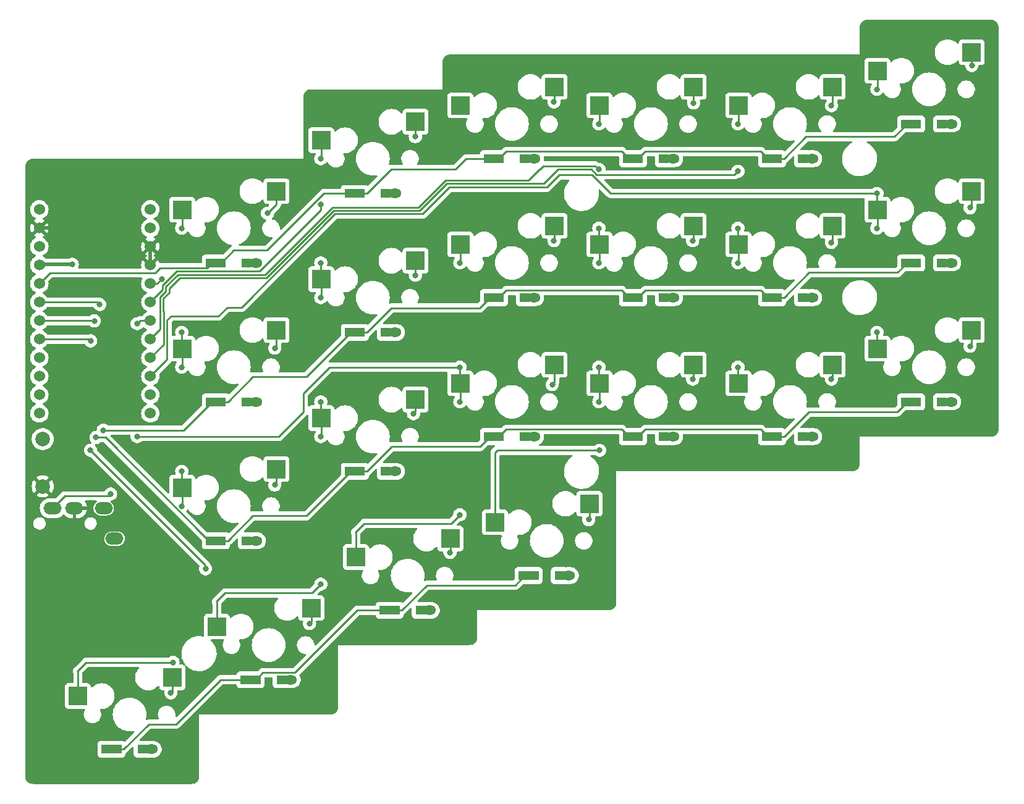
<source format=gbl>
%TF.GenerationSoftware,KiCad,Pcbnew,(7.0.0)*%
%TF.CreationDate,2023-04-23T19:00:17+09:00*%
%TF.ProjectId,pcb_r,7063625f-722e-46b6-9963-61645f706362,rev?*%
%TF.SameCoordinates,Original*%
%TF.FileFunction,Copper,L2,Bot*%
%TF.FilePolarity,Positive*%
%FSLAX46Y46*%
G04 Gerber Fmt 4.6, Leading zero omitted, Abs format (unit mm)*
G04 Created by KiCad (PCBNEW (7.0.0)) date 2023-04-23 19:00:17*
%MOMM*%
%LPD*%
G01*
G04 APERTURE LIST*
%TA.AperFunction,SMDPad,CuDef*%
%ADD10R,2.550000X2.500000*%
%TD*%
%TA.AperFunction,ComponentPad*%
%ADD11C,1.524000*%
%TD*%
%TA.AperFunction,ComponentPad*%
%ADD12C,2.000000*%
%TD*%
%TA.AperFunction,ComponentPad*%
%ADD13O,2.500000X1.700000*%
%TD*%
%TA.AperFunction,ComponentPad*%
%ADD14R,1.778000X1.300000*%
%TD*%
%TA.AperFunction,SMDPad,CuDef*%
%ADD15R,1.400000X1.300000*%
%TD*%
%TA.AperFunction,ComponentPad*%
%ADD16O,1.778000X1.300000*%
%TD*%
%TA.AperFunction,ViaPad*%
%ADD17C,0.800000*%
%TD*%
%TA.AperFunction,Conductor*%
%ADD18C,0.250000*%
%TD*%
%TA.AperFunction,Conductor*%
%ADD19C,0.500000*%
%TD*%
G04 APERTURE END LIST*
D10*
%TO.P,SW28,1,1*%
%TO.N,COL6*%
X264377499Y-28416249D03*
%TO.P,SW28,2,2*%
%TO.N,Net-(D28-A)*%
X277304499Y-25876249D03*
%TD*%
%TO.P,SW30,1,1*%
%TO.N,COL2*%
X188177499Y-56991249D03*
%TO.P,SW30,2,2*%
%TO.N,Net-(D30-A)*%
X201104499Y-54451249D03*
%TD*%
%TO.P,SW40,1,1*%
%TO.N,COL6*%
X264377499Y-66516249D03*
%TO.P,SW40,2,2*%
%TO.N,Net-(D40-A)*%
X277304499Y-63976249D03*
%TD*%
%TO.P,SW43,1,1*%
%TO.N,COL3*%
X192939999Y-95091249D03*
%TO.P,SW43,2,2*%
%TO.N,Net-(D43-A)*%
X205866999Y-92551249D03*
%TD*%
D11*
%TO.P,U1,1,TX0/D3*%
%TO.N,unconnected-(U1-TX0{slash}D3-Pad1)*%
X164773900Y-47434500D03*
%TO.P,U1,2,RX1/D2*%
%TO.N,DATA*%
X164773900Y-49974500D03*
%TO.P,U1,3,GND*%
%TO.N,GND*%
X164773900Y-52514500D03*
%TO.P,U1,4,GND*%
X164773900Y-55054500D03*
%TO.P,U1,5,2/D1/SDA*%
%TO.N,COL1*%
X164773900Y-57594500D03*
%TO.P,U1,6,3/D0/SCL*%
%TO.N,COL2*%
X164773900Y-60134500D03*
%TO.P,U1,7,4/D4*%
%TO.N,COL3*%
X164773900Y-62674500D03*
%TO.P,U1,8,5/C6*%
%TO.N,COL4*%
X164773900Y-65214500D03*
%TO.P,U1,9,6/D7*%
%TO.N,COL5*%
X164773900Y-67754500D03*
%TO.P,U1,10,7/E6*%
%TO.N,COL6*%
X164773900Y-70294500D03*
%TO.P,U1,11,8/B4*%
%TO.N,unconnected-(U1-8{slash}B4-Pad11)*%
X164773900Y-72834500D03*
%TO.P,U1,12,9/B5*%
%TO.N,unconnected-(U1-9{slash}B5-Pad12)*%
X164773900Y-75374500D03*
%TO.P,U1,13,B6/10*%
%TO.N,unconnected-(U1-B6{slash}10-Pad13)*%
X149553900Y-75374500D03*
%TO.P,U1,14,B2/16*%
%TO.N,unconnected-(U1-B2{slash}16-Pad14)*%
X149553900Y-72834500D03*
%TO.P,U1,15,B3/14*%
%TO.N,unconnected-(U1-B3{slash}14-Pad15)*%
X149553900Y-70294500D03*
%TO.P,U1,16,B1/15*%
%TO.N,unconnected-(U1-B1{slash}15-Pad16)*%
X149553900Y-67754500D03*
%TO.P,U1,17,F7/A0*%
%TO.N,ROW4*%
X149553900Y-65214500D03*
%TO.P,U1,18,F6/A1*%
%TO.N,ROW3*%
X149553900Y-62674500D03*
%TO.P,U1,19,F5/A2*%
%TO.N,ROW2*%
X149553900Y-60134500D03*
%TO.P,U1,20,F4/A3*%
%TO.N,ROW1*%
X149553900Y-57594500D03*
%TO.P,U1,21,VCC*%
%TO.N,VCC*%
X149553900Y-55054500D03*
%TO.P,U1,22,RST*%
%TO.N,RESET*%
X149553900Y-52514500D03*
%TO.P,U1,23,GND*%
%TO.N,GND*%
X149553900Y-49974500D03*
%TO.P,U1,24,RAW*%
%TO.N,unconnected-(U1-RAW-Pad24)*%
X149553900Y-47434500D03*
%TD*%
D10*
%TO.P,SW44,1,1*%
%TO.N,COL4*%
X211989999Y-90328749D03*
%TO.P,SW44,2,2*%
%TO.N,Net-(D44-A)*%
X224916999Y-87788749D03*
%TD*%
%TO.P,SW39,1,1*%
%TO.N,COL5*%
X245327499Y-71278749D03*
%TO.P,SW39,2,2*%
%TO.N,Net-(D39-A)*%
X258254499Y-68738749D03*
%TD*%
%TO.P,SW41,1,1*%
%TO.N,COL1*%
X154839999Y-114141249D03*
%TO.P,SW41,2,2*%
%TO.N,Net-(D41-A)*%
X167766999Y-111601249D03*
%TD*%
%TO.P,SW23,1,1*%
%TO.N,COL1*%
X169127499Y-47466249D03*
%TO.P,SW23,2,2*%
%TO.N,Net-(D23-A)*%
X182054499Y-44926249D03*
%TD*%
%TO.P,SW25,1,1*%
%TO.N,COL3*%
X207227499Y-33178749D03*
%TO.P,SW25,2,2*%
%TO.N,Net-(D25-A)*%
X220154499Y-30638749D03*
%TD*%
%TO.P,SW36,1,1*%
%TO.N,COL2*%
X188177499Y-76041249D03*
%TO.P,SW36,2,2*%
%TO.N,Net-(D36-A)*%
X201104499Y-73501249D03*
%TD*%
%TO.P,SW32,1,1*%
%TO.N,COL4*%
X226277499Y-52228749D03*
%TO.P,SW32,2,2*%
%TO.N,Net-(D32-A)*%
X239204499Y-49688749D03*
%TD*%
D12*
%TO.P,RESW1,1,1*%
%TO.N,RESET*%
X150018750Y-78903125D03*
%TO.P,RESW1,2,2*%
%TO.N,GND*%
X150018750Y-85403125D03*
%TD*%
D10*
%TO.P,SW38,1,1*%
%TO.N,COL4*%
X226277499Y-71278749D03*
%TO.P,SW38,2,2*%
%TO.N,Net-(D38-A)*%
X239204499Y-68738749D03*
%TD*%
%TO.P,SW27,1,1*%
%TO.N,COL5*%
X245327499Y-33178749D03*
%TO.P,SW27,2,2*%
%TO.N,Net-(D27-A)*%
X258254499Y-30638749D03*
%TD*%
%TO.P,SW42,1,1*%
%TO.N,COL2*%
X173889999Y-104616249D03*
%TO.P,SW42,2,2*%
%TO.N,Net-(D42-A)*%
X186816999Y-102076249D03*
%TD*%
%TO.P,SW33,1,1*%
%TO.N,COL5*%
X245327499Y-52228749D03*
%TO.P,SW33,2,2*%
%TO.N,Net-(D33-A)*%
X258254499Y-49688749D03*
%TD*%
D13*
%TO.P,J1,A*%
%TO.N,unconnected-(J1-PadA)*%
X159874999Y-92587499D03*
%TO.P,J1,B*%
%TO.N,DATA*%
X151374999Y-88387499D03*
%TO.P,J1,C*%
%TO.N,GND*%
X154374999Y-88387499D03*
%TO.P,J1,D*%
%TO.N,VCC*%
X158374999Y-88387499D03*
%TD*%
D10*
%TO.P,SW31,1,1*%
%TO.N,COL3*%
X207227499Y-52228749D03*
%TO.P,SW31,2,2*%
%TO.N,Net-(D31-A)*%
X220154499Y-49688749D03*
%TD*%
%TO.P,SW34,1,1*%
%TO.N,COL6*%
X264377499Y-47466249D03*
%TO.P,SW34,2,2*%
%TO.N,Net-(D34-A)*%
X277304499Y-44926249D03*
%TD*%
%TO.P,SW26,1,1*%
%TO.N,COL4*%
X226277499Y-33178749D03*
%TO.P,SW26,2,2*%
%TO.N,Net-(D26-A)*%
X239204499Y-30638749D03*
%TD*%
%TO.P,SW35,1,1*%
%TO.N,COL1*%
X169127499Y-85566249D03*
%TO.P,SW35,2,2*%
%TO.N,Net-(D35-A)*%
X182054499Y-83026249D03*
%TD*%
%TO.P,SW37,1,1*%
%TO.N,COL3*%
X207227499Y-71278749D03*
%TO.P,SW37,2,2*%
%TO.N,Net-(D37-A)*%
X220154499Y-68738749D03*
%TD*%
%TO.P,SW29,1,1*%
%TO.N,COL1*%
X169127499Y-66516249D03*
%TO.P,SW29,2,2*%
%TO.N,Net-(D29-A)*%
X182054499Y-63976249D03*
%TD*%
%TO.P,SW24,1,1*%
%TO.N,COL2*%
X188177499Y-37941249D03*
%TO.P,SW24,2,2*%
%TO.N,Net-(D24-A)*%
X201104499Y-35401249D03*
%TD*%
D14*
%TO.P,D29,1,K*%
%TO.N,ROW2*%
X173212499Y-73818749D03*
D15*
X174437499Y-73818749D03*
%TO.P,D29,2,A*%
%TO.N,Net-(D29-A)*%
X177987499Y-73818749D03*
D16*
X179212499Y-73818749D03*
%TD*%
D14*
%TO.P,D31,1,K*%
%TO.N,ROW2*%
X211312499Y-59531249D03*
D15*
X212537499Y-59531249D03*
%TO.P,D31,2,A*%
%TO.N,Net-(D31-A)*%
X216087499Y-59531249D03*
D16*
X217312499Y-59531249D03*
%TD*%
D14*
%TO.P,D26,1,K*%
%TO.N,ROW1*%
X230362499Y-40481249D03*
D15*
X231587499Y-40481249D03*
%TO.P,D26,2,A*%
%TO.N,Net-(D26-A)*%
X235137499Y-40481249D03*
D16*
X236362499Y-40481249D03*
%TD*%
D14*
%TO.P,D40,1,K*%
%TO.N,ROW3*%
X268462499Y-73818749D03*
D15*
X269687499Y-73818749D03*
%TO.P,D40,2,A*%
%TO.N,Net-(D40-A)*%
X273237499Y-73818749D03*
D16*
X274462499Y-73818749D03*
%TD*%
D14*
%TO.P,D25,1,K*%
%TO.N,ROW1*%
X211312499Y-40481249D03*
D15*
X212537499Y-40481249D03*
%TO.P,D25,2,A*%
%TO.N,Net-(D25-A)*%
X216087499Y-40481249D03*
D16*
X217312499Y-40481249D03*
%TD*%
D14*
%TO.P,D37,1,K*%
%TO.N,ROW3*%
X211312499Y-78581249D03*
D15*
X212537499Y-78581249D03*
%TO.P,D37,2,A*%
%TO.N,Net-(D37-A)*%
X216087499Y-78581249D03*
D16*
X217312499Y-78581249D03*
%TD*%
D14*
%TO.P,D38,1,K*%
%TO.N,ROW3*%
X230362499Y-78581249D03*
D15*
X231587499Y-78581249D03*
%TO.P,D38,2,A*%
%TO.N,Net-(D38-A)*%
X235137499Y-78581249D03*
D16*
X236362499Y-78581249D03*
%TD*%
D14*
%TO.P,D41,1,K*%
%TO.N,ROW4*%
X158924999Y-121443749D03*
D15*
X160149999Y-121443749D03*
%TO.P,D41,2,A*%
%TO.N,Net-(D41-A)*%
X163699999Y-121443749D03*
D16*
X164924999Y-121443749D03*
%TD*%
D14*
%TO.P,D36,1,K*%
%TO.N,ROW3*%
X192262499Y-83343749D03*
D15*
X193487499Y-83343749D03*
%TO.P,D36,2,A*%
%TO.N,Net-(D36-A)*%
X197037499Y-83343749D03*
D16*
X198262499Y-83343749D03*
%TD*%
D14*
%TO.P,D34,1,K*%
%TO.N,ROW2*%
X268462499Y-54768749D03*
D15*
X269687499Y-54768749D03*
%TO.P,D34,2,A*%
%TO.N,Net-(D34-A)*%
X273237499Y-54768749D03*
D16*
X274462499Y-54768749D03*
%TD*%
D14*
%TO.P,D39,1,K*%
%TO.N,ROW3*%
X249412499Y-78581249D03*
D15*
X250637499Y-78581249D03*
%TO.P,D39,2,A*%
%TO.N,Net-(D39-A)*%
X254187499Y-78581249D03*
D16*
X255412499Y-78581249D03*
%TD*%
D14*
%TO.P,D35,1,K*%
%TO.N,ROW3*%
X173212499Y-92868749D03*
D15*
X174437499Y-92868749D03*
%TO.P,D35,2,A*%
%TO.N,Net-(D35-A)*%
X177987499Y-92868749D03*
D16*
X179212499Y-92868749D03*
%TD*%
D14*
%TO.P,D28,1,K*%
%TO.N,ROW1*%
X268462499Y-35718749D03*
D15*
X269687499Y-35718749D03*
%TO.P,D28,2,A*%
%TO.N,Net-(D28-A)*%
X273237499Y-35718749D03*
D16*
X274462499Y-35718749D03*
%TD*%
D14*
%TO.P,D24,1,K*%
%TO.N,ROW1*%
X192262499Y-45243749D03*
D15*
X193487499Y-45243749D03*
%TO.P,D24,2,A*%
%TO.N,Net-(D24-A)*%
X197037499Y-45243749D03*
D16*
X198262499Y-45243749D03*
%TD*%
D14*
%TO.P,D42,1,K*%
%TO.N,ROW4*%
X177974999Y-111918749D03*
D15*
X179199999Y-111918749D03*
%TO.P,D42,2,A*%
%TO.N,Net-(D42-A)*%
X182749999Y-111918749D03*
D16*
X183974999Y-111918749D03*
%TD*%
D14*
%TO.P,D32,1,K*%
%TO.N,ROW2*%
X230362499Y-59531249D03*
D15*
X231587499Y-59531249D03*
%TO.P,D32,2,A*%
%TO.N,Net-(D32-A)*%
X235137499Y-59531249D03*
D16*
X236362499Y-59531249D03*
%TD*%
D14*
%TO.P,D33,1,K*%
%TO.N,ROW2*%
X249412499Y-59531249D03*
D15*
X250637499Y-59531249D03*
%TO.P,D33,2,A*%
%TO.N,Net-(D33-A)*%
X254187499Y-59531249D03*
D16*
X255412499Y-59531249D03*
%TD*%
D14*
%TO.P,D27,1,K*%
%TO.N,ROW1*%
X249412499Y-40481249D03*
D15*
X250637499Y-40481249D03*
%TO.P,D27,2,A*%
%TO.N,Net-(D27-A)*%
X254187499Y-40481249D03*
D16*
X255412499Y-40481249D03*
%TD*%
D14*
%TO.P,D30,1,K*%
%TO.N,ROW2*%
X192262499Y-64293749D03*
D15*
X193487499Y-64293749D03*
%TO.P,D30,2,A*%
%TO.N,Net-(D30-A)*%
X197037499Y-64293749D03*
D16*
X198262499Y-64293749D03*
%TD*%
D14*
%TO.P,D43,1,K*%
%TO.N,ROW4*%
X197024999Y-102393749D03*
D15*
X198249999Y-102393749D03*
%TO.P,D43,2,A*%
%TO.N,Net-(D43-A)*%
X201799999Y-102393749D03*
D16*
X203024999Y-102393749D03*
%TD*%
D14*
%TO.P,D23,1,K*%
%TO.N,ROW1*%
X173212499Y-54768749D03*
D15*
X174437499Y-54768749D03*
%TO.P,D23,2,A*%
%TO.N,Net-(D23-A)*%
X177987499Y-54768749D03*
D16*
X179212499Y-54768749D03*
%TD*%
D14*
%TO.P,D44,1,K*%
%TO.N,ROW4*%
X216074999Y-97631249D03*
D15*
X217299999Y-97631249D03*
%TO.P,D44,2,A*%
%TO.N,Net-(D44-A)*%
X220849999Y-97631249D03*
D16*
X222074999Y-97631249D03*
%TD*%
D17*
%TO.N,Net-(D23-A)*%
X180825000Y-47956250D03*
%TO.N,Net-(D24-A)*%
X201075000Y-37456250D03*
%TO.N,Net-(D25-A)*%
X220075000Y-32706250D03*
%TO.N,Net-(D26-A)*%
X239200000Y-32831250D03*
%TO.N,Net-(D27-A)*%
X258075000Y-33206250D03*
%TO.N,Net-(D28-A)*%
X277325000Y-27706250D03*
%TO.N,ROW2*%
X157825000Y-60456250D03*
X158325000Y-77706250D03*
%TO.N,Net-(D29-A)*%
X181825000Y-66456250D03*
%TO.N,Net-(D30-A)*%
X201075000Y-56456250D03*
%TO.N,Net-(D31-A)*%
X220075000Y-51706250D03*
%TO.N,Net-(D32-A)*%
X239075000Y-51706250D03*
%TO.N,Net-(D33-A)*%
X258075000Y-51956250D03*
%TO.N,Net-(D34-A)*%
X277075000Y-47206250D03*
%TO.N,ROW3*%
X157325000Y-78706250D03*
X157100500Y-62706250D03*
%TO.N,Net-(D35-A)*%
X181825000Y-85206250D03*
%TO.N,Net-(D36-A)*%
X200825000Y-75456250D03*
%TO.N,Net-(D37-A)*%
X219825000Y-71456250D03*
%TO.N,Net-(D38-A)*%
X239075000Y-70706250D03*
%TO.N,Net-(D39-A)*%
X258075000Y-70706250D03*
%TO.N,Net-(D40-A)*%
X277075000Y-66206250D03*
%TO.N,ROW4*%
X172325000Y-96706250D03*
X156575000Y-80456250D03*
X156600500Y-65456250D03*
%TO.N,Net-(D41-A)*%
X167575000Y-113706250D03*
%TO.N,Net-(D42-A)*%
X186575000Y-104206250D03*
%TO.N,Net-(D43-A)*%
X205825000Y-94456250D03*
%TO.N,Net-(D44-A)*%
X224825000Y-89956250D03*
%TO.N,DATA*%
X159325000Y-86456250D03*
%TO.N,GND*%
X152575000Y-49974500D03*
%TO.N,VCC*%
X154075000Y-54956250D03*
%TO.N,COL1*%
X167878125Y-109537500D03*
X169068750Y-88106250D03*
X169068750Y-69056250D03*
X169068750Y-83343750D03*
X169068750Y-64293750D03*
X169068750Y-50006250D03*
X166325000Y-56956250D03*
%TO.N,COL2*%
X188118750Y-98821875D03*
X188118750Y-54768750D03*
X188118750Y-59531250D03*
X188118750Y-46706250D03*
X188118750Y-40481250D03*
X188118750Y-73818750D03*
X188118750Y-78581250D03*
%TO.N,COL3*%
X207168750Y-54768750D03*
X207168750Y-73818750D03*
X207168750Y-69056250D03*
X207168750Y-89296875D03*
X162962400Y-63103125D03*
X162962400Y-78581250D03*
%TO.N,COL4*%
X226218750Y-35718750D03*
X226325000Y-80456250D03*
X226218750Y-69056250D03*
X226218750Y-41956250D03*
X226218750Y-50006250D03*
X226218750Y-73818750D03*
X226218750Y-54768750D03*
%TO.N,COL5*%
X245268750Y-54768750D03*
X245268750Y-50006250D03*
X245268750Y-42206250D03*
X245268750Y-69056250D03*
X245268750Y-35718750D03*
%TO.N,COL6*%
X264318750Y-45243750D03*
X264318750Y-30956250D03*
X264318750Y-50006250D03*
X264318750Y-64293750D03*
%TD*%
D18*
%TO.N,ROW1*%
X165389750Y-56141500D02*
X166075000Y-55456250D01*
X194437500Y-45243750D02*
X197725000Y-41956250D01*
X229387500Y-39506250D02*
X230362500Y-40481250D01*
X151006900Y-56141500D02*
X165389750Y-56141500D01*
X213512500Y-39506250D02*
X229387500Y-39506250D01*
X176212500Y-53043750D02*
X180755945Y-53043750D01*
X206575000Y-41956250D02*
X208050000Y-40481250D01*
X254612500Y-37456250D02*
X266725000Y-37456250D01*
X266725000Y-37456250D02*
X268462500Y-35718750D01*
X197725000Y-41956250D02*
X206575000Y-41956250D01*
X212537500Y-40481250D02*
X213512500Y-39506250D01*
X166075000Y-55456250D02*
X172525000Y-55456250D01*
X208050000Y-40481250D02*
X211312500Y-40481250D01*
X251587500Y-40481250D02*
X254612500Y-37456250D01*
X174437500Y-54768750D02*
X174487500Y-54768750D01*
X180755945Y-53043750D02*
X188555945Y-45243750D01*
X193487500Y-45243750D02*
X194437500Y-45243750D01*
X188555945Y-45243750D02*
X192262500Y-45243750D01*
X149553900Y-57594500D02*
X151006900Y-56141500D01*
X248437500Y-39506250D02*
X249412500Y-40481250D01*
X174487500Y-54768750D02*
X176212500Y-53043750D01*
X231587500Y-40481250D02*
X232562500Y-39506250D01*
X232562500Y-39506250D02*
X248437500Y-39506250D01*
X250637500Y-40481250D02*
X251587500Y-40481250D01*
X172525000Y-55456250D02*
X173212500Y-54768750D01*
%TO.N,Net-(D23-A)*%
X182054500Y-46726750D02*
X180825000Y-47956250D01*
X182054500Y-44926250D02*
X182054500Y-46726750D01*
%TO.N,Net-(D24-A)*%
X201104500Y-35401250D02*
X201104500Y-37426750D01*
X201104500Y-37426750D02*
X201075000Y-37456250D01*
%TO.N,Net-(D25-A)*%
X220154500Y-32626750D02*
X220075000Y-32706250D01*
X220154500Y-30638750D02*
X220154500Y-32626750D01*
%TO.N,Net-(D26-A)*%
X239200000Y-32831250D02*
X239204500Y-32826750D01*
X239204500Y-32826750D02*
X239204500Y-30638750D01*
%TO.N,Net-(D27-A)*%
X258254500Y-30638750D02*
X258254500Y-33026750D01*
X258254500Y-33026750D02*
X258075000Y-33206250D01*
%TO.N,Net-(D28-A)*%
X277304500Y-27685750D02*
X277325000Y-27706250D01*
X277304500Y-25876250D02*
X277304500Y-27685750D01*
%TO.N,ROW2*%
X248437500Y-58556250D02*
X249412500Y-59531250D01*
X267137500Y-56093750D02*
X268462500Y-54768750D01*
X250637500Y-59531250D02*
X251587500Y-59531250D01*
X149553900Y-60134500D02*
X157503250Y-60134500D01*
X209887500Y-60956250D02*
X211312500Y-59531250D01*
X193487500Y-64293750D02*
X194437500Y-64293750D01*
X158325000Y-77706250D02*
X169325000Y-77706250D01*
X212537500Y-59531250D02*
X213512500Y-58556250D01*
X194437500Y-64293750D02*
X197775000Y-60956250D01*
X251587500Y-59531250D02*
X255025000Y-56093750D01*
X232562500Y-58556250D02*
X248437500Y-58556250D01*
X197775000Y-60956250D02*
X209887500Y-60956250D01*
X175387500Y-73818750D02*
X178825000Y-70381250D01*
X157503250Y-60134500D02*
X157825000Y-60456250D01*
X178825000Y-70381250D02*
X186175000Y-70381250D01*
X169325000Y-77706250D02*
X173212500Y-73818750D01*
X174437500Y-73818750D02*
X175387500Y-73818750D01*
X255025000Y-56093750D02*
X267137500Y-56093750D01*
X231587500Y-59531250D02*
X232562500Y-58556250D01*
X213512500Y-58556250D02*
X229387500Y-58556250D01*
X186175000Y-70381250D02*
X192262500Y-64293750D01*
X229387500Y-58556250D02*
X230362500Y-59531250D01*
%TO.N,Net-(D29-A)*%
X182054500Y-63976250D02*
X182054500Y-66226750D01*
X182054500Y-66226750D02*
X181825000Y-66456250D01*
%TO.N,Net-(D30-A)*%
X201104500Y-56426750D02*
X201075000Y-56456250D01*
X201104500Y-54451250D02*
X201104500Y-56426750D01*
%TO.N,Net-(D31-A)*%
X220154500Y-51626750D02*
X220075000Y-51706250D01*
X220154500Y-49688750D02*
X220154500Y-51626750D01*
%TO.N,Net-(D32-A)*%
X239204500Y-51576750D02*
X239075000Y-51706250D01*
X239204500Y-49688750D02*
X239204500Y-51576750D01*
%TO.N,Net-(D33-A)*%
X258254500Y-51776750D02*
X258075000Y-51956250D01*
X258254500Y-49688750D02*
X258254500Y-51776750D01*
%TO.N,Net-(D34-A)*%
X277304500Y-46976750D02*
X277075000Y-47206250D01*
X277304500Y-44926250D02*
X277304500Y-46976750D01*
%TO.N,ROW3*%
X250637500Y-78581250D02*
X251587500Y-78581250D01*
X157068750Y-62674500D02*
X149553900Y-62674500D01*
X175387500Y-92868750D02*
X178800000Y-89456250D01*
X254962500Y-75206250D02*
X267075000Y-75206250D01*
X232562500Y-77606250D02*
X248437500Y-77606250D01*
X229387500Y-77606250D02*
X230362500Y-78581250D01*
X172805945Y-92868750D02*
X173212500Y-92868750D01*
X157325000Y-78706250D02*
X158643445Y-78706250D01*
X157100500Y-62706250D02*
X157068750Y-62674500D01*
X251587500Y-78581250D02*
X254962500Y-75206250D01*
X212537500Y-78581250D02*
X213512500Y-77606250D01*
X186150000Y-89456250D02*
X192262500Y-83343750D01*
X178800000Y-89456250D02*
X186150000Y-89456250D01*
X209937500Y-79956250D02*
X211312500Y-78581250D01*
X213512500Y-77606250D02*
X229387500Y-77606250D01*
X248437500Y-77606250D02*
X249412500Y-78581250D01*
X197825000Y-79956250D02*
X209937500Y-79956250D01*
X267075000Y-75206250D02*
X268462500Y-73818750D01*
X193487500Y-83343750D02*
X194437500Y-83343750D01*
X174437500Y-92868750D02*
X175387500Y-92868750D01*
X231587500Y-78581250D02*
X232562500Y-77606250D01*
X158643445Y-78706250D02*
X172805945Y-92868750D01*
X194437500Y-83343750D02*
X197825000Y-79956250D01*
%TO.N,Net-(D35-A)*%
X182054500Y-84976750D02*
X181825000Y-85206250D01*
X182054500Y-83026250D02*
X182054500Y-84976750D01*
%TO.N,Net-(D36-A)*%
X201104500Y-73501250D02*
X201104500Y-75176750D01*
X201104500Y-75176750D02*
X200825000Y-75456250D01*
%TO.N,Net-(D37-A)*%
X220154500Y-71126750D02*
X219825000Y-71456250D01*
X220154500Y-68738750D02*
X220154500Y-71126750D01*
%TO.N,Net-(D38-A)*%
X239204500Y-70576750D02*
X239075000Y-70706250D01*
X239204500Y-68738750D02*
X239204500Y-70576750D01*
%TO.N,Net-(D39-A)*%
X258254500Y-68738750D02*
X258254500Y-70526750D01*
X258254500Y-70526750D02*
X258075000Y-70706250D01*
%TO.N,Net-(D40-A)*%
X277304500Y-65976750D02*
X277075000Y-66206250D01*
X277304500Y-63976250D02*
X277304500Y-65976750D01*
%TO.N,ROW4*%
X164537500Y-118006250D02*
X168275000Y-118006250D01*
X202637500Y-98956250D02*
X214750000Y-98956250D01*
X199200000Y-102393750D02*
X202637500Y-98956250D01*
X161100000Y-121443750D02*
X164537500Y-118006250D01*
X193137500Y-102393750D02*
X197025000Y-102393750D01*
X156358750Y-65214500D02*
X149553900Y-65214500D01*
X184587500Y-110943750D02*
X193137500Y-102393750D01*
X179200000Y-111918750D02*
X180175000Y-110943750D01*
X160150000Y-121443750D02*
X161100000Y-121443750D01*
X214750000Y-98956250D02*
X216075000Y-97631250D01*
X172290000Y-96171250D02*
X172290000Y-96671250D01*
X198250000Y-102393750D02*
X199200000Y-102393750D01*
X174362500Y-111918750D02*
X177975000Y-111918750D01*
X156600500Y-65456250D02*
X156358750Y-65214500D01*
X168275000Y-118006250D02*
X174362500Y-111918750D01*
X172290000Y-96671250D02*
X172325000Y-96706250D01*
X180175000Y-110943750D02*
X184587500Y-110943750D01*
X156575000Y-80456250D02*
X172290000Y-96171250D01*
%TO.N,Net-(D41-A)*%
X167767000Y-113514250D02*
X167575000Y-113706250D01*
X167767000Y-111601250D02*
X167767000Y-113514250D01*
%TO.N,Net-(D42-A)*%
X186817000Y-103964250D02*
X186575000Y-104206250D01*
X186817000Y-102076250D02*
X186817000Y-103964250D01*
%TO.N,Net-(D43-A)*%
X205867000Y-94414250D02*
X205825000Y-94456250D01*
X205867000Y-92551250D02*
X205867000Y-94414250D01*
%TO.N,Net-(D44-A)*%
X224917000Y-89864250D02*
X224825000Y-89956250D01*
X224917000Y-87788750D02*
X224917000Y-89864250D01*
%TO.N,DATA*%
X153056250Y-86706250D02*
X159075000Y-86706250D01*
X159075000Y-86706250D02*
X159325000Y-86456250D01*
X151375000Y-88387500D02*
X153056250Y-86706250D01*
D19*
%TO.N,GND*%
X152575000Y-49974500D02*
X162233900Y-49974500D01*
X162233900Y-49974500D02*
X164773900Y-52514500D01*
X149553900Y-49974500D02*
X152575000Y-49974500D01*
X164773900Y-52514500D02*
X164773900Y-55054500D01*
%TO.N,VCC*%
X154075000Y-54956250D02*
X149652150Y-54956250D01*
X149652150Y-54956250D02*
X149553900Y-55054500D01*
D18*
%TO.N,COL1*%
X166325000Y-56956250D02*
X165686750Y-57594500D01*
X169068750Y-83343750D02*
X169068750Y-85507500D01*
X169127500Y-88047500D02*
X169068750Y-88106250D01*
X169127500Y-49947500D02*
X169068750Y-50006250D01*
X169068750Y-85507500D02*
X169127500Y-85566250D01*
X169068750Y-66457500D02*
X169127500Y-66516250D01*
X169127500Y-66516250D02*
X169127500Y-68997500D01*
X154781250Y-110728125D02*
X154840000Y-110786875D01*
X169127500Y-85566250D02*
X169127500Y-88047500D01*
X167878125Y-109537500D02*
X155971875Y-109537500D01*
X169068750Y-64293750D02*
X169068750Y-66457500D01*
X154840000Y-110786875D02*
X154840000Y-114141250D01*
X155971875Y-109537500D02*
X154781250Y-110728125D01*
X169127500Y-68997500D02*
X169068750Y-69056250D01*
X165686750Y-57594500D02*
X164773900Y-57594500D01*
X169127500Y-47466250D02*
X169127500Y-49947500D01*
%TO.N,COL2*%
X188118750Y-47480358D02*
X188118750Y-46706250D01*
X188118750Y-56932500D02*
X188177500Y-56991250D01*
X168400305Y-55906250D02*
X179692858Y-55906250D01*
X179692858Y-55906250D02*
X188118750Y-47480358D01*
X164773900Y-60134500D02*
X166452150Y-58456250D01*
X186928125Y-100012500D02*
X175021875Y-100012500D01*
X188118750Y-75982500D02*
X188177500Y-76041250D01*
X188177500Y-76041250D02*
X188177500Y-78522500D01*
X188118750Y-98821875D02*
X186928125Y-100012500D01*
X188177500Y-78522500D02*
X188118750Y-78581250D01*
X173890000Y-101261875D02*
X173890000Y-104616250D01*
X175021875Y-100012500D02*
X173831250Y-101203125D01*
X166452150Y-58456250D02*
X166452150Y-57854405D01*
X188118750Y-73818750D02*
X188118750Y-75982500D01*
X188118750Y-54768750D02*
X188118750Y-56932500D01*
X188177500Y-40422500D02*
X188118750Y-40481250D01*
X188177500Y-37941250D02*
X188177500Y-40422500D01*
X188177500Y-56991250D02*
X188177500Y-59472500D01*
X166452150Y-57854405D02*
X168400305Y-55906250D01*
X173831250Y-101203125D02*
X173890000Y-101261875D01*
X188177500Y-59472500D02*
X188118750Y-59531250D01*
%TO.N,COL3*%
X192940000Y-91736875D02*
X192940000Y-95091250D01*
X205978125Y-90487500D02*
X194071875Y-90487500D01*
X207227500Y-52228750D02*
X207227500Y-54710000D01*
X182330945Y-78581250D02*
X185737500Y-75174695D01*
X163391025Y-62674500D02*
X162962400Y-63103125D01*
X162962400Y-78581250D02*
X182330945Y-78581250D01*
X207227500Y-54710000D02*
X207168750Y-54768750D01*
X185737500Y-72628125D02*
X189309375Y-69056250D01*
X207168750Y-71220000D02*
X207227500Y-71278750D01*
X207168750Y-69056250D02*
X207168750Y-71220000D01*
X189309375Y-69056250D02*
X207168750Y-69056250D01*
X164773900Y-62674500D02*
X163391025Y-62674500D01*
X192881250Y-91678125D02*
X192940000Y-91736875D01*
X207227500Y-73760000D02*
X207168750Y-73818750D01*
X185737500Y-75174695D02*
X185737500Y-72628125D01*
X207227500Y-71278750D02*
X207227500Y-73760000D01*
X207168750Y-89296875D02*
X205978125Y-90487500D01*
X194071875Y-90487500D02*
X192881250Y-91678125D01*
%TO.N,COL4*%
X211990000Y-80791250D02*
X211990000Y-90328750D01*
X166902150Y-58040801D02*
X168586701Y-56356250D01*
X226277500Y-52228750D02*
X226277500Y-54710000D01*
X168586701Y-56356250D02*
X180515650Y-56356250D01*
X226277500Y-33178750D02*
X226277500Y-35660000D01*
X216575000Y-43456250D02*
X218125000Y-41906250D01*
X164773900Y-65214500D02*
X166112950Y-63875450D01*
X226325000Y-80456250D02*
X212325000Y-80456250D01*
X225718750Y-41456250D02*
X226218750Y-41956250D01*
X166112950Y-59431846D02*
X166902150Y-58642646D01*
X205211396Y-43456250D02*
X216575000Y-43456250D01*
X189715650Y-47156250D02*
X201511396Y-47156250D01*
X218125000Y-41906250D02*
X218141754Y-41906250D01*
X226218750Y-69056250D02*
X226218750Y-71220000D01*
X226277500Y-35660000D02*
X226218750Y-35718750D01*
X218141754Y-41906250D02*
X218591754Y-41456250D01*
X226277500Y-73760000D02*
X226218750Y-73818750D01*
X212325000Y-80456250D02*
X211990000Y-80791250D01*
X180515650Y-56356250D02*
X189715650Y-47156250D01*
X166112950Y-63875450D02*
X166112950Y-59431846D01*
X226218750Y-52170000D02*
X226277500Y-52228750D01*
X218591754Y-41456250D02*
X225718750Y-41456250D01*
X226277500Y-71278750D02*
X226277500Y-73760000D01*
X166902150Y-58642646D02*
X166902150Y-58040801D01*
X201511396Y-47156250D02*
X205211396Y-43456250D01*
X226218750Y-71220000D02*
X226277500Y-71278750D01*
X226218750Y-50006250D02*
X226218750Y-52170000D01*
X226277500Y-54710000D02*
X226218750Y-54768750D01*
%TO.N,COL5*%
X180702046Y-56806250D02*
X168773097Y-56806250D01*
X166575000Y-65953400D02*
X164773900Y-67754500D01*
X245327500Y-35660000D02*
X245268750Y-35718750D01*
X166562950Y-61376554D02*
X166575000Y-61388604D01*
X245327500Y-54710000D02*
X245268750Y-54768750D01*
X245268750Y-71220000D02*
X245327500Y-71278750D01*
X167352150Y-58227197D02*
X167352150Y-58829042D01*
X167352150Y-58829042D02*
X166562950Y-59618242D01*
X245268750Y-52170000D02*
X245327500Y-52228750D01*
X225193445Y-41956250D02*
X220617646Y-41956250D01*
X220617646Y-41956250D02*
X218667646Y-43906250D01*
X225918445Y-42681250D02*
X225193445Y-41956250D01*
X189902046Y-47606250D02*
X180702046Y-56806250D01*
X201697792Y-47606250D02*
X189902046Y-47606250D01*
X166562950Y-59618242D02*
X166562950Y-61376554D01*
X218667646Y-43906250D02*
X205397792Y-43906250D01*
X245327500Y-52228750D02*
X245327500Y-54710000D01*
X245268750Y-50006250D02*
X245268750Y-52170000D01*
X245327500Y-33178750D02*
X245327500Y-35660000D01*
X245268750Y-42206250D02*
X244793750Y-42681250D01*
X205397792Y-43906250D02*
X201697792Y-47606250D01*
X244793750Y-42681250D02*
X225918445Y-42681250D01*
X166575000Y-61388604D02*
X166575000Y-65953400D01*
X245268750Y-69056250D02*
X245268750Y-71220000D01*
X168773097Y-56806250D02*
X167352150Y-58227197D01*
%TO.N,COL6*%
X219075000Y-44406250D02*
X220775000Y-42706250D01*
X167075000Y-62587500D02*
X167606250Y-62056250D01*
X177288442Y-60856250D02*
X190088442Y-48056250D01*
X175288604Y-60856250D02*
X177288442Y-60856250D01*
X205761396Y-44406250D02*
X219075000Y-44406250D01*
X264318750Y-66457500D02*
X264377500Y-66516250D01*
X202111396Y-48056250D02*
X205761396Y-44406250D01*
X264318750Y-45243750D02*
X264318750Y-47407500D01*
X264318750Y-47407500D02*
X264377500Y-47466250D01*
X190088442Y-48056250D02*
X202111396Y-48056250D01*
X264377500Y-30897500D02*
X264318750Y-30956250D01*
X167606250Y-62056250D02*
X174088604Y-62056250D01*
X264377500Y-47466250D02*
X264377500Y-49947500D01*
X167075000Y-67993400D02*
X167075000Y-62587500D01*
X264377500Y-28416250D02*
X264377500Y-30897500D01*
X264318750Y-64293750D02*
X264318750Y-66457500D01*
X225307049Y-42706250D02*
X227844549Y-45243750D01*
X164773900Y-70294500D02*
X167075000Y-67993400D01*
X264377500Y-49947500D02*
X264318750Y-50006250D01*
X227844549Y-45243750D02*
X264318750Y-45243750D01*
X220775000Y-42706250D02*
X225307049Y-42706250D01*
X174088604Y-62056250D02*
X175288604Y-60856250D01*
%TD*%
%TA.AperFunction,Conductor*%
%TO.N,GND*%
G36*
X279993453Y-21432219D02*
G01*
X280031820Y-21435571D01*
X280032619Y-21435646D01*
X280160249Y-21448245D01*
X280180121Y-21451862D01*
X280242617Y-21468602D01*
X280246424Y-21469689D01*
X280340102Y-21498097D01*
X280356478Y-21504361D01*
X280420929Y-21534410D01*
X280426886Y-21537387D01*
X280507630Y-21580539D01*
X280520277Y-21588308D01*
X280549179Y-21608543D01*
X280580317Y-21630344D01*
X280587859Y-21636066D01*
X280657072Y-21692863D01*
X280666082Y-21701028D01*
X280686105Y-21721049D01*
X280718324Y-21753266D01*
X280726496Y-21762283D01*
X280783294Y-21831488D01*
X280789017Y-21839030D01*
X280831046Y-21899052D01*
X280838830Y-21911723D01*
X280881958Y-21992408D01*
X280884982Y-21998458D01*
X280915005Y-22062843D01*
X280921284Y-22079254D01*
X280949675Y-22172852D01*
X280950790Y-22176756D01*
X280967508Y-22239157D01*
X280971135Y-22259096D01*
X280984124Y-22391024D01*
X280984249Y-22392370D01*
X280987028Y-22424144D01*
X280987500Y-22434948D01*
X280987500Y-77576805D01*
X280987028Y-77587610D01*
X280983536Y-77627532D01*
X280983415Y-77628835D01*
X280971269Y-77752626D01*
X280967638Y-77772609D01*
X280949704Y-77839546D01*
X280948589Y-77843449D01*
X280921609Y-77932394D01*
X280915330Y-77948804D01*
X280883925Y-78016153D01*
X280880901Y-78022202D01*
X280839396Y-78099852D01*
X280831612Y-78112524D01*
X280787991Y-78174819D01*
X280782269Y-78182360D01*
X280727380Y-78249240D01*
X280719206Y-78258258D01*
X280665110Y-78312350D01*
X280656093Y-78320522D01*
X280589215Y-78375403D01*
X280581674Y-78381124D01*
X280519365Y-78424750D01*
X280506690Y-78432535D01*
X280439002Y-78468711D01*
X280429064Y-78474022D01*
X280423012Y-78477047D01*
X280355633Y-78508459D01*
X280339224Y-78514735D01*
X280250307Y-78541700D01*
X280246403Y-78542815D01*
X280179397Y-78560762D01*
X280159457Y-78564388D01*
X280040115Y-78576130D01*
X280038770Y-78576255D01*
X279992731Y-78580279D01*
X279981934Y-78580750D01*
X262938315Y-78580750D01*
X262938085Y-78580720D01*
X262938085Y-78580685D01*
X262937820Y-78580685D01*
X262855963Y-78580693D01*
X262855957Y-78580693D01*
X262850552Y-78580694D01*
X262848457Y-78581063D01*
X262844191Y-78581250D01*
X261937500Y-78581250D01*
X261937500Y-78597576D01*
X261937500Y-82339305D01*
X261937028Y-82350110D01*
X261933536Y-82390032D01*
X261933415Y-82391335D01*
X261921269Y-82515126D01*
X261917638Y-82535109D01*
X261899704Y-82602046D01*
X261898589Y-82605949D01*
X261871609Y-82694894D01*
X261865330Y-82711304D01*
X261833925Y-82778653D01*
X261830901Y-82784702D01*
X261789396Y-82862352D01*
X261781612Y-82875024D01*
X261737991Y-82937319D01*
X261732269Y-82944860D01*
X261677380Y-83011740D01*
X261669206Y-83020758D01*
X261615110Y-83074850D01*
X261606093Y-83083022D01*
X261539215Y-83137903D01*
X261531674Y-83143624D01*
X261469365Y-83187250D01*
X261456692Y-83195035D01*
X261379064Y-83236522D01*
X261373012Y-83239547D01*
X261305633Y-83270959D01*
X261289224Y-83277235D01*
X261200307Y-83304200D01*
X261196403Y-83305315D01*
X261129397Y-83323262D01*
X261109457Y-83326888D01*
X260990115Y-83338630D01*
X260988770Y-83338755D01*
X260942731Y-83342779D01*
X260931934Y-83343250D01*
X229600486Y-83343250D01*
X229600433Y-83343270D01*
X229600303Y-83343283D01*
X229518470Y-83343279D01*
X229518462Y-83343279D01*
X229513053Y-83343279D01*
X229511271Y-83343593D01*
X229507674Y-83343750D01*
X228600000Y-83343750D01*
X228600000Y-83360076D01*
X228600000Y-101389309D01*
X228599527Y-101400126D01*
X228596231Y-101437766D01*
X228596104Y-101439130D01*
X228583609Y-101565712D01*
X228579983Y-101585628D01*
X228562975Y-101649096D01*
X228561861Y-101652996D01*
X228533790Y-101745528D01*
X228527511Y-101761938D01*
X228497164Y-101827014D01*
X228494141Y-101833060D01*
X228451395Y-101913032D01*
X228443611Y-101925703D01*
X228401205Y-101986264D01*
X228395486Y-101993803D01*
X228339151Y-102062450D01*
X228330977Y-102071468D01*
X228278286Y-102124159D01*
X228269273Y-102132328D01*
X228200635Y-102188662D01*
X228193094Y-102194385D01*
X228132536Y-102236791D01*
X228119867Y-102244574D01*
X228039871Y-102287337D01*
X228033823Y-102290360D01*
X227968776Y-102320696D01*
X227952369Y-102326975D01*
X227859845Y-102355048D01*
X227855943Y-102356163D01*
X227792488Y-102373170D01*
X227772550Y-102376799D01*
X227643564Y-102389512D01*
X227642222Y-102389637D01*
X227606378Y-102392777D01*
X227595557Y-102393250D01*
X210550486Y-102393250D01*
X210550433Y-102393270D01*
X210550303Y-102393283D01*
X210468470Y-102393279D01*
X210468462Y-102393279D01*
X210463053Y-102393279D01*
X210461271Y-102393593D01*
X210457674Y-102393750D01*
X209550000Y-102393750D01*
X209550000Y-102410076D01*
X209550000Y-106151805D01*
X209549528Y-106162610D01*
X209546036Y-106202532D01*
X209545915Y-106203835D01*
X209533769Y-106327626D01*
X209530138Y-106347609D01*
X209512204Y-106414546D01*
X209511089Y-106418449D01*
X209484109Y-106507394D01*
X209477830Y-106523804D01*
X209446425Y-106591153D01*
X209443401Y-106597202D01*
X209401896Y-106674852D01*
X209394112Y-106687524D01*
X209350491Y-106749819D01*
X209344769Y-106757360D01*
X209289880Y-106824240D01*
X209281706Y-106833258D01*
X209227610Y-106887350D01*
X209218593Y-106895522D01*
X209151715Y-106950403D01*
X209144174Y-106956124D01*
X209081865Y-106999750D01*
X209069192Y-107007535D01*
X208991564Y-107049022D01*
X208985512Y-107052047D01*
X208918133Y-107083459D01*
X208901724Y-107089735D01*
X208812807Y-107116700D01*
X208808903Y-107117815D01*
X208741897Y-107135762D01*
X208721957Y-107139388D01*
X208602615Y-107151130D01*
X208601270Y-107151255D01*
X208555231Y-107155279D01*
X208544434Y-107155750D01*
X191500486Y-107155750D01*
X191500433Y-107155770D01*
X191500303Y-107155783D01*
X191418470Y-107155779D01*
X191418462Y-107155779D01*
X191413053Y-107155779D01*
X191411271Y-107156093D01*
X191407674Y-107156250D01*
X190500000Y-107156250D01*
X190500000Y-107172576D01*
X190500000Y-115676805D01*
X190499528Y-115687610D01*
X190496036Y-115727532D01*
X190495915Y-115728835D01*
X190483769Y-115852626D01*
X190480138Y-115872609D01*
X190462204Y-115939546D01*
X190461089Y-115943449D01*
X190434109Y-116032394D01*
X190427830Y-116048804D01*
X190396425Y-116116153D01*
X190393401Y-116122202D01*
X190351896Y-116199852D01*
X190344112Y-116212524D01*
X190300491Y-116274819D01*
X190294769Y-116282360D01*
X190239880Y-116349240D01*
X190231706Y-116358258D01*
X190177610Y-116412350D01*
X190168593Y-116420522D01*
X190101715Y-116475403D01*
X190094174Y-116481124D01*
X190031865Y-116524750D01*
X190019192Y-116532535D01*
X189941564Y-116574022D01*
X189935512Y-116577047D01*
X189868133Y-116608459D01*
X189851724Y-116614735D01*
X189762807Y-116641700D01*
X189758903Y-116642815D01*
X189691897Y-116660762D01*
X189671957Y-116664388D01*
X189552615Y-116676130D01*
X189551270Y-116676255D01*
X189505231Y-116680279D01*
X189494434Y-116680750D01*
X172450486Y-116680750D01*
X172450433Y-116680770D01*
X172450303Y-116680783D01*
X172368470Y-116680779D01*
X172368462Y-116680779D01*
X172363053Y-116680779D01*
X172361271Y-116681093D01*
X172357674Y-116681250D01*
X171450000Y-116681250D01*
X171450000Y-116697576D01*
X171450000Y-125201805D01*
X171449528Y-125212610D01*
X171446036Y-125252532D01*
X171445915Y-125253835D01*
X171433769Y-125377626D01*
X171430138Y-125397609D01*
X171412204Y-125464546D01*
X171411089Y-125468449D01*
X171384109Y-125557394D01*
X171377830Y-125573804D01*
X171346425Y-125641153D01*
X171343401Y-125647202D01*
X171301896Y-125724852D01*
X171294112Y-125737524D01*
X171250491Y-125799819D01*
X171244769Y-125807360D01*
X171189880Y-125874240D01*
X171181706Y-125883258D01*
X171127610Y-125937350D01*
X171118593Y-125945522D01*
X171051715Y-126000403D01*
X171044174Y-126006124D01*
X170981865Y-126049750D01*
X170969192Y-126057535D01*
X170891564Y-126099022D01*
X170885512Y-126102047D01*
X170818133Y-126133459D01*
X170801724Y-126139735D01*
X170712807Y-126166700D01*
X170708903Y-126167815D01*
X170641897Y-126185762D01*
X170621957Y-126189388D01*
X170502615Y-126201130D01*
X170501270Y-126201255D01*
X170455231Y-126205279D01*
X170444434Y-126205750D01*
X148643490Y-126205750D01*
X148632703Y-126205280D01*
X148626962Y-126204778D01*
X148594068Y-126201906D01*
X148592700Y-126201779D01*
X148466104Y-126189308D01*
X148446183Y-126185684D01*
X148382732Y-126168692D01*
X148378827Y-126167578D01*
X148375931Y-126166700D01*
X148353894Y-126160017D01*
X148286264Y-126139511D01*
X148269851Y-126133233D01*
X148204785Y-126102899D01*
X148198736Y-126099875D01*
X148118749Y-126057130D01*
X148106074Y-126049345D01*
X148045522Y-126006950D01*
X148037980Y-126001229D01*
X147969310Y-125944878D01*
X147960291Y-125936704D01*
X147907614Y-125884029D01*
X147899440Y-125875010D01*
X147843092Y-125806349D01*
X147837370Y-125798807D01*
X147794972Y-125738254D01*
X147787191Y-125725586D01*
X147744426Y-125645570D01*
X147741415Y-125639546D01*
X147711075Y-125574473D01*
X147704804Y-125558081D01*
X147676718Y-125465463D01*
X147675624Y-125461629D01*
X147658625Y-125398166D01*
X147655001Y-125378232D01*
X147642290Y-125249007D01*
X147642203Y-125248073D01*
X147639055Y-125212032D01*
X147638585Y-125201244D01*
X147638585Y-122138328D01*
X157535500Y-122138328D01*
X157535501Y-122141622D01*
X157535853Y-122144900D01*
X157535854Y-122144911D01*
X157541079Y-122193518D01*
X157541080Y-122193523D01*
X157541909Y-122201233D01*
X157544619Y-122208499D01*
X157544620Y-122208503D01*
X157576281Y-122293389D01*
X157592204Y-122336081D01*
X157678454Y-122451296D01*
X157793669Y-122537546D01*
X157928517Y-122587841D01*
X157988127Y-122594250D01*
X159402119Y-122594249D01*
X159402127Y-122594250D01*
X160897872Y-122594249D01*
X160957483Y-122587841D01*
X161092331Y-122537546D01*
X161207546Y-122451296D01*
X161293796Y-122336081D01*
X161344091Y-122201233D01*
X161350500Y-122141623D01*
X161350499Y-122097718D01*
X161367772Y-122034589D01*
X161405228Y-121998300D01*
X161403730Y-121996238D01*
X161418901Y-121985214D01*
X161439069Y-121970561D01*
X161448824Y-121964153D01*
X161486420Y-121941920D01*
X161500584Y-121927755D01*
X161515379Y-121915118D01*
X161531587Y-121903344D01*
X161559428Y-121869688D01*
X161567279Y-121861059D01*
X162287820Y-121140518D01*
X162337182Y-121110270D01*
X162394898Y-121105728D01*
X162448385Y-121127883D01*
X162485985Y-121171906D01*
X162499500Y-121228201D01*
X162499500Y-122138310D01*
X162499500Y-122138328D01*
X162499501Y-122141622D01*
X162499853Y-122144900D01*
X162499854Y-122144911D01*
X162505079Y-122193518D01*
X162505080Y-122193523D01*
X162505909Y-122201233D01*
X162508619Y-122208499D01*
X162508620Y-122208503D01*
X162540281Y-122293389D01*
X162556204Y-122336081D01*
X162642454Y-122451296D01*
X162757669Y-122537546D01*
X162892517Y-122587841D01*
X162952127Y-122594250D01*
X164447872Y-122594249D01*
X164507483Y-122587841D01*
X164507500Y-122588002D01*
X164540489Y-122585695D01*
X164619131Y-122592982D01*
X164629935Y-122593984D01*
X164632806Y-122594250D01*
X165214322Y-122594250D01*
X165217194Y-122594250D01*
X165376310Y-122579506D01*
X165581389Y-122521155D01*
X165772255Y-122426116D01*
X165942407Y-122297622D01*
X166086052Y-122140052D01*
X166198298Y-121958769D01*
X166275321Y-121759948D01*
X166314500Y-121550360D01*
X166314500Y-121337140D01*
X166275321Y-121127552D01*
X166198298Y-120928731D01*
X166086052Y-120747448D01*
X165942407Y-120589878D01*
X165882076Y-120544318D01*
X165776826Y-120464836D01*
X165772255Y-120461384D01*
X165581389Y-120366345D01*
X165575876Y-120364776D01*
X165575870Y-120364774D01*
X165381831Y-120309564D01*
X165381821Y-120309562D01*
X165376310Y-120307994D01*
X165370597Y-120307464D01*
X165370594Y-120307464D01*
X165220054Y-120293515D01*
X165220053Y-120293514D01*
X165217194Y-120293250D01*
X164632806Y-120293250D01*
X164629947Y-120293514D01*
X164629945Y-120293515D01*
X164540488Y-120301804D01*
X164507500Y-120299497D01*
X164507483Y-120299659D01*
X164503144Y-120299192D01*
X164503131Y-120299191D01*
X164499777Y-120298830D01*
X164499771Y-120298829D01*
X164451180Y-120293605D01*
X164451169Y-120293604D01*
X164447873Y-120293250D01*
X164444551Y-120293250D01*
X163434451Y-120293250D01*
X163378156Y-120279735D01*
X163334133Y-120242135D01*
X163311978Y-120188648D01*
X163316520Y-120130932D01*
X163346770Y-120081569D01*
X164404739Y-119023602D01*
X164760271Y-118668069D01*
X164800500Y-118641189D01*
X164847953Y-118631750D01*
X168197225Y-118631750D01*
X168208280Y-118632271D01*
X168215667Y-118633923D01*
X168282872Y-118631811D01*
X168286768Y-118631750D01*
X168310448Y-118631750D01*
X168314350Y-118631750D01*
X168318313Y-118631249D01*
X168329963Y-118630330D01*
X168373627Y-118628959D01*
X168392861Y-118623369D01*
X168411917Y-118619424D01*
X168431792Y-118616914D01*
X168472395Y-118600837D01*
X168483450Y-118597052D01*
X168525390Y-118584868D01*
X168542629Y-118574672D01*
X168560103Y-118566112D01*
X168571474Y-118561610D01*
X168571476Y-118561608D01*
X168578732Y-118558736D01*
X168614069Y-118533061D01*
X168623824Y-118526653D01*
X168661420Y-118504420D01*
X168675584Y-118490255D01*
X168690379Y-118477618D01*
X168706587Y-118465844D01*
X168734428Y-118432188D01*
X168742279Y-118423559D01*
X174585271Y-112580569D01*
X174625500Y-112553689D01*
X174672953Y-112544250D01*
X176466336Y-112544250D01*
X176524464Y-112558718D01*
X176569027Y-112598747D01*
X176589626Y-112654996D01*
X176591079Y-112668518D01*
X176591080Y-112668523D01*
X176591909Y-112676233D01*
X176594619Y-112683499D01*
X176594620Y-112683503D01*
X176617271Y-112744232D01*
X176642204Y-112811081D01*
X176647518Y-112818180D01*
X176647519Y-112818181D01*
X176708111Y-112899122D01*
X176728454Y-112926296D01*
X176843669Y-113012546D01*
X176978517Y-113062841D01*
X177038127Y-113069250D01*
X178452119Y-113069249D01*
X178452127Y-113069250D01*
X179947872Y-113069249D01*
X180007483Y-113062841D01*
X180142331Y-113012546D01*
X180257546Y-112926296D01*
X180343796Y-112811081D01*
X180394091Y-112676233D01*
X180400500Y-112616623D01*
X180400499Y-111693249D01*
X180417112Y-111631250D01*
X180462499Y-111585863D01*
X180524499Y-111569250D01*
X181425500Y-111569250D01*
X181487500Y-111585863D01*
X181532887Y-111631250D01*
X181549500Y-111693250D01*
X181549500Y-112613310D01*
X181549500Y-112613328D01*
X181549501Y-112616622D01*
X181549853Y-112619900D01*
X181549854Y-112619911D01*
X181555079Y-112668518D01*
X181555080Y-112668523D01*
X181555909Y-112676233D01*
X181558619Y-112683499D01*
X181558620Y-112683503D01*
X181581271Y-112744232D01*
X181606204Y-112811081D01*
X181611518Y-112818180D01*
X181611519Y-112818181D01*
X181672111Y-112899122D01*
X181692454Y-112926296D01*
X181807669Y-113012546D01*
X181942517Y-113062841D01*
X182002127Y-113069250D01*
X183497872Y-113069249D01*
X183557483Y-113062841D01*
X183557500Y-113063002D01*
X183590489Y-113060695D01*
X183669131Y-113067982D01*
X183679935Y-113068984D01*
X183682806Y-113069250D01*
X184264322Y-113069250D01*
X184267194Y-113069250D01*
X184426310Y-113054506D01*
X184631389Y-112996155D01*
X184822255Y-112901116D01*
X184992407Y-112772622D01*
X185136052Y-112615052D01*
X185248298Y-112433769D01*
X185325321Y-112234948D01*
X185364500Y-112025360D01*
X185364500Y-111812140D01*
X185325321Y-111602552D01*
X185248298Y-111403731D01*
X185209683Y-111341366D01*
X185191830Y-111289433D01*
X185198159Y-111234879D01*
X185227427Y-111188411D01*
X193360271Y-103055569D01*
X193400500Y-103028689D01*
X193447953Y-103019250D01*
X195516336Y-103019250D01*
X195574464Y-103033718D01*
X195619027Y-103073747D01*
X195639626Y-103129996D01*
X195641079Y-103143518D01*
X195641080Y-103143523D01*
X195641909Y-103151233D01*
X195644619Y-103158499D01*
X195644620Y-103158503D01*
X195673633Y-103236289D01*
X195692204Y-103286081D01*
X195697518Y-103293180D01*
X195697519Y-103293181D01*
X195758111Y-103374122D01*
X195778454Y-103401296D01*
X195893669Y-103487546D01*
X196028517Y-103537841D01*
X196088127Y-103544250D01*
X197502119Y-103544249D01*
X197502127Y-103544250D01*
X198997872Y-103544249D01*
X199057483Y-103537841D01*
X199192331Y-103487546D01*
X199307546Y-103401296D01*
X199393796Y-103286081D01*
X199444091Y-103151233D01*
X199450500Y-103091623D01*
X199450499Y-103047718D01*
X199467772Y-102984589D01*
X199505228Y-102948300D01*
X199503730Y-102946238D01*
X199518901Y-102935214D01*
X199539069Y-102920561D01*
X199548824Y-102914153D01*
X199586420Y-102891920D01*
X199600584Y-102877755D01*
X199615379Y-102865118D01*
X199631587Y-102853344D01*
X199659428Y-102819688D01*
X199667279Y-102811059D01*
X200387820Y-102090518D01*
X200437182Y-102060270D01*
X200494898Y-102055728D01*
X200548385Y-102077883D01*
X200585985Y-102121906D01*
X200599500Y-102178201D01*
X200599500Y-103088310D01*
X200599500Y-103088328D01*
X200599501Y-103091622D01*
X200599853Y-103094900D01*
X200599854Y-103094911D01*
X200605079Y-103143518D01*
X200605080Y-103143523D01*
X200605909Y-103151233D01*
X200608619Y-103158499D01*
X200608620Y-103158503D01*
X200637633Y-103236289D01*
X200656204Y-103286081D01*
X200661518Y-103293180D01*
X200661519Y-103293181D01*
X200722111Y-103374122D01*
X200742454Y-103401296D01*
X200857669Y-103487546D01*
X200992517Y-103537841D01*
X201052127Y-103544250D01*
X202547872Y-103544249D01*
X202607483Y-103537841D01*
X202607500Y-103538002D01*
X202640489Y-103535695D01*
X202719131Y-103542982D01*
X202729935Y-103543984D01*
X202732806Y-103544250D01*
X203314322Y-103544250D01*
X203317194Y-103544250D01*
X203476310Y-103529506D01*
X203681389Y-103471155D01*
X203872255Y-103376116D01*
X204042407Y-103247622D01*
X204186052Y-103090052D01*
X204298298Y-102908769D01*
X204375321Y-102709948D01*
X204414500Y-102500360D01*
X204414500Y-102287140D01*
X204375321Y-102077552D01*
X204298298Y-101878731D01*
X204186052Y-101697448D01*
X204146157Y-101653686D01*
X204046265Y-101544110D01*
X204042407Y-101539878D01*
X203982076Y-101494318D01*
X203903431Y-101434927D01*
X203872255Y-101411384D01*
X203856351Y-101403465D01*
X203743463Y-101347254D01*
X203681389Y-101316345D01*
X203675876Y-101314776D01*
X203675870Y-101314774D01*
X203481831Y-101259564D01*
X203481821Y-101259562D01*
X203476310Y-101257994D01*
X203470597Y-101257464D01*
X203470594Y-101257464D01*
X203320054Y-101243515D01*
X203320053Y-101243514D01*
X203317194Y-101243250D01*
X202732806Y-101243250D01*
X202729947Y-101243514D01*
X202729945Y-101243515D01*
X202640488Y-101251804D01*
X202607500Y-101249497D01*
X202607483Y-101249659D01*
X202603144Y-101249192D01*
X202603131Y-101249191D01*
X202599777Y-101248830D01*
X202599771Y-101248829D01*
X202551180Y-101243605D01*
X202551169Y-101243604D01*
X202547873Y-101243250D01*
X202544551Y-101243250D01*
X201534451Y-101243250D01*
X201478156Y-101229735D01*
X201434133Y-101192135D01*
X201411978Y-101138648D01*
X201416520Y-101080932D01*
X201446770Y-101031569D01*
X201671201Y-100807139D01*
X202860271Y-99618069D01*
X202900500Y-99591189D01*
X202947953Y-99581750D01*
X214672225Y-99581750D01*
X214683280Y-99582271D01*
X214690667Y-99583923D01*
X214757872Y-99581811D01*
X214761768Y-99581750D01*
X214785448Y-99581750D01*
X214789350Y-99581750D01*
X214793313Y-99581249D01*
X214804963Y-99580330D01*
X214848627Y-99578959D01*
X214867861Y-99573369D01*
X214886917Y-99569424D01*
X214906792Y-99566914D01*
X214947395Y-99550837D01*
X214958450Y-99547052D01*
X215000390Y-99534868D01*
X215017629Y-99524672D01*
X215035103Y-99516112D01*
X215046474Y-99511610D01*
X215046476Y-99511608D01*
X215053732Y-99508736D01*
X215089069Y-99483061D01*
X215098824Y-99476653D01*
X215136420Y-99454420D01*
X215150584Y-99440255D01*
X215165379Y-99427618D01*
X215181587Y-99415844D01*
X215209428Y-99382188D01*
X215217279Y-99373559D01*
X215772771Y-98818067D01*
X215812999Y-98791188D01*
X215860452Y-98781749D01*
X216552119Y-98781749D01*
X216552127Y-98781750D01*
X218047872Y-98781749D01*
X218107483Y-98775341D01*
X218242331Y-98725046D01*
X218357546Y-98638796D01*
X218443796Y-98523581D01*
X218494091Y-98388733D01*
X218500500Y-98329123D01*
X218500500Y-98325828D01*
X219649500Y-98325828D01*
X219649501Y-98329122D01*
X219649853Y-98332400D01*
X219649854Y-98332411D01*
X219655079Y-98381018D01*
X219655080Y-98381023D01*
X219655909Y-98388733D01*
X219658619Y-98395999D01*
X219658620Y-98396003D01*
X219680099Y-98453591D01*
X219706204Y-98523581D01*
X219792454Y-98638796D01*
X219907669Y-98725046D01*
X220042517Y-98775341D01*
X220102127Y-98781750D01*
X221597872Y-98781749D01*
X221657483Y-98775341D01*
X221657500Y-98775502D01*
X221690489Y-98773195D01*
X221767450Y-98780327D01*
X221779935Y-98781484D01*
X221782806Y-98781750D01*
X222364322Y-98781750D01*
X222367194Y-98781750D01*
X222526310Y-98767006D01*
X222731389Y-98708655D01*
X222922255Y-98613616D01*
X223092407Y-98485122D01*
X223236052Y-98327552D01*
X223348298Y-98146269D01*
X223425321Y-97947448D01*
X223464500Y-97737860D01*
X223464500Y-97524640D01*
X223425321Y-97315052D01*
X223348298Y-97116231D01*
X223236052Y-96934948D01*
X223231621Y-96930088D01*
X223096265Y-96781610D01*
X223092407Y-96777378D01*
X223082242Y-96769702D01*
X222926826Y-96652336D01*
X222922255Y-96648884D01*
X222731389Y-96553845D01*
X222725876Y-96552276D01*
X222725870Y-96552274D01*
X222531831Y-96497064D01*
X222531821Y-96497062D01*
X222526310Y-96495494D01*
X222520597Y-96494964D01*
X222520594Y-96494964D01*
X222370054Y-96481015D01*
X222370053Y-96481014D01*
X222367194Y-96480750D01*
X221782806Y-96480750D01*
X221779947Y-96481014D01*
X221779945Y-96481015D01*
X221690488Y-96489304D01*
X221657500Y-96486997D01*
X221657483Y-96487159D01*
X221653144Y-96486692D01*
X221653131Y-96486691D01*
X221649777Y-96486330D01*
X221649771Y-96486329D01*
X221601180Y-96481105D01*
X221601169Y-96481104D01*
X221597873Y-96480750D01*
X221594550Y-96480750D01*
X220105439Y-96480750D01*
X220105420Y-96480750D01*
X220102128Y-96480751D01*
X220098850Y-96481103D01*
X220098838Y-96481104D01*
X220050231Y-96486329D01*
X220050225Y-96486330D01*
X220042517Y-96487159D01*
X220035252Y-96489868D01*
X220035246Y-96489870D01*
X219915980Y-96534354D01*
X219915978Y-96534354D01*
X219907669Y-96537454D01*
X219900572Y-96542766D01*
X219900568Y-96542769D01*
X219799550Y-96618391D01*
X219799546Y-96618394D01*
X219792454Y-96623704D01*
X219787144Y-96630796D01*
X219787141Y-96630800D01*
X219711519Y-96731818D01*
X219711516Y-96731822D01*
X219706204Y-96738919D01*
X219703104Y-96747228D01*
X219703104Y-96747230D01*
X219658620Y-96866497D01*
X219658619Y-96866500D01*
X219655909Y-96873767D01*
X219655079Y-96881477D01*
X219655079Y-96881482D01*
X219649855Y-96930069D01*
X219649854Y-96930081D01*
X219649500Y-96933377D01*
X219649500Y-96936698D01*
X219649500Y-96936699D01*
X219649500Y-98325810D01*
X219649500Y-98325828D01*
X218500500Y-98325828D01*
X218500499Y-96933378D01*
X218494091Y-96873767D01*
X218443796Y-96738919D01*
X218357546Y-96623704D01*
X218338764Y-96609644D01*
X218249431Y-96542769D01*
X218249430Y-96542768D01*
X218242331Y-96537454D01*
X218160736Y-96507021D01*
X218114752Y-96489870D01*
X218114750Y-96489869D01*
X218107483Y-96487159D01*
X218099770Y-96486329D01*
X218099767Y-96486329D01*
X218051180Y-96481105D01*
X218051169Y-96481104D01*
X218047873Y-96480750D01*
X217011879Y-96480750D01*
X217011873Y-96480750D01*
X215141439Y-96480750D01*
X215141420Y-96480750D01*
X215138128Y-96480751D01*
X215134850Y-96481103D01*
X215134838Y-96481104D01*
X215086231Y-96486329D01*
X215086225Y-96486330D01*
X215078517Y-96487159D01*
X215071252Y-96489868D01*
X215071246Y-96489870D01*
X214951980Y-96534354D01*
X214951978Y-96534354D01*
X214943669Y-96537454D01*
X214936572Y-96542766D01*
X214936568Y-96542769D01*
X214835550Y-96618391D01*
X214835546Y-96618394D01*
X214828454Y-96623704D01*
X214823144Y-96630796D01*
X214823141Y-96630800D01*
X214747519Y-96731818D01*
X214747516Y-96731822D01*
X214742204Y-96738919D01*
X214739104Y-96747228D01*
X214739104Y-96747230D01*
X214694620Y-96866497D01*
X214694619Y-96866500D01*
X214691909Y-96873767D01*
X214691079Y-96881477D01*
X214691079Y-96881482D01*
X214685855Y-96930069D01*
X214685854Y-96930081D01*
X214685500Y-96933377D01*
X214685500Y-96936699D01*
X214685500Y-98084796D01*
X214676061Y-98132249D01*
X214649183Y-98172474D01*
X214527225Y-98294433D01*
X214487000Y-98321311D01*
X214439547Y-98330750D01*
X206302468Y-98330750D01*
X206244647Y-98316444D01*
X206200168Y-98276827D01*
X206179294Y-98221040D01*
X206186841Y-98161956D01*
X206216733Y-98084796D01*
X206264618Y-97961190D01*
X206305500Y-97742493D01*
X206305500Y-97520007D01*
X206264618Y-97301310D01*
X206184247Y-97093849D01*
X206067124Y-96904688D01*
X206009748Y-96841750D01*
X205921102Y-96744509D01*
X205921097Y-96744505D01*
X205917236Y-96740269D01*
X205912663Y-96736816D01*
X205912658Y-96736811D01*
X205744261Y-96609644D01*
X205744256Y-96609641D01*
X205739689Y-96606192D01*
X205734563Y-96603639D01*
X205734559Y-96603637D01*
X205545658Y-96509575D01*
X205545653Y-96509573D01*
X205540528Y-96507021D01*
X205535021Y-96505454D01*
X205535013Y-96505451D01*
X205332050Y-96447704D01*
X205332051Y-96447704D01*
X205326536Y-96446135D01*
X205320828Y-96445606D01*
X205163363Y-96431015D01*
X205163362Y-96431014D01*
X205160503Y-96430750D01*
X205049497Y-96430750D01*
X205046638Y-96431014D01*
X205046636Y-96431015D01*
X204889171Y-96445606D01*
X204889169Y-96445606D01*
X204883464Y-96446135D01*
X204877950Y-96447703D01*
X204877949Y-96447704D01*
X204674986Y-96505451D01*
X204674975Y-96505455D01*
X204669472Y-96507021D01*
X204664349Y-96509571D01*
X204664341Y-96509575D01*
X204475440Y-96603637D01*
X204475431Y-96603642D01*
X204470311Y-96606192D01*
X204465748Y-96609637D01*
X204465738Y-96609644D01*
X204297341Y-96736811D01*
X204297330Y-96736820D01*
X204292764Y-96740269D01*
X204288907Y-96744499D01*
X204288897Y-96744509D01*
X204146736Y-96900453D01*
X204146732Y-96900457D01*
X204142876Y-96904688D01*
X204139864Y-96909551D01*
X204139859Y-96909559D01*
X204028771Y-97088974D01*
X204025753Y-97093849D01*
X204023685Y-97099186D01*
X204023683Y-97099191D01*
X203947453Y-97295963D01*
X203945382Y-97301310D01*
X203944328Y-97306944D01*
X203944328Y-97306947D01*
X203910749Y-97486580D01*
X203904500Y-97520007D01*
X203904500Y-97742493D01*
X203945382Y-97961190D01*
X203947451Y-97966532D01*
X203947453Y-97966537D01*
X204023159Y-98161956D01*
X204030706Y-98221040D01*
X204009832Y-98276827D01*
X203965353Y-98316444D01*
X203907532Y-98330750D01*
X202715272Y-98330750D01*
X202704219Y-98330229D01*
X202696833Y-98328578D01*
X202689035Y-98328823D01*
X202629645Y-98330689D01*
X202625751Y-98330750D01*
X202598150Y-98330750D01*
X202594299Y-98331236D01*
X202594268Y-98331238D01*
X202594140Y-98331255D01*
X202582529Y-98332168D01*
X202546672Y-98333295D01*
X202546665Y-98333296D01*
X202538873Y-98333541D01*
X202531388Y-98335715D01*
X202531372Y-98335718D01*
X202519626Y-98339131D01*
X202500583Y-98343075D01*
X202488449Y-98344608D01*
X202488448Y-98344608D01*
X202480708Y-98345586D01*
X202473458Y-98348455D01*
X202473451Y-98348458D01*
X202440098Y-98361663D01*
X202429051Y-98365445D01*
X202407997Y-98371562D01*
X202343103Y-98372728D01*
X202286510Y-98340950D01*
X202253722Y-98284936D01*
X202253723Y-98228307D01*
X202251880Y-98227941D01*
X202262704Y-98173525D01*
X202310713Y-97932170D01*
X202330436Y-97631250D01*
X202310713Y-97330330D01*
X202251880Y-97034559D01*
X202154945Y-96748998D01*
X202021566Y-96478532D01*
X202002769Y-96450401D01*
X201856284Y-96231170D01*
X201854025Y-96227789D01*
X201655189Y-96001061D01*
X201428461Y-95802225D01*
X201344283Y-95745979D01*
X201181092Y-95636938D01*
X201181087Y-95636935D01*
X201177718Y-95634684D01*
X201174082Y-95632891D01*
X201174077Y-95632888D01*
X200910894Y-95503101D01*
X200910893Y-95503100D01*
X200907252Y-95501305D01*
X200621691Y-95404370D01*
X200617714Y-95403579D01*
X200617707Y-95403577D01*
X200329899Y-95346328D01*
X200329891Y-95346327D01*
X200325920Y-95345537D01*
X200321877Y-95345272D01*
X200102328Y-95330882D01*
X200102319Y-95330881D01*
X200100310Y-95330750D01*
X199949690Y-95330750D01*
X199947681Y-95330881D01*
X199947671Y-95330882D01*
X199728122Y-95345272D01*
X199728120Y-95345272D01*
X199724080Y-95345537D01*
X199720110Y-95346326D01*
X199720100Y-95346328D01*
X199432292Y-95403577D01*
X199432281Y-95403579D01*
X199428309Y-95404370D01*
X199424466Y-95405674D01*
X199424464Y-95405675D01*
X199146594Y-95499999D01*
X199146587Y-95500001D01*
X199142748Y-95501305D01*
X199139111Y-95503098D01*
X199139105Y-95503101D01*
X198875922Y-95632888D01*
X198875910Y-95632894D01*
X198872282Y-95634684D01*
X198868919Y-95636931D01*
X198868907Y-95636938D01*
X198624920Y-95799965D01*
X198624911Y-95799971D01*
X198621539Y-95802225D01*
X198618488Y-95804900D01*
X198618481Y-95804906D01*
X198397859Y-95998387D01*
X198397851Y-95998394D01*
X198394811Y-96001061D01*
X198392144Y-96004101D01*
X198392137Y-96004109D01*
X198198656Y-96224731D01*
X198198650Y-96224738D01*
X198195975Y-96227789D01*
X198193721Y-96231161D01*
X198193715Y-96231170D01*
X198030688Y-96475157D01*
X198030681Y-96475169D01*
X198028434Y-96478532D01*
X198026644Y-96482160D01*
X198026638Y-96482172D01*
X197896851Y-96745355D01*
X197896848Y-96745361D01*
X197895055Y-96748998D01*
X197893751Y-96752837D01*
X197893749Y-96752844D01*
X197799425Y-97030714D01*
X197798120Y-97034559D01*
X197797329Y-97038531D01*
X197797327Y-97038542D01*
X197740078Y-97326350D01*
X197740076Y-97326360D01*
X197739287Y-97330330D01*
X197719564Y-97631250D01*
X197739287Y-97932170D01*
X197740077Y-97936141D01*
X197740078Y-97936149D01*
X197797327Y-98223957D01*
X197797329Y-98223964D01*
X197798120Y-98227941D01*
X197842205Y-98357812D01*
X197889336Y-98496656D01*
X197895055Y-98513502D01*
X197896850Y-98517143D01*
X197896851Y-98517144D01*
X198024409Y-98775808D01*
X198028434Y-98783968D01*
X198030685Y-98787337D01*
X198030688Y-98787342D01*
X198175234Y-99003670D01*
X198195975Y-99034711D01*
X198394811Y-99261439D01*
X198621539Y-99460275D01*
X198723642Y-99528498D01*
X198857694Y-99618069D01*
X198872282Y-99627816D01*
X199142748Y-99761195D01*
X199428309Y-99858130D01*
X199724080Y-99916963D01*
X199949690Y-99931750D01*
X200098280Y-99931750D01*
X200100310Y-99931750D01*
X200325920Y-99916963D01*
X200507057Y-99880932D01*
X200569564Y-99884618D01*
X200622302Y-99918377D01*
X200651820Y-99973602D01*
X200650590Y-100036207D01*
X200618927Y-100090230D01*
X199392334Y-101316823D01*
X199342409Y-101347254D01*
X199284090Y-101351425D01*
X199230342Y-101328409D01*
X199199431Y-101305269D01*
X199199430Y-101305268D01*
X199192331Y-101299954D01*
X199084040Y-101259564D01*
X199064752Y-101252370D01*
X199064750Y-101252369D01*
X199057483Y-101249659D01*
X199049770Y-101248829D01*
X199049767Y-101248829D01*
X199001180Y-101243605D01*
X199001169Y-101243604D01*
X198997873Y-101243250D01*
X197961879Y-101243250D01*
X197961873Y-101243250D01*
X196091439Y-101243250D01*
X196091420Y-101243250D01*
X196088128Y-101243251D01*
X196084850Y-101243603D01*
X196084838Y-101243604D01*
X196036231Y-101248829D01*
X196036225Y-101248830D01*
X196028517Y-101249659D01*
X196021252Y-101252368D01*
X196021246Y-101252370D01*
X195901980Y-101296854D01*
X195901978Y-101296854D01*
X195893669Y-101299954D01*
X195886572Y-101305266D01*
X195886568Y-101305269D01*
X195785550Y-101380891D01*
X195785546Y-101380894D01*
X195778454Y-101386204D01*
X195773144Y-101393296D01*
X195773141Y-101393300D01*
X195697519Y-101494318D01*
X195697516Y-101494322D01*
X195692204Y-101501419D01*
X195689104Y-101509728D01*
X195689104Y-101509730D01*
X195644620Y-101628997D01*
X195644619Y-101629000D01*
X195641909Y-101636267D01*
X195641079Y-101643977D01*
X195641079Y-101643982D01*
X195639625Y-101657508D01*
X195619025Y-101713755D01*
X195574463Y-101753782D01*
X195516336Y-101768250D01*
X193215275Y-101768250D01*
X193204219Y-101767728D01*
X193196833Y-101766077D01*
X193189045Y-101766321D01*
X193189038Y-101766321D01*
X193129627Y-101768189D01*
X193125732Y-101768250D01*
X193098150Y-101768250D01*
X193094305Y-101768735D01*
X193094280Y-101768737D01*
X193094153Y-101768754D01*
X193082534Y-101769668D01*
X193046672Y-101770795D01*
X193046665Y-101770796D01*
X193038873Y-101771041D01*
X193031388Y-101773215D01*
X193031372Y-101773218D01*
X193019626Y-101776631D01*
X193000583Y-101780575D01*
X192988449Y-101782108D01*
X192988448Y-101782108D01*
X192980708Y-101783086D01*
X192973458Y-101785955D01*
X192973451Y-101785958D01*
X192940098Y-101799163D01*
X192929054Y-101802944D01*
X192894601Y-101812954D01*
X192894590Y-101812958D01*
X192887110Y-101815132D01*
X192880398Y-101819101D01*
X192880396Y-101819102D01*
X192869864Y-101825330D01*
X192852404Y-101833884D01*
X192841019Y-101838392D01*
X192841013Y-101838394D01*
X192833768Y-101841264D01*
X192827463Y-101845844D01*
X192827455Y-101845849D01*
X192798432Y-101866935D01*
X192788674Y-101873345D01*
X192757796Y-101891607D01*
X192757790Y-101891611D01*
X192751080Y-101895580D01*
X192745567Y-101901091D01*
X192745560Y-101901098D01*
X192736910Y-101909748D01*
X192722127Y-101922374D01*
X192712226Y-101929567D01*
X192712216Y-101929576D01*
X192705913Y-101934156D01*
X192700944Y-101940161D01*
X192700941Y-101940165D01*
X192678072Y-101967809D01*
X192670211Y-101976447D01*
X187467181Y-107179477D01*
X187417818Y-107209727D01*
X187360102Y-107214269D01*
X187306615Y-107192114D01*
X187269015Y-107148091D01*
X187255500Y-107091796D01*
X187255500Y-107050736D01*
X187255500Y-107045007D01*
X187214618Y-106826310D01*
X187134247Y-106618849D01*
X187017124Y-106429688D01*
X186959748Y-106366750D01*
X186871102Y-106269509D01*
X186871097Y-106269505D01*
X186867236Y-106265269D01*
X186862663Y-106261816D01*
X186862658Y-106261811D01*
X186694261Y-106134644D01*
X186694256Y-106134641D01*
X186689689Y-106131192D01*
X186684563Y-106128639D01*
X186684559Y-106128637D01*
X186495658Y-106034575D01*
X186495653Y-106034573D01*
X186490528Y-106032021D01*
X186485021Y-106030454D01*
X186485013Y-106030451D01*
X186282050Y-105972704D01*
X186282051Y-105972704D01*
X186276536Y-105971135D01*
X186270828Y-105970606D01*
X186113363Y-105956015D01*
X186113362Y-105956014D01*
X186110503Y-105955750D01*
X185999497Y-105955750D01*
X185996638Y-105956014D01*
X185996636Y-105956015D01*
X185839171Y-105970606D01*
X185839169Y-105970606D01*
X185833464Y-105971135D01*
X185827950Y-105972703D01*
X185827949Y-105972704D01*
X185624986Y-106030451D01*
X185624975Y-106030455D01*
X185619472Y-106032021D01*
X185614349Y-106034571D01*
X185614341Y-106034575D01*
X185425440Y-106128637D01*
X185425431Y-106128642D01*
X185420311Y-106131192D01*
X185415748Y-106134637D01*
X185415738Y-106134644D01*
X185247341Y-106261811D01*
X185247330Y-106261820D01*
X185242764Y-106265269D01*
X185238907Y-106269499D01*
X185238897Y-106269509D01*
X185096736Y-106425453D01*
X185096732Y-106425457D01*
X185092876Y-106429688D01*
X185089864Y-106434551D01*
X185089859Y-106434559D01*
X184989156Y-106597202D01*
X184975753Y-106618849D01*
X184973685Y-106624186D01*
X184973683Y-106624191D01*
X184922093Y-106757360D01*
X184895382Y-106826310D01*
X184894328Y-106831944D01*
X184894328Y-106831947D01*
X184858834Y-107021823D01*
X184854500Y-107045007D01*
X184854500Y-107267493D01*
X184855551Y-107273119D01*
X184855552Y-107273122D01*
X184874259Y-107373192D01*
X184895382Y-107486190D01*
X184897452Y-107491535D01*
X184897453Y-107491536D01*
X184963669Y-107662460D01*
X184975753Y-107693651D01*
X184978771Y-107698525D01*
X185050516Y-107814399D01*
X185092876Y-107882812D01*
X185096736Y-107887046D01*
X185238897Y-108042990D01*
X185238901Y-108042994D01*
X185242764Y-108047231D01*
X185247337Y-108050684D01*
X185247341Y-108050688D01*
X185415738Y-108177855D01*
X185420311Y-108181308D01*
X185619472Y-108280479D01*
X185833464Y-108341365D01*
X185999497Y-108356750D01*
X185999447Y-108357281D01*
X186051269Y-108372018D01*
X186093235Y-108410269D01*
X186113751Y-108463216D01*
X186108514Y-108519757D01*
X186078622Y-108568035D01*
X184364728Y-110281931D01*
X184324500Y-110308811D01*
X184277047Y-110318250D01*
X180252771Y-110318250D01*
X180241718Y-110317729D01*
X180234332Y-110316078D01*
X180226534Y-110316323D01*
X180167144Y-110318189D01*
X180163250Y-110318250D01*
X180135650Y-110318250D01*
X180131799Y-110318736D01*
X180131768Y-110318738D01*
X180131640Y-110318755D01*
X180120029Y-110319668D01*
X180084172Y-110320795D01*
X180084165Y-110320796D01*
X180076373Y-110321041D01*
X180068888Y-110323215D01*
X180068872Y-110323218D01*
X180057126Y-110326631D01*
X180038083Y-110330575D01*
X180025949Y-110332108D01*
X180025948Y-110332108D01*
X180018208Y-110333086D01*
X180010958Y-110335955D01*
X180010951Y-110335958D01*
X179977598Y-110349163D01*
X179966554Y-110352944D01*
X179932105Y-110362953D01*
X179932095Y-110362957D01*
X179924610Y-110365132D01*
X179917900Y-110369099D01*
X179917898Y-110369101D01*
X179914505Y-110371107D01*
X179907360Y-110375333D01*
X179889900Y-110383886D01*
X179871268Y-110391264D01*
X179864965Y-110395842D01*
X179864958Y-110395847D01*
X179835939Y-110416931D01*
X179826179Y-110423342D01*
X179795294Y-110441607D01*
X179795284Y-110441614D01*
X179788579Y-110445580D01*
X179783063Y-110451095D01*
X179783060Y-110451098D01*
X179774407Y-110459750D01*
X179759624Y-110472376D01*
X179749727Y-110479567D01*
X179749720Y-110479573D01*
X179743413Y-110484156D01*
X179738446Y-110490158D01*
X179738435Y-110490170D01*
X179715570Y-110517809D01*
X179707710Y-110526447D01*
X179502227Y-110731931D01*
X179461999Y-110758811D01*
X179414546Y-110768250D01*
X177041439Y-110768250D01*
X177041420Y-110768250D01*
X177038128Y-110768251D01*
X177034850Y-110768603D01*
X177034838Y-110768604D01*
X176986231Y-110773829D01*
X176986225Y-110773830D01*
X176978517Y-110774659D01*
X176971252Y-110777368D01*
X176971246Y-110777370D01*
X176851980Y-110821854D01*
X176851978Y-110821854D01*
X176843669Y-110824954D01*
X176836572Y-110830266D01*
X176836568Y-110830269D01*
X176735550Y-110905891D01*
X176735546Y-110905894D01*
X176728454Y-110911204D01*
X176723144Y-110918296D01*
X176723141Y-110918300D01*
X176647519Y-111019318D01*
X176647516Y-111019322D01*
X176642204Y-111026419D01*
X176639104Y-111034728D01*
X176639104Y-111034730D01*
X176594620Y-111153997D01*
X176594619Y-111154000D01*
X176591909Y-111161267D01*
X176591079Y-111168977D01*
X176591079Y-111168982D01*
X176589625Y-111182508D01*
X176569025Y-111238755D01*
X176524463Y-111278782D01*
X176466336Y-111293250D01*
X174440272Y-111293250D01*
X174429219Y-111292729D01*
X174421833Y-111291078D01*
X174414035Y-111291323D01*
X174354645Y-111293189D01*
X174350751Y-111293250D01*
X174323150Y-111293250D01*
X174319299Y-111293736D01*
X174319268Y-111293738D01*
X174319140Y-111293755D01*
X174307529Y-111294668D01*
X174271672Y-111295795D01*
X174271665Y-111295796D01*
X174263873Y-111296041D01*
X174256388Y-111298215D01*
X174256372Y-111298218D01*
X174244626Y-111301631D01*
X174225583Y-111305575D01*
X174213449Y-111307108D01*
X174213448Y-111307108D01*
X174205708Y-111308086D01*
X174198458Y-111310955D01*
X174198451Y-111310958D01*
X174165098Y-111324163D01*
X174154054Y-111327944D01*
X174119601Y-111337954D01*
X174119590Y-111337958D01*
X174112110Y-111340132D01*
X174105398Y-111344101D01*
X174105396Y-111344102D01*
X174094864Y-111350330D01*
X174077404Y-111358884D01*
X174066019Y-111363392D01*
X174066013Y-111363394D01*
X174058768Y-111366264D01*
X174052463Y-111370844D01*
X174052455Y-111370849D01*
X174023432Y-111391935D01*
X174013674Y-111398345D01*
X173982796Y-111416607D01*
X173982790Y-111416611D01*
X173976080Y-111420580D01*
X173970567Y-111426091D01*
X173970560Y-111426098D01*
X173961910Y-111434748D01*
X173947127Y-111447374D01*
X173937226Y-111454567D01*
X173937216Y-111454576D01*
X173930913Y-111459156D01*
X173925944Y-111465161D01*
X173925941Y-111465165D01*
X173903072Y-111492809D01*
X173895211Y-111501447D01*
X168396991Y-116999667D01*
X168343244Y-117031252D01*
X168280920Y-117032692D01*
X168225771Y-117003623D01*
X168191738Y-116951391D01*
X168187422Y-116889200D01*
X168204446Y-116798130D01*
X168205500Y-116792493D01*
X168205500Y-116570007D01*
X168164618Y-116351310D01*
X168084247Y-116143849D01*
X167967124Y-115954688D01*
X167909748Y-115891750D01*
X167821102Y-115794509D01*
X167821097Y-115794505D01*
X167817236Y-115790269D01*
X167812663Y-115786816D01*
X167812658Y-115786811D01*
X167644261Y-115659644D01*
X167644256Y-115659641D01*
X167639689Y-115656192D01*
X167634563Y-115653639D01*
X167634559Y-115653637D01*
X167445658Y-115559575D01*
X167445653Y-115559573D01*
X167440528Y-115557021D01*
X167435021Y-115555454D01*
X167435013Y-115555451D01*
X167232050Y-115497704D01*
X167232051Y-115497704D01*
X167226536Y-115496135D01*
X167220828Y-115495606D01*
X167063363Y-115481015D01*
X167063362Y-115481014D01*
X167060503Y-115480750D01*
X166949497Y-115480750D01*
X166946638Y-115481014D01*
X166946636Y-115481015D01*
X166789171Y-115495606D01*
X166789169Y-115495606D01*
X166783464Y-115496135D01*
X166777950Y-115497703D01*
X166777949Y-115497704D01*
X166574986Y-115555451D01*
X166574975Y-115555455D01*
X166569472Y-115557021D01*
X166564349Y-115559571D01*
X166564341Y-115559575D01*
X166375440Y-115653637D01*
X166375431Y-115653642D01*
X166370311Y-115656192D01*
X166365748Y-115659637D01*
X166365738Y-115659644D01*
X166197341Y-115786811D01*
X166197330Y-115786820D01*
X166192764Y-115790269D01*
X166188907Y-115794499D01*
X166188897Y-115794509D01*
X166046736Y-115950453D01*
X166046732Y-115950457D01*
X166042876Y-115954688D01*
X166039864Y-115959551D01*
X166039859Y-115959559D01*
X165939156Y-116122202D01*
X165925753Y-116143849D01*
X165923685Y-116149186D01*
X165923683Y-116149191D01*
X165872093Y-116282360D01*
X165845382Y-116351310D01*
X165844328Y-116356944D01*
X165844328Y-116356947D01*
X165808834Y-116546823D01*
X165804500Y-116570007D01*
X165804500Y-116792493D01*
X165805551Y-116798119D01*
X165805552Y-116798122D01*
X165837885Y-116971085D01*
X165845382Y-117011190D01*
X165847451Y-117016532D01*
X165847453Y-117016537D01*
X165923159Y-117211956D01*
X165930706Y-117271040D01*
X165909832Y-117326827D01*
X165865353Y-117366444D01*
X165807532Y-117380750D01*
X164615272Y-117380750D01*
X164604219Y-117380229D01*
X164596833Y-117378578D01*
X164589035Y-117378823D01*
X164529645Y-117380689D01*
X164525751Y-117380750D01*
X164498150Y-117380750D01*
X164494299Y-117381236D01*
X164494268Y-117381238D01*
X164494140Y-117381255D01*
X164482529Y-117382168D01*
X164446672Y-117383295D01*
X164446665Y-117383296D01*
X164438873Y-117383541D01*
X164431388Y-117385715D01*
X164431372Y-117385718D01*
X164419626Y-117389131D01*
X164400583Y-117393075D01*
X164388449Y-117394608D01*
X164388448Y-117394608D01*
X164380708Y-117395586D01*
X164373458Y-117398455D01*
X164373451Y-117398458D01*
X164340098Y-117411663D01*
X164329051Y-117415445D01*
X164307997Y-117421562D01*
X164243103Y-117422728D01*
X164186510Y-117390950D01*
X164153722Y-117334936D01*
X164153723Y-117278307D01*
X164151880Y-117277941D01*
X164200663Y-117032692D01*
X164210713Y-116982170D01*
X164230436Y-116681250D01*
X164210713Y-116380330D01*
X164151880Y-116084559D01*
X164054945Y-115798998D01*
X163921566Y-115528532D01*
X163902769Y-115500401D01*
X163756284Y-115281170D01*
X163754025Y-115277789D01*
X163555189Y-115051061D01*
X163328461Y-114852225D01*
X163230474Y-114786752D01*
X163081092Y-114686938D01*
X163081087Y-114686935D01*
X163077718Y-114684684D01*
X163074082Y-114682891D01*
X163074077Y-114682888D01*
X162810894Y-114553101D01*
X162810893Y-114553100D01*
X162807252Y-114551305D01*
X162521691Y-114454370D01*
X162517714Y-114453579D01*
X162517707Y-114453577D01*
X162229899Y-114396328D01*
X162229891Y-114396327D01*
X162225920Y-114395537D01*
X162221877Y-114395272D01*
X162002328Y-114380882D01*
X162002319Y-114380881D01*
X162000310Y-114380750D01*
X161849690Y-114380750D01*
X161847681Y-114380881D01*
X161847671Y-114380882D01*
X161628122Y-114395272D01*
X161628120Y-114395272D01*
X161624080Y-114395537D01*
X161620110Y-114396326D01*
X161620100Y-114396328D01*
X161332292Y-114453577D01*
X161332281Y-114453579D01*
X161328309Y-114454370D01*
X161324466Y-114455674D01*
X161324464Y-114455675D01*
X161046594Y-114549999D01*
X161046587Y-114550001D01*
X161042748Y-114551305D01*
X161039111Y-114553098D01*
X161039105Y-114553101D01*
X160775922Y-114682888D01*
X160775910Y-114682894D01*
X160772282Y-114684684D01*
X160768919Y-114686931D01*
X160768907Y-114686938D01*
X160524920Y-114849965D01*
X160524911Y-114849971D01*
X160521539Y-114852225D01*
X160518488Y-114854900D01*
X160518481Y-114854906D01*
X160297859Y-115048387D01*
X160297851Y-115048394D01*
X160294811Y-115051061D01*
X160292144Y-115054101D01*
X160292137Y-115054109D01*
X160098656Y-115274731D01*
X160098650Y-115274738D01*
X160095975Y-115277789D01*
X160093721Y-115281161D01*
X160093715Y-115281170D01*
X159930688Y-115525157D01*
X159930681Y-115525169D01*
X159928434Y-115528532D01*
X159926644Y-115532160D01*
X159926638Y-115532172D01*
X159796851Y-115795355D01*
X159796848Y-115795361D01*
X159795055Y-115798998D01*
X159793751Y-115802837D01*
X159793749Y-115802844D01*
X159699425Y-116080714D01*
X159698120Y-116084559D01*
X159697329Y-116088531D01*
X159697327Y-116088542D01*
X159640078Y-116376350D01*
X159640076Y-116376360D01*
X159639287Y-116380330D01*
X159619564Y-116681250D01*
X159639287Y-116982170D01*
X159640077Y-116986141D01*
X159640078Y-116986149D01*
X159697327Y-117273957D01*
X159697329Y-117273964D01*
X159698120Y-117277941D01*
X159742205Y-117407812D01*
X159789336Y-117546656D01*
X159795055Y-117563502D01*
X159796850Y-117567143D01*
X159796851Y-117567144D01*
X159915158Y-117807048D01*
X159928434Y-117833968D01*
X159930685Y-117837337D01*
X159930688Y-117837342D01*
X160093715Y-118081329D01*
X160095975Y-118084711D01*
X160294811Y-118311439D01*
X160521539Y-118510275D01*
X160627232Y-118580897D01*
X160757694Y-118668069D01*
X160772282Y-118677816D01*
X161042748Y-118811195D01*
X161328309Y-118908130D01*
X161624080Y-118966963D01*
X161849690Y-118981750D01*
X161998280Y-118981750D01*
X162000310Y-118981750D01*
X162225920Y-118966963D01*
X162407057Y-118930932D01*
X162469564Y-118934618D01*
X162522302Y-118968377D01*
X162551820Y-119023602D01*
X162550590Y-119086207D01*
X162518927Y-119140230D01*
X161292334Y-120366823D01*
X161242409Y-120397254D01*
X161184090Y-120401425D01*
X161130342Y-120378409D01*
X161099431Y-120355269D01*
X161099430Y-120355268D01*
X161092331Y-120349954D01*
X160984040Y-120309564D01*
X160964752Y-120302370D01*
X160964750Y-120302369D01*
X160957483Y-120299659D01*
X160949770Y-120298829D01*
X160949767Y-120298829D01*
X160901180Y-120293605D01*
X160901169Y-120293604D01*
X160897873Y-120293250D01*
X159861879Y-120293250D01*
X159861873Y-120293250D01*
X157991439Y-120293250D01*
X157991420Y-120293250D01*
X157988128Y-120293251D01*
X157984850Y-120293603D01*
X157984838Y-120293604D01*
X157936231Y-120298829D01*
X157936225Y-120298830D01*
X157928517Y-120299659D01*
X157921252Y-120302368D01*
X157921246Y-120302370D01*
X157801980Y-120346854D01*
X157801978Y-120346854D01*
X157793669Y-120349954D01*
X157786572Y-120355266D01*
X157786568Y-120355269D01*
X157685550Y-120430891D01*
X157685546Y-120430894D01*
X157678454Y-120436204D01*
X157673144Y-120443296D01*
X157673141Y-120443300D01*
X157597519Y-120544318D01*
X157597516Y-120544322D01*
X157592204Y-120551419D01*
X157589104Y-120559728D01*
X157589104Y-120559730D01*
X157544620Y-120678997D01*
X157544619Y-120679000D01*
X157541909Y-120686267D01*
X157541079Y-120693977D01*
X157541079Y-120693982D01*
X157535855Y-120742569D01*
X157535854Y-120742581D01*
X157535500Y-120745877D01*
X157535500Y-120749198D01*
X157535500Y-120749199D01*
X157535500Y-122138310D01*
X157535500Y-122138328D01*
X147638585Y-122138328D01*
X147638585Y-115435828D01*
X153064500Y-115435828D01*
X153064501Y-115439122D01*
X153064853Y-115442400D01*
X153064854Y-115442411D01*
X153070079Y-115491018D01*
X153070080Y-115491023D01*
X153070909Y-115498733D01*
X153073619Y-115505999D01*
X153073620Y-115506003D01*
X153105560Y-115591636D01*
X153121204Y-115633581D01*
X153126518Y-115640680D01*
X153126519Y-115640681D01*
X153186268Y-115720496D01*
X153207454Y-115748796D01*
X153322669Y-115835046D01*
X153457517Y-115885341D01*
X153517127Y-115891750D01*
X155699224Y-115891749D01*
X155762049Y-115908842D01*
X155807553Y-115955410D01*
X155823191Y-116018613D01*
X155804651Y-116081026D01*
X155782902Y-116116153D01*
X155765753Y-116143849D01*
X155763685Y-116149186D01*
X155763683Y-116149191D01*
X155712093Y-116282360D01*
X155685382Y-116351310D01*
X155684328Y-116356944D01*
X155684328Y-116356947D01*
X155648834Y-116546823D01*
X155644500Y-116570007D01*
X155644500Y-116792493D01*
X155645551Y-116798119D01*
X155645552Y-116798122D01*
X155677885Y-116971085D01*
X155685382Y-117011190D01*
X155765753Y-117218651D01*
X155768771Y-117223525D01*
X155872435Y-117390950D01*
X155882876Y-117407812D01*
X155895182Y-117421311D01*
X156028897Y-117567990D01*
X156028901Y-117567994D01*
X156032764Y-117572231D01*
X156037337Y-117575684D01*
X156037341Y-117575688D01*
X156205738Y-117702855D01*
X156210311Y-117706308D01*
X156409472Y-117805479D01*
X156623464Y-117866365D01*
X156789497Y-117881750D01*
X156897631Y-117881750D01*
X156900503Y-117881750D01*
X157066536Y-117866365D01*
X157280528Y-117805479D01*
X157479689Y-117706308D01*
X157657236Y-117572231D01*
X157807124Y-117407812D01*
X157924247Y-117218651D01*
X158004618Y-117011190D01*
X158045500Y-116792493D01*
X158045500Y-116570007D01*
X158004618Y-116351310D01*
X157924247Y-116143849D01*
X157882716Y-116076774D01*
X157864145Y-116012045D01*
X157882147Y-115947152D01*
X157931412Y-115901238D01*
X157997409Y-115887846D01*
X158049506Y-115891750D01*
X158178177Y-115891750D01*
X158180494Y-115891750D01*
X158376630Y-115877052D01*
X158632416Y-115818670D01*
X158876643Y-115722818D01*
X159103857Y-115591636D01*
X159308981Y-115428055D01*
X159487433Y-115235729D01*
X159635228Y-115018954D01*
X159749063Y-114782573D01*
X159826396Y-114531865D01*
X159865500Y-114272432D01*
X159865500Y-114010068D01*
X159826396Y-113750635D01*
X159750769Y-113505458D01*
X159750430Y-113504358D01*
X159750428Y-113504355D01*
X159749063Y-113499927D01*
X159635228Y-113263546D01*
X159487433Y-113046771D01*
X159308981Y-112854445D01*
X159103857Y-112690864D01*
X158972547Y-112615052D01*
X158880664Y-112562003D01*
X158880658Y-112562000D01*
X158876643Y-112559682D01*
X158872324Y-112557987D01*
X158872318Y-112557984D01*
X158636738Y-112465526D01*
X158636734Y-112465525D01*
X158632416Y-112463830D01*
X158627893Y-112462797D01*
X158627891Y-112462797D01*
X158381149Y-112406479D01*
X158381143Y-112406478D01*
X158376630Y-112405448D01*
X158372008Y-112405101D01*
X158372004Y-112405101D01*
X158182808Y-112390923D01*
X158182797Y-112390922D01*
X158180494Y-112390750D01*
X158049506Y-112390750D01*
X158047203Y-112390922D01*
X158047191Y-112390923D01*
X157857995Y-112405101D01*
X157857989Y-112405101D01*
X157853370Y-112405448D01*
X157848858Y-112406477D01*
X157848850Y-112406479D01*
X157602108Y-112462797D01*
X157602102Y-112462798D01*
X157597584Y-112463830D01*
X157593268Y-112465523D01*
X157593261Y-112465526D01*
X157357681Y-112557984D01*
X157357670Y-112557989D01*
X157353357Y-112559682D01*
X157349346Y-112561997D01*
X157349335Y-112562003D01*
X157130161Y-112688544D01*
X157126143Y-112690864D01*
X157122519Y-112693753D01*
X157122516Y-112693756D01*
X156924646Y-112851552D01*
X156924641Y-112851556D01*
X156921019Y-112854445D01*
X156917871Y-112857837D01*
X156917862Y-112857846D01*
X156830397Y-112952112D01*
X156781328Y-112984502D01*
X156722854Y-112990648D01*
X156668122Y-112969167D01*
X156629438Y-112924890D01*
X156615499Y-112867770D01*
X156615499Y-112846689D01*
X156615499Y-112843378D01*
X156609091Y-112783767D01*
X156558796Y-112648919D01*
X156472546Y-112533704D01*
X156404532Y-112482789D01*
X156364431Y-112452769D01*
X156364430Y-112452768D01*
X156357331Y-112447454D01*
X156286965Y-112421209D01*
X156229752Y-112399870D01*
X156229750Y-112399869D01*
X156222483Y-112397159D01*
X156214770Y-112396329D01*
X156214767Y-112396329D01*
X156166180Y-112391105D01*
X156166169Y-112391104D01*
X156162873Y-112390750D01*
X156159551Y-112390750D01*
X155589500Y-112390750D01*
X155527500Y-112374137D01*
X155482113Y-112328750D01*
X155465500Y-112266750D01*
X155465500Y-110979827D01*
X155474939Y-110932374D01*
X155501819Y-110892146D01*
X156194647Y-110199319D01*
X156234875Y-110172439D01*
X156282328Y-110163000D01*
X163127328Y-110163000D01*
X163182795Y-110176097D01*
X163226544Y-110212622D01*
X163249335Y-110264859D01*
X163246353Y-110321773D01*
X163218227Y-110371341D01*
X163095719Y-110503372D01*
X163095707Y-110503385D01*
X163092567Y-110506771D01*
X163089957Y-110510598D01*
X163089957Y-110510599D01*
X162955053Y-110708467D01*
X162944772Y-110723546D01*
X162942759Y-110727724D01*
X162942756Y-110727731D01*
X162832949Y-110955747D01*
X162832944Y-110955758D01*
X162830937Y-110959927D01*
X162829574Y-110964343D01*
X162829569Y-110964358D01*
X162754971Y-111206201D01*
X162754968Y-111206209D01*
X162753604Y-111210635D01*
X162752914Y-111215211D01*
X162752912Y-111215221D01*
X162715190Y-111465484D01*
X162715189Y-111465496D01*
X162714500Y-111470068D01*
X162714500Y-111732432D01*
X162715189Y-111737004D01*
X162715190Y-111737015D01*
X162752912Y-111987278D01*
X162752913Y-111987285D01*
X162753604Y-111991865D01*
X162754969Y-111996293D01*
X162754971Y-111996298D01*
X162829569Y-112238141D01*
X162829573Y-112238151D01*
X162830937Y-112242573D01*
X162832946Y-112246746D01*
X162832949Y-112246752D01*
X162929602Y-112447454D01*
X162944772Y-112478954D01*
X163092567Y-112695729D01*
X163271019Y-112888055D01*
X163476143Y-113051636D01*
X163703357Y-113182818D01*
X163947584Y-113278670D01*
X164203370Y-113337052D01*
X164399506Y-113351750D01*
X164528177Y-113351750D01*
X164530494Y-113351750D01*
X164726630Y-113337052D01*
X164982416Y-113278670D01*
X165226643Y-113182818D01*
X165453857Y-113051636D01*
X165658981Y-112888055D01*
X165776604Y-112761286D01*
X165825670Y-112728898D01*
X165884143Y-112722752D01*
X165938875Y-112744232D01*
X165977560Y-112788509D01*
X165991500Y-112845628D01*
X165991500Y-112895809D01*
X165991500Y-112895827D01*
X165991501Y-112899122D01*
X165991853Y-112902400D01*
X165991854Y-112902411D01*
X165997079Y-112951018D01*
X165997080Y-112951023D01*
X165997909Y-112958733D01*
X166000619Y-112965999D01*
X166000620Y-112966003D01*
X166032173Y-113050599D01*
X166048204Y-113093581D01*
X166053518Y-113100680D01*
X166053519Y-113100681D01*
X166113268Y-113180496D01*
X166134454Y-113208796D01*
X166249669Y-113295046D01*
X166384517Y-113345341D01*
X166444127Y-113351750D01*
X166572671Y-113351749D01*
X166628958Y-113365261D01*
X166672980Y-113402852D01*
X166695140Y-113456331D01*
X166691305Y-113505164D01*
X166692685Y-113505458D01*
X166691332Y-113511817D01*
X166689326Y-113517994D01*
X166688648Y-113524444D01*
X166688646Y-113524454D01*
X166670962Y-113692714D01*
X166669540Y-113706250D01*
X166670219Y-113712710D01*
X166688646Y-113888045D01*
X166688647Y-113888053D01*
X166689326Y-113894506D01*
X166691331Y-113900678D01*
X166691333Y-113900685D01*
X166745813Y-114068355D01*
X166747821Y-114074534D01*
X166842467Y-114238466D01*
X166969129Y-114379138D01*
X167122270Y-114490401D01*
X167295197Y-114567394D01*
X167480354Y-114606750D01*
X167663143Y-114606750D01*
X167669646Y-114606750D01*
X167854803Y-114567394D01*
X168027730Y-114490401D01*
X168180871Y-114379138D01*
X168307533Y-114238466D01*
X168402179Y-114074534D01*
X168460674Y-113894506D01*
X168480460Y-113706250D01*
X168460674Y-113517994D01*
X168458666Y-113511815D01*
X168457315Y-113505456D01*
X168458698Y-113505161D01*
X168454854Y-113456359D01*
X168477008Y-113402868D01*
X168521032Y-113365265D01*
X168577329Y-113351749D01*
X169086561Y-113351749D01*
X169089872Y-113351749D01*
X169149483Y-113345341D01*
X169284331Y-113295046D01*
X169399546Y-113208796D01*
X169485796Y-113093581D01*
X169536091Y-112958733D01*
X169542500Y-112899123D01*
X169542499Y-110303378D01*
X169536091Y-110243767D01*
X169489231Y-110118130D01*
X169483472Y-110052303D01*
X169512343Y-109992862D01*
X169567646Y-109956692D01*
X169633675Y-109954064D01*
X169691679Y-109985725D01*
X169890724Y-110178489D01*
X169893905Y-110180863D01*
X170122296Y-110351316D01*
X170137747Y-110362847D01*
X170141213Y-110364799D01*
X170344995Y-110479567D01*
X170406318Y-110514103D01*
X170436808Y-110526447D01*
X170688339Y-110628282D01*
X170688343Y-110628283D01*
X170692025Y-110629774D01*
X170990179Y-110707959D01*
X171295883Y-110747375D01*
X171524990Y-110747375D01*
X171526974Y-110747375D01*
X171757601Y-110732568D01*
X172060151Y-110673647D01*
X172352683Y-110576519D01*
X172630393Y-110442782D01*
X172888720Y-110274629D01*
X173123424Y-110074823D01*
X173330650Y-109846644D01*
X173506996Y-109593838D01*
X173649567Y-109320558D01*
X173756020Y-109031290D01*
X173824609Y-108730783D01*
X173854206Y-108423973D01*
X173852067Y-108357281D01*
X173849261Y-108269777D01*
X173844327Y-108115897D01*
X173795133Y-107811614D01*
X173707431Y-107516119D01*
X173582663Y-107234266D01*
X173422877Y-106970682D01*
X173230696Y-106729694D01*
X173075943Y-106579824D01*
X173044778Y-106530576D01*
X173039554Y-106472530D01*
X173061425Y-106418508D01*
X173105559Y-106380445D01*
X173162208Y-106366749D01*
X174749224Y-106366749D01*
X174812049Y-106383842D01*
X174857553Y-106430410D01*
X174873191Y-106493613D01*
X174854651Y-106556026D01*
X174832902Y-106591153D01*
X174815753Y-106618849D01*
X174813685Y-106624186D01*
X174813683Y-106624191D01*
X174762093Y-106757360D01*
X174735382Y-106826310D01*
X174734328Y-106831944D01*
X174734328Y-106831947D01*
X174698834Y-107021823D01*
X174694500Y-107045007D01*
X174694500Y-107267493D01*
X174695551Y-107273119D01*
X174695552Y-107273122D01*
X174714259Y-107373192D01*
X174735382Y-107486190D01*
X174737452Y-107491535D01*
X174737453Y-107491536D01*
X174803669Y-107662460D01*
X174815753Y-107693651D01*
X174818771Y-107698525D01*
X174890516Y-107814399D01*
X174932876Y-107882812D01*
X174936736Y-107887046D01*
X175078897Y-108042990D01*
X175078901Y-108042994D01*
X175082764Y-108047231D01*
X175087337Y-108050684D01*
X175087341Y-108050688D01*
X175255738Y-108177855D01*
X175260311Y-108181308D01*
X175459472Y-108280479D01*
X175673464Y-108341365D01*
X175839497Y-108356750D01*
X175947631Y-108356750D01*
X175950503Y-108356750D01*
X176116536Y-108341365D01*
X176330528Y-108280479D01*
X176529689Y-108181308D01*
X176707236Y-108047231D01*
X176857124Y-107882812D01*
X176974247Y-107693651D01*
X177054618Y-107486190D01*
X177095500Y-107267493D01*
X177095500Y-107156250D01*
X178669564Y-107156250D01*
X178689287Y-107457170D01*
X178690077Y-107461141D01*
X178690078Y-107461149D01*
X178747327Y-107748957D01*
X178747329Y-107748964D01*
X178748120Y-107752941D01*
X178792205Y-107882812D01*
X178820759Y-107966930D01*
X178845055Y-108038502D01*
X178846850Y-108042143D01*
X178846851Y-108042144D01*
X178965158Y-108282048D01*
X178978434Y-108308968D01*
X178980685Y-108312337D01*
X178980688Y-108312342D01*
X179143715Y-108556329D01*
X179145975Y-108559711D01*
X179344811Y-108786439D01*
X179571539Y-108985275D01*
X179822282Y-109152816D01*
X180092748Y-109286195D01*
X180378309Y-109383130D01*
X180674080Y-109441963D01*
X180899690Y-109456750D01*
X181048280Y-109456750D01*
X181050310Y-109456750D01*
X181275920Y-109441963D01*
X181571691Y-109383130D01*
X181857252Y-109286195D01*
X182127718Y-109152816D01*
X182378461Y-108985275D01*
X182605189Y-108786439D01*
X182804025Y-108559711D01*
X182971566Y-108308968D01*
X183104945Y-108038502D01*
X183201880Y-107752941D01*
X183260713Y-107457170D01*
X183280436Y-107156250D01*
X183260713Y-106855330D01*
X183201880Y-106559559D01*
X183104945Y-106273998D01*
X182971566Y-106003532D01*
X182952769Y-105975401D01*
X182806284Y-105756170D01*
X182804025Y-105752789D01*
X182605189Y-105526061D01*
X182378461Y-105327225D01*
X182280474Y-105261752D01*
X182131092Y-105161938D01*
X182131087Y-105161935D01*
X182127718Y-105159684D01*
X182124082Y-105157891D01*
X182124077Y-105157888D01*
X181860894Y-105028101D01*
X181860893Y-105028100D01*
X181857252Y-105026305D01*
X181571691Y-104929370D01*
X181567714Y-104928579D01*
X181567707Y-104928577D01*
X181279899Y-104871328D01*
X181279891Y-104871327D01*
X181275920Y-104870537D01*
X181271877Y-104870272D01*
X181052328Y-104855882D01*
X181052319Y-104855881D01*
X181050310Y-104855750D01*
X180899690Y-104855750D01*
X180897681Y-104855881D01*
X180897671Y-104855882D01*
X180678122Y-104870272D01*
X180678120Y-104870272D01*
X180674080Y-104870537D01*
X180670110Y-104871326D01*
X180670100Y-104871328D01*
X180382292Y-104928577D01*
X180382281Y-104928579D01*
X180378309Y-104929370D01*
X180374466Y-104930674D01*
X180374464Y-104930675D01*
X180096594Y-105024999D01*
X180096587Y-105025001D01*
X180092748Y-105026305D01*
X180089111Y-105028098D01*
X180089105Y-105028101D01*
X179825922Y-105157888D01*
X179825910Y-105157894D01*
X179822282Y-105159684D01*
X179818919Y-105161931D01*
X179818907Y-105161938D01*
X179574920Y-105324965D01*
X179574911Y-105324971D01*
X179571539Y-105327225D01*
X179568488Y-105329900D01*
X179568481Y-105329906D01*
X179347859Y-105523387D01*
X179347851Y-105523394D01*
X179344811Y-105526061D01*
X179342144Y-105529101D01*
X179342137Y-105529109D01*
X179148656Y-105749731D01*
X179148650Y-105749738D01*
X179145975Y-105752789D01*
X179143721Y-105756161D01*
X179143715Y-105756170D01*
X178980688Y-106000157D01*
X178980681Y-106000169D01*
X178978434Y-106003532D01*
X178976644Y-106007160D01*
X178976638Y-106007172D01*
X178846851Y-106270355D01*
X178846848Y-106270361D01*
X178845055Y-106273998D01*
X178843751Y-106277837D01*
X178843749Y-106277844D01*
X178749425Y-106555714D01*
X178748120Y-106559559D01*
X178747329Y-106563531D01*
X178747327Y-106563542D01*
X178690078Y-106851350D01*
X178690076Y-106851360D01*
X178689287Y-106855330D01*
X178689022Y-106859370D01*
X178689022Y-106859372D01*
X178681727Y-106970682D01*
X178669564Y-107156250D01*
X177095500Y-107156250D01*
X177095500Y-107045007D01*
X177054618Y-106826310D01*
X176974247Y-106618849D01*
X176932716Y-106551774D01*
X176914145Y-106487045D01*
X176932147Y-106422152D01*
X176981412Y-106376238D01*
X177047409Y-106362846D01*
X177099506Y-106366750D01*
X177228177Y-106366750D01*
X177230494Y-106366750D01*
X177426630Y-106352052D01*
X177682416Y-106293670D01*
X177926643Y-106197818D01*
X178153857Y-106066636D01*
X178358981Y-105903055D01*
X178537433Y-105710729D01*
X178685228Y-105493954D01*
X178799063Y-105257573D01*
X178876396Y-105006865D01*
X178915500Y-104747432D01*
X178915500Y-104485068D01*
X178876396Y-104225635D01*
X178814340Y-104024454D01*
X178800430Y-103979358D01*
X178800428Y-103979355D01*
X178799063Y-103974927D01*
X178685228Y-103738546D01*
X178537433Y-103521771D01*
X178358981Y-103329445D01*
X178153857Y-103165864D01*
X178022547Y-103090052D01*
X177930664Y-103037003D01*
X177930658Y-103037000D01*
X177926643Y-103034682D01*
X177922324Y-103032987D01*
X177922318Y-103032984D01*
X177686738Y-102940526D01*
X177686734Y-102940525D01*
X177682416Y-102938830D01*
X177677893Y-102937797D01*
X177677891Y-102937797D01*
X177431149Y-102881479D01*
X177431143Y-102881478D01*
X177426630Y-102880448D01*
X177422008Y-102880101D01*
X177422004Y-102880101D01*
X177232808Y-102865923D01*
X177232797Y-102865922D01*
X177230494Y-102865750D01*
X177099506Y-102865750D01*
X177097203Y-102865922D01*
X177097191Y-102865923D01*
X176907995Y-102880101D01*
X176907989Y-102880101D01*
X176903370Y-102880448D01*
X176898858Y-102881477D01*
X176898850Y-102881479D01*
X176652108Y-102937797D01*
X176652102Y-102937798D01*
X176647584Y-102938830D01*
X176643268Y-102940523D01*
X176643261Y-102940526D01*
X176407681Y-103032984D01*
X176407670Y-103032989D01*
X176403357Y-103034682D01*
X176399346Y-103036997D01*
X176399335Y-103037003D01*
X176180161Y-103163544D01*
X176176143Y-103165864D01*
X176172519Y-103168753D01*
X176172516Y-103168756D01*
X175974646Y-103326552D01*
X175974641Y-103326556D01*
X175971019Y-103329445D01*
X175967871Y-103332837D01*
X175967862Y-103332846D01*
X175880397Y-103427112D01*
X175831328Y-103459502D01*
X175772854Y-103465648D01*
X175718122Y-103444167D01*
X175679438Y-103399890D01*
X175665499Y-103342770D01*
X175665499Y-103321689D01*
X175665499Y-103318378D01*
X175659091Y-103258767D01*
X175608796Y-103123919D01*
X175522546Y-103008704D01*
X175454532Y-102957789D01*
X175414431Y-102927769D01*
X175414430Y-102927768D01*
X175407331Y-102922454D01*
X175310676Y-102886404D01*
X175279752Y-102874870D01*
X175279750Y-102874869D01*
X175272483Y-102872159D01*
X175264770Y-102871329D01*
X175264767Y-102871329D01*
X175216180Y-102866105D01*
X175216169Y-102866104D01*
X175212873Y-102865750D01*
X175209551Y-102865750D01*
X174639500Y-102865750D01*
X174577500Y-102849137D01*
X174532113Y-102803750D01*
X174515500Y-102741750D01*
X174515500Y-101454827D01*
X174524939Y-101407374D01*
X174551819Y-101367146D01*
X175244647Y-100674319D01*
X175284875Y-100647439D01*
X175332328Y-100638000D01*
X182177328Y-100638000D01*
X182232795Y-100651097D01*
X182276544Y-100687622D01*
X182299335Y-100739859D01*
X182296353Y-100796773D01*
X182268227Y-100846341D01*
X182145719Y-100978372D01*
X182145707Y-100978385D01*
X182142567Y-100981771D01*
X182139957Y-100985598D01*
X182139957Y-100985599D01*
X182032103Y-101143792D01*
X181994772Y-101198546D01*
X181992759Y-101202724D01*
X181992756Y-101202731D01*
X181882949Y-101430747D01*
X181882944Y-101430758D01*
X181880937Y-101434927D01*
X181879574Y-101439343D01*
X181879569Y-101439358D01*
X181804971Y-101681201D01*
X181804968Y-101681209D01*
X181803604Y-101685635D01*
X181802914Y-101690211D01*
X181802912Y-101690221D01*
X181765190Y-101940484D01*
X181765189Y-101940496D01*
X181764500Y-101945068D01*
X181764500Y-102207432D01*
X181765189Y-102212004D01*
X181765190Y-102212015D01*
X181802912Y-102462278D01*
X181802913Y-102462285D01*
X181803604Y-102466865D01*
X181804969Y-102471293D01*
X181804971Y-102471298D01*
X181879569Y-102713141D01*
X181879573Y-102713151D01*
X181880937Y-102717573D01*
X181882946Y-102721746D01*
X181882949Y-102721752D01*
X181978694Y-102920568D01*
X181994772Y-102953954D01*
X182142567Y-103170729D01*
X182321019Y-103363055D01*
X182526143Y-103526636D01*
X182753357Y-103657818D01*
X182997584Y-103753670D01*
X183253370Y-103812052D01*
X183449506Y-103826750D01*
X183578177Y-103826750D01*
X183580494Y-103826750D01*
X183776630Y-103812052D01*
X184032416Y-103753670D01*
X184276643Y-103657818D01*
X184503857Y-103526636D01*
X184708981Y-103363055D01*
X184826604Y-103236286D01*
X184875670Y-103203898D01*
X184934143Y-103197752D01*
X184988875Y-103219232D01*
X185027560Y-103263509D01*
X185041500Y-103320628D01*
X185041500Y-103370809D01*
X185041500Y-103370827D01*
X185041501Y-103374122D01*
X185041853Y-103377400D01*
X185041854Y-103377411D01*
X185047079Y-103426018D01*
X185047080Y-103426023D01*
X185047909Y-103433733D01*
X185050619Y-103440999D01*
X185050620Y-103441003D01*
X185082173Y-103525599D01*
X185098204Y-103568581D01*
X185103518Y-103575680D01*
X185103519Y-103575681D01*
X185163268Y-103655496D01*
X185184454Y-103683796D01*
X185299669Y-103770046D01*
X185434517Y-103820341D01*
X185494127Y-103826750D01*
X185580794Y-103826749D01*
X185637086Y-103840263D01*
X185681110Y-103877862D01*
X185703266Y-103931348D01*
X185698725Y-103989064D01*
X185691334Y-104011812D01*
X185691334Y-104011813D01*
X185689326Y-104017994D01*
X185688648Y-104024444D01*
X185688646Y-104024454D01*
X185670962Y-104192714D01*
X185669540Y-104206250D01*
X185670219Y-104212710D01*
X185688646Y-104388045D01*
X185688647Y-104388053D01*
X185689326Y-104394506D01*
X185691331Y-104400678D01*
X185691333Y-104400685D01*
X185745813Y-104568355D01*
X185747821Y-104574534D01*
X185842467Y-104738466D01*
X185846811Y-104743291D01*
X185846813Y-104743293D01*
X185962097Y-104871328D01*
X185969129Y-104879138D01*
X186122270Y-104990401D01*
X186295197Y-105067394D01*
X186480354Y-105106750D01*
X186663143Y-105106750D01*
X186669646Y-105106750D01*
X186854803Y-105067394D01*
X187027730Y-104990401D01*
X187180871Y-104879138D01*
X187307533Y-104738466D01*
X187402179Y-104574534D01*
X187460674Y-104394506D01*
X187480460Y-104206250D01*
X187460674Y-104017994D01*
X187451274Y-103989068D01*
X187446731Y-103931354D01*
X187468886Y-103877865D01*
X187512909Y-103840265D01*
X187569205Y-103826749D01*
X188136561Y-103826749D01*
X188139872Y-103826749D01*
X188199483Y-103820341D01*
X188334331Y-103770046D01*
X188449546Y-103683796D01*
X188535796Y-103568581D01*
X188586091Y-103433733D01*
X188592500Y-103374123D01*
X188592499Y-100778378D01*
X188586091Y-100718767D01*
X188535796Y-100583919D01*
X188449546Y-100468704D01*
X188334331Y-100382454D01*
X188199483Y-100332159D01*
X188191770Y-100331329D01*
X188191767Y-100331329D01*
X188143180Y-100326105D01*
X188143169Y-100326104D01*
X188139873Y-100325750D01*
X188136551Y-100325750D01*
X187798827Y-100325750D01*
X187742532Y-100312235D01*
X187698509Y-100274635D01*
X187676354Y-100221148D01*
X187680896Y-100163432D01*
X187711146Y-100114069D01*
X188066522Y-99758694D01*
X188106750Y-99731814D01*
X188154203Y-99722375D01*
X188206893Y-99722375D01*
X188213396Y-99722375D01*
X188398553Y-99683019D01*
X188571480Y-99606026D01*
X188724621Y-99494763D01*
X188851283Y-99354091D01*
X188945929Y-99190159D01*
X189004424Y-99010131D01*
X189024210Y-98821875D01*
X189004424Y-98633619D01*
X188945929Y-98453591D01*
X188851283Y-98289659D01*
X188792124Y-98223957D01*
X188728970Y-98153817D01*
X188728969Y-98153816D01*
X188724621Y-98148987D01*
X188719363Y-98145167D01*
X188719361Y-98145165D01*
X188576738Y-98041544D01*
X188576737Y-98041543D01*
X188571480Y-98037724D01*
X188565542Y-98035080D01*
X188404495Y-97963376D01*
X188404490Y-97963374D01*
X188398553Y-97960731D01*
X188392194Y-97959379D01*
X188392190Y-97959378D01*
X188219758Y-97922727D01*
X188219755Y-97922726D01*
X188213396Y-97921375D01*
X188024104Y-97921375D01*
X188017745Y-97922726D01*
X188017741Y-97922727D01*
X187845309Y-97959378D01*
X187845302Y-97959380D01*
X187838947Y-97960731D01*
X187833012Y-97963373D01*
X187833004Y-97963376D01*
X187671957Y-98035080D01*
X187671952Y-98035082D01*
X187666020Y-98037724D01*
X187660766Y-98041540D01*
X187660761Y-98041544D01*
X187518138Y-98145165D01*
X187518131Y-98145170D01*
X187512879Y-98148987D01*
X187508534Y-98153812D01*
X187508529Y-98153817D01*
X187390563Y-98284831D01*
X187390558Y-98284837D01*
X187386217Y-98289659D01*
X187382972Y-98295279D01*
X187382968Y-98295285D01*
X187294819Y-98447964D01*
X187294816Y-98447969D01*
X187291571Y-98453591D01*
X187289565Y-98459763D01*
X187289563Y-98459769D01*
X187235083Y-98627439D01*
X187235081Y-98627448D01*
X187233076Y-98633619D01*
X187232397Y-98640078D01*
X187232397Y-98640079D01*
X187215428Y-98801525D01*
X187204028Y-98841946D01*
X187179788Y-98876244D01*
X186705353Y-99350681D01*
X186665125Y-99377561D01*
X186617672Y-99387000D01*
X175099650Y-99387000D01*
X175088594Y-99386478D01*
X175081208Y-99384827D01*
X175073420Y-99385071D01*
X175073413Y-99385071D01*
X175014002Y-99386939D01*
X175010107Y-99387000D01*
X174982525Y-99387000D01*
X174978680Y-99387485D01*
X174978655Y-99387487D01*
X174978528Y-99387504D01*
X174966909Y-99388418D01*
X174931047Y-99389545D01*
X174931040Y-99389546D01*
X174923248Y-99389791D01*
X174915763Y-99391965D01*
X174915747Y-99391968D01*
X174904001Y-99395381D01*
X174884958Y-99399325D01*
X174872824Y-99400858D01*
X174872823Y-99400858D01*
X174865083Y-99401836D01*
X174857833Y-99404705D01*
X174857826Y-99404708D01*
X174824473Y-99417913D01*
X174813429Y-99421694D01*
X174778976Y-99431704D01*
X174778965Y-99431708D01*
X174771485Y-99433882D01*
X174764773Y-99437851D01*
X174764771Y-99437852D01*
X174754239Y-99444080D01*
X174736779Y-99452634D01*
X174725394Y-99457142D01*
X174725388Y-99457144D01*
X174718143Y-99460014D01*
X174711838Y-99464594D01*
X174711830Y-99464599D01*
X174682807Y-99485685D01*
X174673049Y-99492095D01*
X174642171Y-99510357D01*
X174642165Y-99510361D01*
X174635455Y-99514330D01*
X174629942Y-99519841D01*
X174629935Y-99519848D01*
X174621285Y-99528498D01*
X174606502Y-99541124D01*
X174596601Y-99548317D01*
X174596591Y-99548326D01*
X174590288Y-99552906D01*
X174585319Y-99558911D01*
X174585316Y-99558915D01*
X174562447Y-99586559D01*
X174554586Y-99595197D01*
X173439049Y-100710733D01*
X173421079Y-100725601D01*
X173420771Y-100725810D01*
X173420765Y-100725814D01*
X173414312Y-100730201D01*
X173409157Y-100736046D01*
X173409150Y-100736054D01*
X173377625Y-100771812D01*
X173372302Y-100777480D01*
X173363889Y-100785893D01*
X173363875Y-100785908D01*
X173361130Y-100788654D01*
X173358751Y-100791719D01*
X173358740Y-100791733D01*
X173351436Y-100801149D01*
X173346482Y-100807137D01*
X173309800Y-100848747D01*
X173306260Y-100855692D01*
X173306255Y-100855701D01*
X173306084Y-100856039D01*
X173293596Y-100875717D01*
X173293360Y-100876020D01*
X173293354Y-100876029D01*
X173288577Y-100882189D01*
X173285479Y-100889346D01*
X173285477Y-100889351D01*
X173266546Y-100933096D01*
X173263232Y-100940140D01*
X173241593Y-100982610D01*
X173238052Y-100989560D01*
X173236351Y-100997167D01*
X173236348Y-100997177D01*
X173236268Y-100997538D01*
X173229060Y-101019724D01*
X173228911Y-101020066D01*
X173228909Y-101020069D01*
X173225812Y-101027229D01*
X173224590Y-101034939D01*
X173224591Y-101034939D01*
X173217136Y-101082005D01*
X173215677Y-101089654D01*
X173205279Y-101136173D01*
X173205278Y-101136181D01*
X173203577Y-101143792D01*
X173203821Y-101151588D01*
X173203821Y-101151596D01*
X173203833Y-101151971D01*
X173202370Y-101175236D01*
X173201090Y-101183321D01*
X173201823Y-101191078D01*
X173201823Y-101191087D01*
X173206309Y-101238539D01*
X173206798Y-101246311D01*
X173208295Y-101293953D01*
X173208296Y-101293959D01*
X173208541Y-101301752D01*
X173210717Y-101309243D01*
X173210718Y-101309247D01*
X173210822Y-101309604D01*
X173215192Y-101332510D01*
X173215227Y-101332885D01*
X173215229Y-101332894D01*
X173215963Y-101340658D01*
X173218604Y-101347994D01*
X173218605Y-101347998D01*
X173234751Y-101392846D01*
X173237157Y-101400252D01*
X173250455Y-101446024D01*
X173250456Y-101446028D01*
X173252632Y-101453515D01*
X173254756Y-101457107D01*
X173264500Y-101504158D01*
X173264500Y-102741751D01*
X173247887Y-102803751D01*
X173202500Y-102849138D01*
X173140500Y-102865751D01*
X172567128Y-102865751D01*
X172563850Y-102866103D01*
X172563838Y-102866104D01*
X172515231Y-102871329D01*
X172515225Y-102871330D01*
X172507517Y-102872159D01*
X172500252Y-102874868D01*
X172500246Y-102874870D01*
X172380980Y-102919354D01*
X172380978Y-102919354D01*
X172372669Y-102922454D01*
X172365572Y-102927766D01*
X172365568Y-102927769D01*
X172264550Y-103003391D01*
X172264546Y-103003394D01*
X172257454Y-103008704D01*
X172252144Y-103015796D01*
X172252141Y-103015800D01*
X172176519Y-103116818D01*
X172176516Y-103116822D01*
X172171204Y-103123919D01*
X172168104Y-103132228D01*
X172168104Y-103132230D01*
X172123620Y-103251497D01*
X172123619Y-103251500D01*
X172120909Y-103258767D01*
X172120079Y-103266477D01*
X172120079Y-103266482D01*
X172114855Y-103315069D01*
X172114854Y-103315081D01*
X172114500Y-103318377D01*
X172114500Y-103321698D01*
X172114500Y-103321699D01*
X172114500Y-105878754D01*
X172101786Y-105933449D01*
X172066249Y-105976927D01*
X172015179Y-106000273D01*
X171959048Y-105998699D01*
X171913669Y-105986799D01*
X171913653Y-105986795D01*
X171909821Y-105985791D01*
X171905884Y-105985283D01*
X171905877Y-105985282D01*
X171608055Y-105946882D01*
X171608043Y-105946881D01*
X171604117Y-105946375D01*
X171373026Y-105946375D01*
X171371053Y-105946501D01*
X171371042Y-105946502D01*
X171146376Y-105960926D01*
X171146365Y-105960927D01*
X171142399Y-105961182D01*
X171138488Y-105961943D01*
X171138485Y-105961944D01*
X170843758Y-106019341D01*
X170843747Y-106019343D01*
X170839849Y-106020103D01*
X170836079Y-106021354D01*
X170836074Y-106021356D01*
X170551093Y-106115977D01*
X170551089Y-106115978D01*
X170547317Y-106117231D01*
X170543737Y-106118954D01*
X170543727Y-106118959D01*
X170273200Y-106249237D01*
X170273191Y-106249241D01*
X170269607Y-106250968D01*
X170266278Y-106253134D01*
X170266269Y-106253140D01*
X170014606Y-106416955D01*
X170014595Y-106416962D01*
X170011280Y-106419121D01*
X170008259Y-106421692D01*
X170008252Y-106421698D01*
X169779609Y-106616344D01*
X169779600Y-106616352D01*
X169776576Y-106618927D01*
X169773910Y-106621861D01*
X169773896Y-106621876D01*
X169572030Y-106844154D01*
X169572023Y-106844162D01*
X169569350Y-106847106D01*
X169567074Y-106850368D01*
X169567069Y-106850375D01*
X169395280Y-107096648D01*
X169395274Y-107096656D01*
X169393004Y-107099912D01*
X169391171Y-107103425D01*
X169391164Y-107103437D01*
X169252272Y-107369666D01*
X169252269Y-107369672D01*
X169250433Y-107373192D01*
X169249064Y-107376910D01*
X169249059Y-107376923D01*
X169174255Y-107580192D01*
X169143980Y-107662460D01*
X169143098Y-107666324D01*
X169143096Y-107666331D01*
X169090605Y-107896311D01*
X169075391Y-107962967D01*
X169075009Y-107966919D01*
X169075008Y-107966930D01*
X169046175Y-108265823D01*
X169045794Y-108269777D01*
X169045921Y-108273743D01*
X169045921Y-108273749D01*
X169050865Y-108427926D01*
X169055673Y-108577853D01*
X169056307Y-108581780D01*
X169056308Y-108581781D01*
X169102814Y-108869441D01*
X169104867Y-108882136D01*
X169105997Y-108885943D01*
X169185736Y-109154611D01*
X169192569Y-109177631D01*
X169194178Y-109181266D01*
X169194180Y-109181271D01*
X169315725Y-109455844D01*
X169315729Y-109455852D01*
X169317337Y-109459484D01*
X169319393Y-109462877D01*
X169319397Y-109462883D01*
X169398783Y-109593838D01*
X169477123Y-109723068D01*
X169479599Y-109726173D01*
X169479609Y-109726187D01*
X169524467Y-109782437D01*
X169549239Y-109836075D01*
X169546378Y-109895089D01*
X169516532Y-109946079D01*
X169466478Y-109977470D01*
X169407580Y-109982135D01*
X169353209Y-109959016D01*
X169291431Y-109912769D01*
X169291430Y-109912768D01*
X169284331Y-109907454D01*
X169149483Y-109857159D01*
X169141770Y-109856329D01*
X169141767Y-109856329D01*
X169093180Y-109851105D01*
X169093169Y-109851104D01*
X169089873Y-109850750D01*
X169086551Y-109850750D01*
X168888378Y-109850750D01*
X168822668Y-109831908D01*
X168776928Y-109781108D01*
X168765057Y-109713789D01*
X168782906Y-109543961D01*
X168782906Y-109543960D01*
X168783585Y-109537500D01*
X168767444Y-109383922D01*
X168764478Y-109355704D01*
X168764477Y-109355703D01*
X168763799Y-109349244D01*
X168705304Y-109169216D01*
X168610658Y-109005284D01*
X168527776Y-108913235D01*
X168488345Y-108869442D01*
X168488344Y-108869441D01*
X168483996Y-108864612D01*
X168478738Y-108860792D01*
X168478736Y-108860790D01*
X168336113Y-108757169D01*
X168336112Y-108757168D01*
X168330855Y-108753349D01*
X168280172Y-108730783D01*
X168163870Y-108679001D01*
X168163865Y-108678999D01*
X168157928Y-108676356D01*
X168151569Y-108675004D01*
X168151565Y-108675003D01*
X167979133Y-108638352D01*
X167979130Y-108638351D01*
X167972771Y-108637000D01*
X167783479Y-108637000D01*
X167777120Y-108638351D01*
X167777116Y-108638352D01*
X167604684Y-108675003D01*
X167604677Y-108675005D01*
X167598322Y-108676356D01*
X167592387Y-108678998D01*
X167592379Y-108679001D01*
X167431332Y-108750705D01*
X167431327Y-108750707D01*
X167425395Y-108753349D01*
X167420141Y-108757165D01*
X167420136Y-108757169D01*
X167277513Y-108860790D01*
X167277506Y-108860795D01*
X167272254Y-108864612D01*
X167267905Y-108869441D01*
X167267906Y-108869441D01*
X167266524Y-108870976D01*
X167264853Y-108872189D01*
X167263075Y-108873791D01*
X167262906Y-108873604D01*
X167224810Y-108901281D01*
X167174377Y-108912000D01*
X156049650Y-108912000D01*
X156038594Y-108911478D01*
X156031208Y-108909827D01*
X156023420Y-108910071D01*
X156023413Y-108910071D01*
X155964002Y-108911939D01*
X155960107Y-108912000D01*
X155932525Y-108912000D01*
X155928680Y-108912485D01*
X155928655Y-108912487D01*
X155928528Y-108912504D01*
X155916909Y-108913418D01*
X155881047Y-108914545D01*
X155881040Y-108914546D01*
X155873248Y-108914791D01*
X155865763Y-108916965D01*
X155865747Y-108916968D01*
X155854001Y-108920381D01*
X155834958Y-108924325D01*
X155822824Y-108925858D01*
X155822823Y-108925858D01*
X155815083Y-108926836D01*
X155807833Y-108929705D01*
X155807826Y-108929708D01*
X155774473Y-108942913D01*
X155763429Y-108946694D01*
X155728976Y-108956704D01*
X155728965Y-108956708D01*
X155721485Y-108958882D01*
X155714773Y-108962851D01*
X155714771Y-108962852D01*
X155704239Y-108969080D01*
X155686779Y-108977634D01*
X155675394Y-108982142D01*
X155675388Y-108982144D01*
X155668143Y-108985014D01*
X155661838Y-108989594D01*
X155661830Y-108989599D01*
X155632807Y-109010685D01*
X155623049Y-109017095D01*
X155592171Y-109035357D01*
X155592165Y-109035361D01*
X155585455Y-109039330D01*
X155579942Y-109044841D01*
X155579935Y-109044848D01*
X155571285Y-109053498D01*
X155556502Y-109066124D01*
X155546601Y-109073317D01*
X155546591Y-109073326D01*
X155540288Y-109077906D01*
X155535319Y-109083911D01*
X155535316Y-109083915D01*
X155512447Y-109111559D01*
X155504586Y-109120197D01*
X154389049Y-110235733D01*
X154371079Y-110250601D01*
X154370771Y-110250810D01*
X154370765Y-110250814D01*
X154364312Y-110255201D01*
X154359157Y-110261046D01*
X154359150Y-110261054D01*
X154327625Y-110296812D01*
X154322302Y-110302480D01*
X154313889Y-110310893D01*
X154313875Y-110310908D01*
X154311130Y-110313654D01*
X154308751Y-110316719D01*
X154308740Y-110316733D01*
X154301436Y-110326149D01*
X154296481Y-110332139D01*
X154278140Y-110352944D01*
X154259800Y-110373747D01*
X154256260Y-110380692D01*
X154256255Y-110380701D01*
X154256084Y-110381039D01*
X154243596Y-110400717D01*
X154243360Y-110401020D01*
X154243354Y-110401029D01*
X154238577Y-110407189D01*
X154235479Y-110414346D01*
X154235477Y-110414351D01*
X154216546Y-110458096D01*
X154213232Y-110465140D01*
X154191593Y-110507610D01*
X154188052Y-110514560D01*
X154186351Y-110522167D01*
X154186348Y-110522177D01*
X154186268Y-110522538D01*
X154179060Y-110544724D01*
X154178911Y-110545066D01*
X154178909Y-110545069D01*
X154175812Y-110552229D01*
X154174590Y-110559939D01*
X154174591Y-110559939D01*
X154167136Y-110607005D01*
X154165677Y-110614654D01*
X154155279Y-110661173D01*
X154155278Y-110661181D01*
X154153577Y-110668792D01*
X154153821Y-110676588D01*
X154153821Y-110676596D01*
X154153833Y-110676971D01*
X154152370Y-110700236D01*
X154151090Y-110708321D01*
X154151823Y-110716078D01*
X154151823Y-110716087D01*
X154156309Y-110763539D01*
X154156798Y-110771311D01*
X154158295Y-110818953D01*
X154158296Y-110818959D01*
X154158541Y-110826752D01*
X154160717Y-110834243D01*
X154160718Y-110834247D01*
X154160822Y-110834604D01*
X154165192Y-110857510D01*
X154165227Y-110857885D01*
X154165229Y-110857894D01*
X154165963Y-110865658D01*
X154168604Y-110872994D01*
X154168605Y-110872998D01*
X154184751Y-110917846D01*
X154187157Y-110925252D01*
X154200455Y-110971024D01*
X154200456Y-110971028D01*
X154202632Y-110978515D01*
X154204756Y-110982107D01*
X154214500Y-111029158D01*
X154214500Y-112266751D01*
X154197887Y-112328751D01*
X154152500Y-112374138D01*
X154090500Y-112390751D01*
X153517128Y-112390751D01*
X153513850Y-112391103D01*
X153513838Y-112391104D01*
X153465231Y-112396329D01*
X153465225Y-112396330D01*
X153457517Y-112397159D01*
X153450252Y-112399868D01*
X153450246Y-112399870D01*
X153330980Y-112444354D01*
X153330978Y-112444354D01*
X153322669Y-112447454D01*
X153315572Y-112452766D01*
X153315568Y-112452769D01*
X153214550Y-112528391D01*
X153214546Y-112528394D01*
X153207454Y-112533704D01*
X153202144Y-112540796D01*
X153202141Y-112540800D01*
X153126519Y-112641818D01*
X153126516Y-112641822D01*
X153121204Y-112648919D01*
X153118104Y-112657228D01*
X153118104Y-112657230D01*
X153073620Y-112776497D01*
X153073619Y-112776500D01*
X153070909Y-112783767D01*
X153070079Y-112791477D01*
X153070079Y-112791482D01*
X153064855Y-112840069D01*
X153064854Y-112840081D01*
X153064500Y-112843377D01*
X153064500Y-112846698D01*
X153064500Y-112846699D01*
X153064500Y-115435810D01*
X153064500Y-115435828D01*
X147638585Y-115435828D01*
X147638585Y-92638436D01*
X158470631Y-92638436D01*
X158471582Y-92644648D01*
X158471583Y-92644654D01*
X158500491Y-92833356D01*
X158500493Y-92833364D01*
X158501444Y-92839571D01*
X158503625Y-92845461D01*
X158503627Y-92845467D01*
X158569928Y-93024486D01*
X158569930Y-93024490D01*
X158572114Y-93030387D01*
X158575440Y-93035723D01*
X158575442Y-93035727D01*
X158673204Y-93192573D01*
X158679748Y-93203071D01*
X158684080Y-93207628D01*
X158798829Y-93328344D01*
X158819941Y-93350553D01*
X158986951Y-93466795D01*
X159173942Y-93547040D01*
X159373259Y-93588000D01*
X160322600Y-93588000D01*
X160325742Y-93588000D01*
X160477438Y-93572574D01*
X160671588Y-93511659D01*
X160849502Y-93412909D01*
X161003895Y-93280366D01*
X161128448Y-93119458D01*
X161218060Y-92936771D01*
X161269063Y-92739785D01*
X161279369Y-92536564D01*
X161248556Y-92335429D01*
X161177886Y-92144613D01*
X161133667Y-92073670D01*
X161073578Y-91977265D01*
X161073577Y-91977264D01*
X161070252Y-91971929D01*
X160930059Y-91824447D01*
X160763049Y-91708205D01*
X160715736Y-91687901D01*
X160581836Y-91630439D01*
X160581831Y-91630437D01*
X160576058Y-91627960D01*
X160531445Y-91618792D01*
X160382899Y-91588265D01*
X160382894Y-91588264D01*
X160376741Y-91587000D01*
X159424258Y-91587000D01*
X159421147Y-91587316D01*
X159421134Y-91587317D01*
X159278814Y-91601790D01*
X159278811Y-91601790D01*
X159272562Y-91602426D01*
X159266564Y-91604307D01*
X159266563Y-91604308D01*
X159084415Y-91661457D01*
X159084410Y-91661459D01*
X159078412Y-91663341D01*
X159072916Y-91666391D01*
X159072910Y-91666394D01*
X158905997Y-91759038D01*
X158905991Y-91759042D01*
X158900498Y-91762091D01*
X158895733Y-91766180D01*
X158895728Y-91766185D01*
X158750873Y-91890540D01*
X158750868Y-91890544D01*
X158746105Y-91894634D01*
X158742262Y-91899598D01*
X158742255Y-91899606D01*
X158647093Y-92022546D01*
X158621552Y-92055542D01*
X158618784Y-92061183D01*
X158618780Y-92061191D01*
X158534708Y-92232584D01*
X158534704Y-92232592D01*
X158531940Y-92238229D01*
X158530365Y-92244309D01*
X158530364Y-92244314D01*
X158482511Y-92429134D01*
X158480937Y-92435215D01*
X158480619Y-92441482D01*
X158480618Y-92441490D01*
X158470949Y-92632154D01*
X158470949Y-92632159D01*
X158470631Y-92638436D01*
X147638585Y-92638436D01*
X147638585Y-90441183D01*
X148720740Y-90441183D01*
X148730755Y-90625907D01*
X148732552Y-90632382D01*
X148732553Y-90632383D01*
X148778446Y-90797679D01*
X148778448Y-90797686D01*
X148780246Y-90804159D01*
X148783392Y-90810094D01*
X148783395Y-90810100D01*
X148863750Y-90961664D01*
X148863753Y-90961669D01*
X148866900Y-90967604D01*
X148871248Y-90972724D01*
X148871251Y-90972727D01*
X148951523Y-91067230D01*
X148986663Y-91108600D01*
X149133936Y-91220554D01*
X149301833Y-91298232D01*
X149482503Y-91338000D01*
X149617754Y-91338000D01*
X149621113Y-91338000D01*
X149758910Y-91323014D01*
X149934221Y-91263944D01*
X150092736Y-91168570D01*
X150227041Y-91041349D01*
X150330858Y-90888230D01*
X150399331Y-90716375D01*
X150429260Y-90533817D01*
X150424238Y-90441183D01*
X155720740Y-90441183D01*
X155730755Y-90625907D01*
X155732552Y-90632382D01*
X155732553Y-90632383D01*
X155778446Y-90797679D01*
X155778448Y-90797686D01*
X155780246Y-90804159D01*
X155783392Y-90810094D01*
X155783395Y-90810100D01*
X155863750Y-90961664D01*
X155863753Y-90961669D01*
X155866900Y-90967604D01*
X155871248Y-90972724D01*
X155871251Y-90972727D01*
X155951523Y-91067230D01*
X155986663Y-91108600D01*
X156133936Y-91220554D01*
X156301833Y-91298232D01*
X156482503Y-91338000D01*
X156617754Y-91338000D01*
X156621113Y-91338000D01*
X156758910Y-91323014D01*
X156934221Y-91263944D01*
X157092736Y-91168570D01*
X157227041Y-91041349D01*
X157330858Y-90888230D01*
X157399331Y-90716375D01*
X157429260Y-90533817D01*
X157419245Y-90349093D01*
X157369754Y-90170841D01*
X157362956Y-90158019D01*
X157286249Y-90013335D01*
X157286247Y-90013332D01*
X157283100Y-90007396D01*
X157256983Y-89976649D01*
X157171371Y-89875858D01*
X157163337Y-89866400D01*
X157033886Y-89767994D01*
X157021417Y-89758515D01*
X157021415Y-89758514D01*
X157016064Y-89754446D01*
X156848167Y-89676768D01*
X156782578Y-89662331D01*
X156674062Y-89638445D01*
X156674061Y-89638444D01*
X156667497Y-89637000D01*
X156528887Y-89637000D01*
X156525552Y-89637362D01*
X156525546Y-89637363D01*
X156397772Y-89651259D01*
X156397769Y-89651259D01*
X156391090Y-89651986D01*
X156384729Y-89654129D01*
X156384721Y-89654131D01*
X156222152Y-89708908D01*
X156222146Y-89708910D01*
X156215779Y-89711056D01*
X156210026Y-89714517D01*
X156210016Y-89714522D01*
X156063027Y-89802962D01*
X156063023Y-89802964D01*
X156057264Y-89806430D01*
X156052386Y-89811050D01*
X156052379Y-89811056D01*
X155929331Y-89927615D01*
X155922959Y-89933651D01*
X155919191Y-89939207D01*
X155919187Y-89939213D01*
X155822914Y-90081206D01*
X155819142Y-90086770D01*
X155816654Y-90093013D01*
X155816653Y-90093016D01*
X155753159Y-90252374D01*
X155753157Y-90252379D01*
X155750669Y-90258625D01*
X155749580Y-90265263D01*
X155749580Y-90265266D01*
X155736899Y-90342616D01*
X155720740Y-90441183D01*
X150424238Y-90441183D01*
X150419245Y-90349093D01*
X150369754Y-90170841D01*
X150362956Y-90158019D01*
X150286249Y-90013335D01*
X150286247Y-90013332D01*
X150283100Y-90007396D01*
X150256983Y-89976649D01*
X150171371Y-89875858D01*
X150163337Y-89866400D01*
X150033886Y-89767994D01*
X150021417Y-89758515D01*
X150021415Y-89758514D01*
X150016064Y-89754446D01*
X149848167Y-89676768D01*
X149782578Y-89662331D01*
X149674062Y-89638445D01*
X149674061Y-89638444D01*
X149667497Y-89637000D01*
X149528887Y-89637000D01*
X149525552Y-89637362D01*
X149525546Y-89637363D01*
X149397772Y-89651259D01*
X149397769Y-89651259D01*
X149391090Y-89651986D01*
X149384729Y-89654129D01*
X149384721Y-89654131D01*
X149222152Y-89708908D01*
X149222146Y-89708910D01*
X149215779Y-89711056D01*
X149210026Y-89714517D01*
X149210016Y-89714522D01*
X149063027Y-89802962D01*
X149063023Y-89802964D01*
X149057264Y-89806430D01*
X149052386Y-89811050D01*
X149052379Y-89811056D01*
X148929331Y-89927615D01*
X148922959Y-89933651D01*
X148919191Y-89939207D01*
X148919187Y-89939213D01*
X148822914Y-90081206D01*
X148819142Y-90086770D01*
X148816654Y-90093013D01*
X148816653Y-90093016D01*
X148753159Y-90252374D01*
X148753157Y-90252379D01*
X148750669Y-90258625D01*
X148749580Y-90265263D01*
X148749580Y-90265266D01*
X148736899Y-90342616D01*
X148720740Y-90441183D01*
X147638585Y-90441183D01*
X147638585Y-88387500D01*
X149619341Y-88387500D01*
X149619813Y-88392895D01*
X149637315Y-88592948D01*
X149639937Y-88622908D01*
X149641336Y-88628130D01*
X149641337Y-88628134D01*
X149699694Y-88845930D01*
X149699697Y-88845938D01*
X149701097Y-88851163D01*
X149703385Y-88856070D01*
X149703386Y-88856072D01*
X149738667Y-88931732D01*
X149800965Y-89065329D01*
X149804072Y-89069766D01*
X149804073Y-89069768D01*
X149852212Y-89138518D01*
X149936505Y-89258901D01*
X150103599Y-89425995D01*
X150297171Y-89561535D01*
X150511337Y-89661403D01*
X150516567Y-89662804D01*
X150516569Y-89662805D01*
X150558619Y-89674072D01*
X150739592Y-89722563D01*
X150916034Y-89738000D01*
X151831258Y-89738000D01*
X151833966Y-89738000D01*
X152010408Y-89722563D01*
X152238663Y-89661403D01*
X152452829Y-89561535D01*
X152646401Y-89425995D01*
X152787673Y-89284723D01*
X152843260Y-89252629D01*
X152907448Y-89252629D01*
X152963035Y-89284723D01*
X153100092Y-89421780D01*
X153108357Y-89428715D01*
X153292982Y-89557991D01*
X153302332Y-89563389D01*
X153506602Y-89658643D01*
X153516736Y-89662331D01*
X153734446Y-89720666D01*
X153745078Y-89722541D01*
X153913354Y-89737263D01*
X153918764Y-89737500D01*
X154108674Y-89737500D01*
X154121549Y-89734049D01*
X154125000Y-89721174D01*
X154625000Y-89721174D01*
X154628450Y-89734049D01*
X154641326Y-89737500D01*
X154831236Y-89737500D01*
X154836645Y-89737263D01*
X155004921Y-89722541D01*
X155015553Y-89720666D01*
X155233263Y-89662331D01*
X155243397Y-89658643D01*
X155447667Y-89563389D01*
X155457017Y-89557991D01*
X155641642Y-89428715D01*
X155649907Y-89421780D01*
X155809278Y-89262409D01*
X155816215Y-89254143D01*
X155945498Y-89069508D01*
X155950886Y-89060176D01*
X156046143Y-88855897D01*
X156049831Y-88845763D01*
X156101943Y-88651280D01*
X156102311Y-88640051D01*
X156091369Y-88637500D01*
X154641326Y-88637500D01*
X154628450Y-88640950D01*
X154625000Y-88653826D01*
X154625000Y-89721174D01*
X154125000Y-89721174D01*
X154125000Y-88261500D01*
X154141613Y-88199500D01*
X154187000Y-88154113D01*
X154249000Y-88137500D01*
X156091369Y-88137500D01*
X156102311Y-88134948D01*
X156101943Y-88123719D01*
X156049831Y-87929236D01*
X156046143Y-87919102D01*
X155950889Y-87714832D01*
X155945491Y-87705482D01*
X155820428Y-87526873D01*
X155798268Y-87463860D01*
X155812014Y-87398493D01*
X155857675Y-87349741D01*
X155922003Y-87331750D01*
X157337335Y-87331750D01*
X157397513Y-87347331D01*
X157442567Y-87390159D01*
X157461176Y-87449471D01*
X157448662Y-87510361D01*
X157408170Y-87557526D01*
X157405992Y-87559041D01*
X157400498Y-87562091D01*
X157395737Y-87566177D01*
X157395730Y-87566183D01*
X157250873Y-87690540D01*
X157250868Y-87690544D01*
X157246105Y-87694634D01*
X157242262Y-87699598D01*
X157242255Y-87699606D01*
X157125405Y-87850564D01*
X157121552Y-87855542D01*
X157118784Y-87861183D01*
X157118780Y-87861191D01*
X157034708Y-88032584D01*
X157034704Y-88032592D01*
X157031940Y-88038229D01*
X157030365Y-88044309D01*
X157030364Y-88044314D01*
X156984068Y-88223122D01*
X156980937Y-88235215D01*
X156980619Y-88241482D01*
X156980618Y-88241490D01*
X156970949Y-88432154D01*
X156970949Y-88432159D01*
X156970631Y-88438436D01*
X156971582Y-88444648D01*
X156971583Y-88444654D01*
X157000491Y-88633356D01*
X157000493Y-88633364D01*
X157001444Y-88639571D01*
X157003625Y-88645461D01*
X157003627Y-88645467D01*
X157069928Y-88824486D01*
X157069930Y-88824490D01*
X157072114Y-88830387D01*
X157075440Y-88835723D01*
X157075442Y-88835727D01*
X157176107Y-88997231D01*
X157179748Y-89003071D01*
X157243149Y-89069768D01*
X157280079Y-89108619D01*
X157319941Y-89150553D01*
X157486951Y-89266795D01*
X157673942Y-89347040D01*
X157873259Y-89388000D01*
X158822600Y-89388000D01*
X158825742Y-89388000D01*
X158977438Y-89372574D01*
X159171588Y-89311659D01*
X159349502Y-89212909D01*
X159503895Y-89080366D01*
X159628448Y-88919458D01*
X159718060Y-88736771D01*
X159769063Y-88539785D01*
X159779369Y-88336564D01*
X159748556Y-88135429D01*
X159677886Y-87944613D01*
X159570252Y-87771929D01*
X159430059Y-87624447D01*
X159367068Y-87580604D01*
X159327746Y-87535757D01*
X159313911Y-87477738D01*
X159328765Y-87419971D01*
X159368873Y-87375823D01*
X159419780Y-87357381D01*
X159419646Y-87356750D01*
X159604803Y-87317394D01*
X159777730Y-87240401D01*
X159930871Y-87129138D01*
X160057533Y-86988466D01*
X160152179Y-86824534D01*
X160210674Y-86644506D01*
X160230460Y-86456250D01*
X160210674Y-86267994D01*
X160152179Y-86087966D01*
X160057533Y-85924034D01*
X160012758Y-85874307D01*
X159935220Y-85788192D01*
X159935219Y-85788191D01*
X159930871Y-85783362D01*
X159925613Y-85779542D01*
X159925611Y-85779540D01*
X159782988Y-85675919D01*
X159782987Y-85675918D01*
X159777730Y-85672099D01*
X159771372Y-85669268D01*
X159610745Y-85597751D01*
X159610740Y-85597749D01*
X159604803Y-85595106D01*
X159598444Y-85593754D01*
X159598440Y-85593753D01*
X159426008Y-85557102D01*
X159426005Y-85557101D01*
X159419646Y-85555750D01*
X159230354Y-85555750D01*
X159223995Y-85557101D01*
X159223991Y-85557102D01*
X159051559Y-85593753D01*
X159051552Y-85593755D01*
X159045197Y-85595106D01*
X159039262Y-85597748D01*
X159039254Y-85597751D01*
X158878207Y-85669455D01*
X158878202Y-85669457D01*
X158872270Y-85672099D01*
X158867016Y-85675915D01*
X158867011Y-85675919D01*
X158724388Y-85779540D01*
X158724381Y-85779545D01*
X158719129Y-85783362D01*
X158714784Y-85788187D01*
X158714779Y-85788192D01*
X158596813Y-85919206D01*
X158596808Y-85919212D01*
X158592467Y-85924034D01*
X158589222Y-85929654D01*
X158589218Y-85929660D01*
X158537783Y-86018750D01*
X158492396Y-86064137D01*
X158430396Y-86080750D01*
X153134025Y-86080750D01*
X153122969Y-86080228D01*
X153115583Y-86078577D01*
X153107795Y-86078821D01*
X153107788Y-86078821D01*
X153048363Y-86080689D01*
X153044469Y-86080750D01*
X153016900Y-86080750D01*
X153013044Y-86081236D01*
X153013041Y-86081237D01*
X153012985Y-86081244D01*
X153012912Y-86081253D01*
X153001294Y-86082167D01*
X152965415Y-86083295D01*
X152965414Y-86083295D01*
X152957623Y-86083540D01*
X152950138Y-86085714D01*
X152950134Y-86085715D01*
X152938375Y-86089131D01*
X152919337Y-86093073D01*
X152907199Y-86094607D01*
X152907191Y-86094608D01*
X152899458Y-86095586D01*
X152892210Y-86098455D01*
X152892204Y-86098457D01*
X152858847Y-86111663D01*
X152847804Y-86115444D01*
X152813350Y-86125455D01*
X152813344Y-86125457D01*
X152805860Y-86127632D01*
X152799148Y-86131601D01*
X152799146Y-86131602D01*
X152788614Y-86137830D01*
X152771154Y-86146384D01*
X152759769Y-86150892D01*
X152759763Y-86150894D01*
X152752518Y-86153764D01*
X152746213Y-86158344D01*
X152746205Y-86158349D01*
X152717182Y-86179435D01*
X152707424Y-86185845D01*
X152676546Y-86204107D01*
X152676540Y-86204111D01*
X152669830Y-86208080D01*
X152664317Y-86213591D01*
X152664310Y-86213598D01*
X152655660Y-86222248D01*
X152640877Y-86234874D01*
X152630976Y-86242067D01*
X152630966Y-86242076D01*
X152624663Y-86246656D01*
X152619694Y-86252661D01*
X152619691Y-86252665D01*
X152596822Y-86280309D01*
X152588961Y-86288947D01*
X151877227Y-87000681D01*
X151836999Y-87027561D01*
X151789546Y-87037000D01*
X150916034Y-87037000D01*
X150913338Y-87037235D01*
X150913335Y-87037236D01*
X150744982Y-87051965D01*
X150744977Y-87051965D01*
X150739592Y-87052437D01*
X150734371Y-87053835D01*
X150734365Y-87053837D01*
X150516569Y-87112194D01*
X150516557Y-87112198D01*
X150511337Y-87113597D01*
X150506432Y-87115883D01*
X150506427Y-87115886D01*
X150302081Y-87211175D01*
X150302077Y-87211177D01*
X150297171Y-87213465D01*
X150292738Y-87216568D01*
X150292731Y-87216573D01*
X150108034Y-87345899D01*
X150108029Y-87345902D01*
X150103599Y-87349005D01*
X150099775Y-87352828D01*
X150099769Y-87352834D01*
X149940336Y-87512267D01*
X149940330Y-87512273D01*
X149936505Y-87516099D01*
X149933406Y-87520523D01*
X149933399Y-87520533D01*
X149804066Y-87705240D01*
X149804061Y-87705247D01*
X149800965Y-87709670D01*
X149798683Y-87714561D01*
X149798678Y-87714572D01*
X149703386Y-87918927D01*
X149703383Y-87918932D01*
X149701097Y-87923837D01*
X149699698Y-87929057D01*
X149699694Y-87929069D01*
X149641337Y-88146865D01*
X149641335Y-88146871D01*
X149639937Y-88152092D01*
X149639465Y-88157477D01*
X149639465Y-88157482D01*
X149623797Y-88336564D01*
X149619341Y-88387500D01*
X147638585Y-88387500D01*
X147638585Y-86626373D01*
X149154499Y-86626373D01*
X149162605Y-86637564D01*
X149191467Y-86660028D01*
X149200029Y-86665621D01*
X149409635Y-86779054D01*
X149418989Y-86783157D01*
X149644406Y-86860542D01*
X149654318Y-86863053D01*
X149889393Y-86902280D01*
X149899589Y-86903125D01*
X150137911Y-86903125D01*
X150148106Y-86902280D01*
X150383181Y-86863053D01*
X150393093Y-86860542D01*
X150618510Y-86783157D01*
X150627864Y-86779054D01*
X150837473Y-86665620D01*
X150846031Y-86660028D01*
X150874896Y-86637562D01*
X150883000Y-86626375D01*
X150876339Y-86614267D01*
X150030292Y-85768220D01*
X150018750Y-85761556D01*
X150007207Y-85768220D01*
X149161158Y-86614268D01*
X149154499Y-86626373D01*
X147638585Y-86626373D01*
X147638585Y-85408242D01*
X148514033Y-85408242D01*
X148533712Y-85645743D01*
X148535396Y-85655837D01*
X148593903Y-85886872D01*
X148597222Y-85896539D01*
X148692958Y-86114798D01*
X148697820Y-86123781D01*
X148787749Y-86261429D01*
X148795713Y-86269149D01*
X148805095Y-86263225D01*
X149653654Y-85414667D01*
X149660318Y-85403125D01*
X149660317Y-85403124D01*
X150377181Y-85403124D01*
X150383845Y-85414667D01*
X151232403Y-86263225D01*
X151241784Y-86269149D01*
X151249752Y-86261424D01*
X151339674Y-86123789D01*
X151344542Y-86114794D01*
X151440277Y-85896539D01*
X151443596Y-85886872D01*
X151502103Y-85655837D01*
X151503787Y-85645743D01*
X151523467Y-85408242D01*
X151523467Y-85398008D01*
X151503787Y-85160506D01*
X151502103Y-85150412D01*
X151443596Y-84919377D01*
X151440277Y-84909710D01*
X151344542Y-84691455D01*
X151339674Y-84682460D01*
X151249752Y-84544824D01*
X151241784Y-84537099D01*
X151232403Y-84543023D01*
X150383845Y-85391582D01*
X150377181Y-85403124D01*
X149660317Y-85403124D01*
X149653654Y-85391582D01*
X148805095Y-84543023D01*
X148795714Y-84537099D01*
X148787747Y-84544824D01*
X148697822Y-84682463D01*
X148692957Y-84691453D01*
X148597222Y-84909710D01*
X148593903Y-84919377D01*
X148535396Y-85150412D01*
X148533712Y-85160506D01*
X148514033Y-85398008D01*
X148514033Y-85408242D01*
X147638585Y-85408242D01*
X147638585Y-84179874D01*
X149154498Y-84179874D01*
X149161158Y-84191980D01*
X150007207Y-85038029D01*
X150018750Y-85044693D01*
X150030292Y-85038029D01*
X150876340Y-84191980D01*
X150883000Y-84179874D01*
X150874893Y-84168684D01*
X150846036Y-84146224D01*
X150837469Y-84140628D01*
X150627864Y-84027195D01*
X150618510Y-84023092D01*
X150393093Y-83945707D01*
X150383181Y-83943196D01*
X150148106Y-83903969D01*
X150137911Y-83903125D01*
X149899589Y-83903125D01*
X149889393Y-83903969D01*
X149654318Y-83943196D01*
X149644406Y-83945707D01*
X149418989Y-84023092D01*
X149409635Y-84027195D01*
X149200026Y-84140629D01*
X149191467Y-84146221D01*
X149162604Y-84168685D01*
X149154498Y-84179874D01*
X147638585Y-84179874D01*
X147638585Y-80456250D01*
X155669540Y-80456250D01*
X155670219Y-80462710D01*
X155688646Y-80638045D01*
X155688647Y-80638053D01*
X155689326Y-80644506D01*
X155691331Y-80650678D01*
X155691333Y-80650685D01*
X155742491Y-80808130D01*
X155747821Y-80824534D01*
X155751068Y-80830158D01*
X155751069Y-80830160D01*
X155780854Y-80881750D01*
X155842467Y-80988466D01*
X155846811Y-80993291D01*
X155846813Y-80993293D01*
X155936112Y-81092469D01*
X155969129Y-81129138D01*
X156122270Y-81240401D01*
X156295197Y-81317394D01*
X156480354Y-81356750D01*
X156539548Y-81356750D01*
X156587001Y-81366189D01*
X156627229Y-81393069D01*
X171462311Y-96228152D01*
X171495204Y-96286886D01*
X171492561Y-96354151D01*
X171441333Y-96511814D01*
X171441331Y-96511823D01*
X171439326Y-96517994D01*
X171438648Y-96524444D01*
X171438646Y-96524454D01*
X171427470Y-96630800D01*
X171419540Y-96706250D01*
X171420219Y-96712710D01*
X171438646Y-96888045D01*
X171438647Y-96888053D01*
X171439326Y-96894506D01*
X171441331Y-96900678D01*
X171441333Y-96900685D01*
X171483583Y-97030714D01*
X171497821Y-97074534D01*
X171592467Y-97238466D01*
X171596811Y-97243291D01*
X171596813Y-97243293D01*
X171666501Y-97320689D01*
X171719129Y-97379138D01*
X171872270Y-97490401D01*
X172045197Y-97567394D01*
X172230354Y-97606750D01*
X172413143Y-97606750D01*
X172419646Y-97606750D01*
X172604803Y-97567394D01*
X172777730Y-97490401D01*
X172930871Y-97379138D01*
X173057533Y-97238466D01*
X173152179Y-97074534D01*
X173210674Y-96894506D01*
X173230460Y-96706250D01*
X173212719Y-96537454D01*
X173211353Y-96524454D01*
X173211352Y-96524453D01*
X173210674Y-96517994D01*
X173167730Y-96385828D01*
X191164500Y-96385828D01*
X191164501Y-96389122D01*
X191164853Y-96392400D01*
X191164854Y-96392411D01*
X191170079Y-96441018D01*
X191170080Y-96441023D01*
X191170909Y-96448733D01*
X191173619Y-96455999D01*
X191173620Y-96456003D01*
X191205560Y-96541636D01*
X191221204Y-96583581D01*
X191226518Y-96590680D01*
X191226519Y-96590681D01*
X191286268Y-96670496D01*
X191307454Y-96698796D01*
X191422669Y-96785046D01*
X191557517Y-96835341D01*
X191617127Y-96841750D01*
X193799224Y-96841749D01*
X193862049Y-96858842D01*
X193907553Y-96905410D01*
X193923191Y-96968613D01*
X193904651Y-97031026D01*
X193874229Y-97080160D01*
X193865753Y-97093849D01*
X193863685Y-97099186D01*
X193863683Y-97099191D01*
X193787453Y-97295963D01*
X193785382Y-97301310D01*
X193784328Y-97306944D01*
X193784328Y-97306947D01*
X193750749Y-97486580D01*
X193744500Y-97520007D01*
X193744500Y-97742493D01*
X193785382Y-97961190D01*
X193865753Y-98168651D01*
X193868771Y-98173525D01*
X193972435Y-98340950D01*
X193982876Y-98357812D01*
X193995411Y-98371562D01*
X194128897Y-98517990D01*
X194128901Y-98517994D01*
X194132764Y-98522231D01*
X194137337Y-98525684D01*
X194137341Y-98525688D01*
X194305738Y-98652855D01*
X194310311Y-98656308D01*
X194509472Y-98755479D01*
X194723464Y-98816365D01*
X194889497Y-98831750D01*
X194997631Y-98831750D01*
X195000503Y-98831750D01*
X195166536Y-98816365D01*
X195380528Y-98755479D01*
X195579689Y-98656308D01*
X195757236Y-98522231D01*
X195907124Y-98357812D01*
X196024247Y-98168651D01*
X196104618Y-97961190D01*
X196145500Y-97742493D01*
X196145500Y-97520007D01*
X196104618Y-97301310D01*
X196024247Y-97093849D01*
X195982716Y-97026774D01*
X195964145Y-96962045D01*
X195982147Y-96897152D01*
X196031412Y-96851238D01*
X196097409Y-96837846D01*
X196149506Y-96841750D01*
X196278177Y-96841750D01*
X196280494Y-96841750D01*
X196476630Y-96827052D01*
X196732416Y-96768670D01*
X196976643Y-96672818D01*
X197203857Y-96541636D01*
X197408981Y-96378055D01*
X197587433Y-96185729D01*
X197735228Y-95968954D01*
X197849063Y-95732573D01*
X197926396Y-95481865D01*
X197965500Y-95222432D01*
X197965500Y-94960068D01*
X197926396Y-94700635D01*
X197853006Y-94462710D01*
X197850430Y-94454358D01*
X197850428Y-94454355D01*
X197849063Y-94449927D01*
X197735228Y-94213546D01*
X197587433Y-93996771D01*
X197408981Y-93804445D01*
X197203857Y-93640864D01*
X197072547Y-93565052D01*
X196980664Y-93512003D01*
X196980658Y-93512000D01*
X196976643Y-93509682D01*
X196972324Y-93507987D01*
X196972318Y-93507984D01*
X196736738Y-93415526D01*
X196736734Y-93415525D01*
X196732416Y-93413830D01*
X196727893Y-93412797D01*
X196727891Y-93412797D01*
X196481149Y-93356479D01*
X196481143Y-93356478D01*
X196476630Y-93355448D01*
X196472008Y-93355101D01*
X196472004Y-93355101D01*
X196282808Y-93340923D01*
X196282797Y-93340922D01*
X196280494Y-93340750D01*
X196149506Y-93340750D01*
X196147203Y-93340922D01*
X196147191Y-93340923D01*
X195957995Y-93355101D01*
X195957989Y-93355101D01*
X195953370Y-93355448D01*
X195948858Y-93356477D01*
X195948850Y-93356479D01*
X195702108Y-93412797D01*
X195702102Y-93412798D01*
X195697584Y-93413830D01*
X195693268Y-93415523D01*
X195693261Y-93415526D01*
X195457681Y-93507984D01*
X195457670Y-93507989D01*
X195453357Y-93509682D01*
X195449346Y-93511997D01*
X195449335Y-93512003D01*
X195230161Y-93638544D01*
X195226143Y-93640864D01*
X195222519Y-93643753D01*
X195222516Y-93643756D01*
X195024646Y-93801552D01*
X195024641Y-93801556D01*
X195021019Y-93804445D01*
X195017871Y-93807837D01*
X195017862Y-93807846D01*
X194930397Y-93902112D01*
X194881328Y-93934502D01*
X194822854Y-93940648D01*
X194768122Y-93919167D01*
X194729438Y-93874890D01*
X194715499Y-93817770D01*
X194715499Y-93796689D01*
X194715499Y-93793378D01*
X194709091Y-93733767D01*
X194658796Y-93598919D01*
X194572546Y-93483704D01*
X194553267Y-93469272D01*
X194464431Y-93402769D01*
X194464430Y-93402768D01*
X194457331Y-93397454D01*
X194360676Y-93361404D01*
X194329752Y-93349870D01*
X194329750Y-93349869D01*
X194322483Y-93347159D01*
X194314770Y-93346329D01*
X194314767Y-93346329D01*
X194266180Y-93341105D01*
X194266169Y-93341104D01*
X194262873Y-93340750D01*
X194259551Y-93340750D01*
X193689500Y-93340750D01*
X193627500Y-93324137D01*
X193582113Y-93278750D01*
X193565500Y-93216750D01*
X193565500Y-91929827D01*
X193574939Y-91882374D01*
X193601819Y-91842146D01*
X194294647Y-91149319D01*
X194334875Y-91122439D01*
X194382328Y-91113000D01*
X201227328Y-91113000D01*
X201282795Y-91126097D01*
X201326544Y-91162622D01*
X201349335Y-91214859D01*
X201346353Y-91271773D01*
X201318227Y-91321341D01*
X201195719Y-91453372D01*
X201195707Y-91453385D01*
X201192567Y-91456771D01*
X201189957Y-91460598D01*
X201189957Y-91460599D01*
X201048383Y-91668250D01*
X201044772Y-91673546D01*
X201042759Y-91677724D01*
X201042756Y-91677731D01*
X200932949Y-91905747D01*
X200932944Y-91905758D01*
X200930937Y-91909927D01*
X200929574Y-91914343D01*
X200929569Y-91914358D01*
X200854971Y-92156201D01*
X200854968Y-92156209D01*
X200853604Y-92160635D01*
X200852914Y-92165211D01*
X200852912Y-92165221D01*
X200815190Y-92415484D01*
X200815189Y-92415496D01*
X200814500Y-92420068D01*
X200814500Y-92682432D01*
X200815189Y-92687004D01*
X200815190Y-92687015D01*
X200852912Y-92937278D01*
X200852913Y-92937285D01*
X200853604Y-92941865D01*
X200854969Y-92946293D01*
X200854971Y-92946298D01*
X200929569Y-93188141D01*
X200929573Y-93188151D01*
X200930937Y-93192573D01*
X200932946Y-93196746D01*
X200932949Y-93196752D01*
X201032162Y-93402769D01*
X201044772Y-93428954D01*
X201192567Y-93645729D01*
X201371019Y-93838055D01*
X201576143Y-94001636D01*
X201803357Y-94132818D01*
X202047584Y-94228670D01*
X202303370Y-94287052D01*
X202499506Y-94301750D01*
X202628177Y-94301750D01*
X202630494Y-94301750D01*
X202826630Y-94287052D01*
X203082416Y-94228670D01*
X203326643Y-94132818D01*
X203553857Y-94001636D01*
X203758981Y-93838055D01*
X203876604Y-93711286D01*
X203925670Y-93678898D01*
X203984143Y-93672752D01*
X204038875Y-93694232D01*
X204077560Y-93738509D01*
X204091500Y-93795628D01*
X204091500Y-93845809D01*
X204091500Y-93845827D01*
X204091501Y-93849122D01*
X204091853Y-93852400D01*
X204091854Y-93852411D01*
X204097079Y-93901018D01*
X204097080Y-93901023D01*
X204097909Y-93908733D01*
X204100619Y-93915999D01*
X204100620Y-93916003D01*
X204132173Y-94000599D01*
X204148204Y-94043581D01*
X204153518Y-94050680D01*
X204153519Y-94050681D01*
X204213268Y-94130496D01*
X204234454Y-94158796D01*
X204349669Y-94245046D01*
X204484517Y-94295341D01*
X204544127Y-94301750D01*
X204798063Y-94301749D01*
X204863771Y-94320590D01*
X204909511Y-94371389D01*
X204921383Y-94438707D01*
X204920219Y-94449785D01*
X204919540Y-94456250D01*
X204920219Y-94462710D01*
X204938646Y-94638045D01*
X204938647Y-94638053D01*
X204939326Y-94644506D01*
X204941331Y-94650678D01*
X204941333Y-94650685D01*
X204995813Y-94818355D01*
X204997821Y-94824534D01*
X205001068Y-94830158D01*
X205001069Y-94830160D01*
X205020064Y-94863061D01*
X205092467Y-94988466D01*
X205219129Y-95129138D01*
X205372270Y-95240401D01*
X205545197Y-95317394D01*
X205730354Y-95356750D01*
X205913143Y-95356750D01*
X205919646Y-95356750D01*
X206104803Y-95317394D01*
X206277730Y-95240401D01*
X206430871Y-95129138D01*
X206557533Y-94988466D01*
X206652179Y-94824534D01*
X206710674Y-94644506D01*
X206730460Y-94456250D01*
X206729781Y-94449790D01*
X206729781Y-94449785D01*
X206728617Y-94438708D01*
X206740488Y-94371389D01*
X206786229Y-94320591D01*
X206851938Y-94301749D01*
X207186561Y-94301749D01*
X207189872Y-94301749D01*
X207249483Y-94295341D01*
X207384331Y-94245046D01*
X207499546Y-94158796D01*
X207585796Y-94043581D01*
X207636091Y-93908733D01*
X207642500Y-93849123D01*
X207642499Y-91253378D01*
X207636091Y-91193767D01*
X207585796Y-91058919D01*
X207499546Y-90943704D01*
X207425442Y-90888230D01*
X207391431Y-90862769D01*
X207391430Y-90862768D01*
X207384331Y-90857454D01*
X207313965Y-90831209D01*
X207256752Y-90809870D01*
X207256750Y-90809869D01*
X207249483Y-90807159D01*
X207241770Y-90806329D01*
X207241767Y-90806329D01*
X207193180Y-90801105D01*
X207193169Y-90801104D01*
X207189873Y-90800750D01*
X207186551Y-90800750D01*
X206848827Y-90800750D01*
X206792532Y-90787235D01*
X206748509Y-90749635D01*
X206726354Y-90696148D01*
X206730896Y-90638432D01*
X206761146Y-90589069D01*
X207116522Y-90233694D01*
X207156750Y-90206814D01*
X207204203Y-90197375D01*
X207256893Y-90197375D01*
X207263396Y-90197375D01*
X207448553Y-90158019D01*
X207621480Y-90081026D01*
X207774621Y-89969763D01*
X207901283Y-89829091D01*
X207995929Y-89665159D01*
X208054424Y-89485131D01*
X208074210Y-89296875D01*
X208054424Y-89108619D01*
X207995929Y-88928591D01*
X207901283Y-88764659D01*
X207887636Y-88749503D01*
X207778970Y-88628817D01*
X207778969Y-88628816D01*
X207774621Y-88623987D01*
X207769363Y-88620167D01*
X207769361Y-88620165D01*
X207626738Y-88516544D01*
X207626737Y-88516543D01*
X207621480Y-88512724D01*
X207615542Y-88510080D01*
X207454495Y-88438376D01*
X207454490Y-88438374D01*
X207448553Y-88435731D01*
X207442194Y-88434379D01*
X207442190Y-88434378D01*
X207269758Y-88397727D01*
X207269755Y-88397726D01*
X207263396Y-88396375D01*
X207074104Y-88396375D01*
X207067745Y-88397726D01*
X207067741Y-88397727D01*
X206895309Y-88434378D01*
X206895302Y-88434380D01*
X206888947Y-88435731D01*
X206883012Y-88438373D01*
X206883004Y-88438376D01*
X206721957Y-88510080D01*
X206721952Y-88510082D01*
X206716020Y-88512724D01*
X206710766Y-88516540D01*
X206710761Y-88516544D01*
X206568138Y-88620165D01*
X206568131Y-88620170D01*
X206562879Y-88623987D01*
X206558534Y-88628812D01*
X206558529Y-88628817D01*
X206440563Y-88759831D01*
X206440558Y-88759837D01*
X206436217Y-88764659D01*
X206432972Y-88770279D01*
X206432968Y-88770285D01*
X206344819Y-88922964D01*
X206344816Y-88922969D01*
X206341571Y-88928591D01*
X206339565Y-88934763D01*
X206339563Y-88934769D01*
X206285083Y-89102439D01*
X206285081Y-89102448D01*
X206283076Y-89108619D01*
X206282397Y-89115078D01*
X206282397Y-89115079D01*
X206265428Y-89276525D01*
X206254028Y-89316946D01*
X206229788Y-89351244D01*
X205755353Y-89825681D01*
X205715125Y-89852561D01*
X205667672Y-89862000D01*
X194149650Y-89862000D01*
X194138594Y-89861478D01*
X194131208Y-89859827D01*
X194123420Y-89860071D01*
X194123413Y-89860071D01*
X194064002Y-89861939D01*
X194060107Y-89862000D01*
X194032525Y-89862000D01*
X194028680Y-89862485D01*
X194028655Y-89862487D01*
X194028528Y-89862504D01*
X194016909Y-89863418D01*
X193981047Y-89864545D01*
X193981040Y-89864546D01*
X193973248Y-89864791D01*
X193965763Y-89866965D01*
X193965747Y-89866968D01*
X193954001Y-89870381D01*
X193934958Y-89874325D01*
X193922824Y-89875858D01*
X193922823Y-89875858D01*
X193915083Y-89876836D01*
X193907833Y-89879705D01*
X193907826Y-89879708D01*
X193874473Y-89892913D01*
X193863429Y-89896694D01*
X193828976Y-89906704D01*
X193828965Y-89906708D01*
X193821485Y-89908882D01*
X193814773Y-89912851D01*
X193814771Y-89912852D01*
X193804239Y-89919080D01*
X193786779Y-89927634D01*
X193775394Y-89932142D01*
X193775388Y-89932144D01*
X193768143Y-89935014D01*
X193761838Y-89939594D01*
X193761830Y-89939599D01*
X193732807Y-89960685D01*
X193723049Y-89967095D01*
X193692171Y-89985357D01*
X193692165Y-89985361D01*
X193685455Y-89989330D01*
X193679942Y-89994841D01*
X193679935Y-89994848D01*
X193671285Y-90003498D01*
X193656502Y-90016124D01*
X193646601Y-90023317D01*
X193646591Y-90023326D01*
X193640288Y-90027906D01*
X193635319Y-90033911D01*
X193635316Y-90033915D01*
X193612447Y-90061559D01*
X193604586Y-90070197D01*
X192489049Y-91185733D01*
X192471079Y-91200601D01*
X192470771Y-91200810D01*
X192470765Y-91200814D01*
X192464312Y-91205201D01*
X192459157Y-91211046D01*
X192459150Y-91211054D01*
X192427625Y-91246812D01*
X192422302Y-91252480D01*
X192413889Y-91260893D01*
X192413875Y-91260908D01*
X192411130Y-91263654D01*
X192408751Y-91266719D01*
X192408740Y-91266733D01*
X192401436Y-91276149D01*
X192396482Y-91282137D01*
X192359800Y-91323747D01*
X192356260Y-91330692D01*
X192356255Y-91330701D01*
X192356084Y-91331039D01*
X192343596Y-91350717D01*
X192343360Y-91351020D01*
X192343354Y-91351029D01*
X192338577Y-91357189D01*
X192335479Y-91364346D01*
X192335477Y-91364351D01*
X192316546Y-91408096D01*
X192313232Y-91415140D01*
X192291593Y-91457610D01*
X192288052Y-91464560D01*
X192286351Y-91472167D01*
X192286348Y-91472177D01*
X192286268Y-91472538D01*
X192279060Y-91494724D01*
X192278911Y-91495066D01*
X192278909Y-91495069D01*
X192275812Y-91502229D01*
X192274590Y-91509939D01*
X192274591Y-91509939D01*
X192267136Y-91557005D01*
X192265677Y-91564654D01*
X192255279Y-91611173D01*
X192255278Y-91611181D01*
X192253577Y-91618792D01*
X192253821Y-91626588D01*
X192253821Y-91626596D01*
X192253833Y-91626971D01*
X192252370Y-91650236D01*
X192251090Y-91658321D01*
X192251823Y-91666078D01*
X192251823Y-91666087D01*
X192256309Y-91713539D01*
X192256798Y-91721311D01*
X192258295Y-91768953D01*
X192258296Y-91768959D01*
X192258541Y-91776752D01*
X192260717Y-91784243D01*
X192260718Y-91784247D01*
X192260822Y-91784604D01*
X192265192Y-91807510D01*
X192265227Y-91807885D01*
X192265229Y-91807894D01*
X192265963Y-91815658D01*
X192268604Y-91822994D01*
X192268605Y-91822998D01*
X192284751Y-91867846D01*
X192287157Y-91875252D01*
X192300455Y-91921024D01*
X192300456Y-91921028D01*
X192302632Y-91928515D01*
X192304756Y-91932107D01*
X192314500Y-91979158D01*
X192314500Y-93216751D01*
X192297887Y-93278751D01*
X192252500Y-93324138D01*
X192190500Y-93340751D01*
X191617128Y-93340751D01*
X191613850Y-93341103D01*
X191613838Y-93341104D01*
X191565231Y-93346329D01*
X191565225Y-93346330D01*
X191557517Y-93347159D01*
X191550252Y-93349868D01*
X191550246Y-93349870D01*
X191430980Y-93394354D01*
X191430978Y-93394354D01*
X191422669Y-93397454D01*
X191415572Y-93402766D01*
X191415568Y-93402769D01*
X191314550Y-93478391D01*
X191314546Y-93478394D01*
X191307454Y-93483704D01*
X191302144Y-93490796D01*
X191302141Y-93490800D01*
X191226519Y-93591818D01*
X191226516Y-93591822D01*
X191221204Y-93598919D01*
X191218104Y-93607228D01*
X191218104Y-93607230D01*
X191173620Y-93726497D01*
X191173619Y-93726500D01*
X191170909Y-93733767D01*
X191170079Y-93741477D01*
X191170079Y-93741482D01*
X191164855Y-93790069D01*
X191164854Y-93790081D01*
X191164500Y-93793377D01*
X191164500Y-93796698D01*
X191164500Y-93796699D01*
X191164500Y-96385810D01*
X191164500Y-96385828D01*
X173167730Y-96385828D01*
X173152179Y-96337966D01*
X173057533Y-96174034D01*
X172930871Y-96033362D01*
X172925611Y-96029540D01*
X172920785Y-96025195D01*
X172922155Y-96023672D01*
X172885702Y-95976669D01*
X172884579Y-95973831D01*
X172880804Y-95962801D01*
X172870796Y-95928356D01*
X172870795Y-95928354D01*
X172868618Y-95920860D01*
X172864647Y-95914146D01*
X172864645Y-95914141D01*
X172858421Y-95903618D01*
X172849858Y-95886140D01*
X172842486Y-95867518D01*
X172837902Y-95861209D01*
X172837899Y-95861203D01*
X172816817Y-95832187D01*
X172810401Y-95822420D01*
X172792143Y-95791546D01*
X172792140Y-95791542D01*
X172788170Y-95784829D01*
X172774006Y-95770665D01*
X172761368Y-95755868D01*
X172754184Y-95745979D01*
X172754178Y-95745973D01*
X172749594Y-95739663D01*
X172715946Y-95711827D01*
X172707305Y-95703964D01*
X157513961Y-80510620D01*
X157489721Y-80476322D01*
X157478321Y-80435900D01*
X157471818Y-80374030D01*
X157460674Y-80267994D01*
X157402179Y-80087966D01*
X157307533Y-79924034D01*
X157208206Y-79813721D01*
X157180925Y-79764096D01*
X157178553Y-79707515D01*
X157201587Y-79655780D01*
X157245222Y-79619682D01*
X157300357Y-79606750D01*
X157413143Y-79606750D01*
X157419646Y-79606750D01*
X157604803Y-79567394D01*
X157777730Y-79490401D01*
X157930871Y-79379138D01*
X157936601Y-79372773D01*
X157938271Y-79371560D01*
X157940050Y-79369959D01*
X157940218Y-79370145D01*
X157978315Y-79342469D01*
X158028748Y-79331750D01*
X158332993Y-79331750D01*
X158380446Y-79341189D01*
X158420674Y-79368069D01*
X171786681Y-92734076D01*
X171813561Y-92774304D01*
X171823000Y-92821757D01*
X171823000Y-93563310D01*
X171823000Y-93563328D01*
X171823001Y-93566622D01*
X171823353Y-93569900D01*
X171823354Y-93569911D01*
X171828579Y-93618518D01*
X171828580Y-93618523D01*
X171829409Y-93626233D01*
X171832119Y-93633499D01*
X171832120Y-93633503D01*
X171854771Y-93694232D01*
X171879704Y-93761081D01*
X171885018Y-93768180D01*
X171885019Y-93768181D01*
X171945611Y-93849122D01*
X171965954Y-93876296D01*
X172081169Y-93962546D01*
X172216017Y-94012841D01*
X172275627Y-94019250D01*
X173689619Y-94019249D01*
X173689627Y-94019250D01*
X175185372Y-94019249D01*
X175244983Y-94012841D01*
X175379831Y-93962546D01*
X175495046Y-93876296D01*
X175581296Y-93761081D01*
X175631591Y-93626233D01*
X175638000Y-93566623D01*
X175637999Y-93522718D01*
X175655272Y-93459589D01*
X175692728Y-93423300D01*
X175691230Y-93421238D01*
X175711994Y-93406151D01*
X175726569Y-93395561D01*
X175736324Y-93389153D01*
X175773920Y-93366920D01*
X175788084Y-93352755D01*
X175802879Y-93340118D01*
X175819087Y-93328344D01*
X175846928Y-93294688D01*
X175854779Y-93286059D01*
X176575321Y-92565517D01*
X176624682Y-92535269D01*
X176682398Y-92530727D01*
X176735885Y-92552882D01*
X176773485Y-92596905D01*
X176787000Y-92653200D01*
X176787000Y-93563310D01*
X176787000Y-93563328D01*
X176787001Y-93566622D01*
X176787353Y-93569900D01*
X176787354Y-93569911D01*
X176792579Y-93618518D01*
X176792580Y-93618523D01*
X176793409Y-93626233D01*
X176796119Y-93633499D01*
X176796120Y-93633503D01*
X176818771Y-93694232D01*
X176843704Y-93761081D01*
X176849018Y-93768180D01*
X176849019Y-93768181D01*
X176909611Y-93849122D01*
X176929954Y-93876296D01*
X177045169Y-93962546D01*
X177180017Y-94012841D01*
X177239627Y-94019250D01*
X178735372Y-94019249D01*
X178794983Y-94012841D01*
X178795000Y-94013002D01*
X178827989Y-94010695D01*
X178904950Y-94017827D01*
X178917435Y-94018984D01*
X178920306Y-94019250D01*
X179501822Y-94019250D01*
X179504694Y-94019250D01*
X179663810Y-94004506D01*
X179868889Y-93946155D01*
X180059755Y-93851116D01*
X180229907Y-93722622D01*
X180373552Y-93565052D01*
X180485798Y-93383769D01*
X180562821Y-93184948D01*
X180602000Y-92975360D01*
X180602000Y-92762140D01*
X180562821Y-92552552D01*
X180485798Y-92353731D01*
X180373552Y-92172448D01*
X180353555Y-92150513D01*
X180233765Y-92019110D01*
X180229907Y-92014878D01*
X180219742Y-92007202D01*
X180088374Y-91907996D01*
X180059755Y-91886384D01*
X180043851Y-91878465D01*
X179930963Y-91822254D01*
X179868889Y-91791345D01*
X179863376Y-91789776D01*
X179863370Y-91789774D01*
X179669331Y-91734564D01*
X179669321Y-91734562D01*
X179663810Y-91732994D01*
X179658097Y-91732464D01*
X179658094Y-91732464D01*
X179507554Y-91718515D01*
X179507553Y-91718514D01*
X179504694Y-91718250D01*
X178920306Y-91718250D01*
X178917447Y-91718514D01*
X178917445Y-91718515D01*
X178827988Y-91726804D01*
X178795000Y-91724497D01*
X178794983Y-91724659D01*
X178790644Y-91724192D01*
X178790631Y-91724191D01*
X178787277Y-91723830D01*
X178787271Y-91723829D01*
X178738680Y-91718605D01*
X178738669Y-91718604D01*
X178735373Y-91718250D01*
X178732051Y-91718250D01*
X177721951Y-91718250D01*
X177665656Y-91704735D01*
X177621633Y-91667135D01*
X177599478Y-91613648D01*
X177604020Y-91555932D01*
X177634270Y-91506569D01*
X178247047Y-90893793D01*
X179022770Y-90118069D01*
X179062999Y-90091189D01*
X179110452Y-90081750D01*
X186072225Y-90081750D01*
X186083280Y-90082271D01*
X186090667Y-90083923D01*
X186157872Y-90081811D01*
X186161768Y-90081750D01*
X186185448Y-90081750D01*
X186189350Y-90081750D01*
X186193313Y-90081249D01*
X186204963Y-90080330D01*
X186248627Y-90078959D01*
X186267861Y-90073369D01*
X186286917Y-90069424D01*
X186306792Y-90066914D01*
X186347395Y-90050837D01*
X186358450Y-90047052D01*
X186400390Y-90034868D01*
X186417629Y-90024672D01*
X186435103Y-90016112D01*
X186446474Y-90011610D01*
X186446476Y-90011608D01*
X186453732Y-90008736D01*
X186489069Y-89983061D01*
X186498824Y-89976653D01*
X186536420Y-89954420D01*
X186550584Y-89940255D01*
X186565379Y-89927618D01*
X186581587Y-89915844D01*
X186609428Y-89882188D01*
X186617279Y-89873559D01*
X191960271Y-84530568D01*
X192000500Y-84503688D01*
X192047953Y-84494249D01*
X192739619Y-84494249D01*
X192739627Y-84494250D01*
X194235372Y-84494249D01*
X194294983Y-84487841D01*
X194429831Y-84437546D01*
X194545046Y-84351296D01*
X194631296Y-84236081D01*
X194681591Y-84101233D01*
X194688000Y-84041623D01*
X194687999Y-83997718D01*
X194705272Y-83934589D01*
X194742728Y-83898300D01*
X194741230Y-83896238D01*
X194759700Y-83882818D01*
X194776569Y-83870561D01*
X194786324Y-83864153D01*
X194823920Y-83841920D01*
X194838084Y-83827755D01*
X194852879Y-83815118D01*
X194869087Y-83803344D01*
X194896928Y-83769688D01*
X194904779Y-83761059D01*
X195625320Y-83040518D01*
X195674682Y-83010270D01*
X195732398Y-83005728D01*
X195785885Y-83027883D01*
X195823485Y-83071906D01*
X195837000Y-83128201D01*
X195837000Y-84038310D01*
X195837000Y-84038328D01*
X195837001Y-84041622D01*
X195837353Y-84044900D01*
X195837354Y-84044911D01*
X195842579Y-84093518D01*
X195842580Y-84093523D01*
X195843409Y-84101233D01*
X195846119Y-84108499D01*
X195846120Y-84108503D01*
X195869316Y-84170693D01*
X195893704Y-84236081D01*
X195899018Y-84243180D01*
X195899019Y-84243181D01*
X195959611Y-84324122D01*
X195979954Y-84351296D01*
X196095169Y-84437546D01*
X196230017Y-84487841D01*
X196289627Y-84494250D01*
X197785372Y-84494249D01*
X197844983Y-84487841D01*
X197845000Y-84488002D01*
X197877989Y-84485695D01*
X197956631Y-84492982D01*
X197967435Y-84493984D01*
X197970306Y-84494250D01*
X198551822Y-84494250D01*
X198554694Y-84494250D01*
X198713810Y-84479506D01*
X198918889Y-84421155D01*
X199109755Y-84326116D01*
X199279907Y-84197622D01*
X199423552Y-84040052D01*
X199535798Y-83858769D01*
X199612821Y-83659948D01*
X199652000Y-83450360D01*
X199652000Y-83237140D01*
X199612821Y-83027552D01*
X199535798Y-82828731D01*
X199423552Y-82647448D01*
X199385720Y-82605949D01*
X199283765Y-82494110D01*
X199279907Y-82489878D01*
X199270277Y-82482606D01*
X199140931Y-82384927D01*
X199109755Y-82361384D01*
X198918889Y-82266345D01*
X198913376Y-82264776D01*
X198913370Y-82264774D01*
X198719331Y-82209564D01*
X198719321Y-82209562D01*
X198713810Y-82207994D01*
X198708097Y-82207464D01*
X198708094Y-82207464D01*
X198557554Y-82193515D01*
X198557553Y-82193514D01*
X198554694Y-82193250D01*
X197970306Y-82193250D01*
X197967447Y-82193514D01*
X197967445Y-82193515D01*
X197877988Y-82201804D01*
X197845000Y-82199497D01*
X197844983Y-82199659D01*
X197840644Y-82199192D01*
X197840631Y-82199191D01*
X197837277Y-82198830D01*
X197837271Y-82198829D01*
X197788680Y-82193605D01*
X197788669Y-82193604D01*
X197785373Y-82193250D01*
X197782051Y-82193250D01*
X196771951Y-82193250D01*
X196715656Y-82179735D01*
X196671633Y-82142135D01*
X196649478Y-82088648D01*
X196654020Y-82030932D01*
X196684270Y-81981569D01*
X196883971Y-81781869D01*
X198047771Y-80618069D01*
X198088000Y-80591189D01*
X198135453Y-80581750D01*
X209859725Y-80581750D01*
X209870780Y-80582271D01*
X209878167Y-80583923D01*
X209945372Y-80581811D01*
X209949268Y-80581750D01*
X209972948Y-80581750D01*
X209976850Y-80581750D01*
X209980813Y-80581249D01*
X209992463Y-80580330D01*
X210036127Y-80578959D01*
X210055361Y-80573369D01*
X210074417Y-80569424D01*
X210094292Y-80566914D01*
X210134895Y-80550837D01*
X210145950Y-80547052D01*
X210187890Y-80534868D01*
X210205129Y-80524672D01*
X210222603Y-80516112D01*
X210233974Y-80511610D01*
X210233976Y-80511608D01*
X210241232Y-80508736D01*
X210276569Y-80483061D01*
X210286324Y-80476653D01*
X210323920Y-80454420D01*
X210338084Y-80440255D01*
X210352879Y-80427618D01*
X210369087Y-80415844D01*
X210396928Y-80382188D01*
X210404779Y-80373559D01*
X211010271Y-79768067D01*
X211050499Y-79741188D01*
X211097952Y-79731749D01*
X211789619Y-79731749D01*
X211789627Y-79731750D01*
X211869784Y-79731749D01*
X211928834Y-79746713D01*
X211973635Y-79787993D01*
X211993369Y-79845627D01*
X211983275Y-79905704D01*
X211945789Y-79953724D01*
X211945287Y-79954113D01*
X211938580Y-79958080D01*
X211933069Y-79963589D01*
X211933062Y-79963596D01*
X211924410Y-79972248D01*
X211909627Y-79984874D01*
X211899726Y-79992068D01*
X211899720Y-79992072D01*
X211893413Y-79996656D01*
X211888443Y-80002662D01*
X211888440Y-80002666D01*
X211865568Y-80030312D01*
X211857708Y-80038949D01*
X211602701Y-80293957D01*
X211594511Y-80301409D01*
X211588123Y-80305464D01*
X211582787Y-80311145D01*
X211582782Y-80311150D01*
X211542095Y-80354476D01*
X211539391Y-80357267D01*
X211522628Y-80374030D01*
X211522621Y-80374037D01*
X211519880Y-80376779D01*
X211517500Y-80379846D01*
X211517489Y-80379859D01*
X211517400Y-80379975D01*
X211509842Y-80388820D01*
X211485280Y-80414977D01*
X211485273Y-80414986D01*
X211479938Y-80420668D01*
X211476182Y-80427499D01*
X211476179Y-80427504D01*
X211470285Y-80438225D01*
X211459609Y-80454477D01*
X211452109Y-80464146D01*
X211452101Y-80464157D01*
X211447327Y-80470314D01*
X211444234Y-80477458D01*
X211444229Y-80477469D01*
X211429974Y-80510410D01*
X211424838Y-80520893D01*
X211409561Y-80548683D01*
X211403803Y-80559158D01*
X211401864Y-80566706D01*
X211401863Y-80566711D01*
X211398822Y-80578557D01*
X211392521Y-80596961D01*
X211387658Y-80608198D01*
X211387656Y-80608202D01*
X211384562Y-80615354D01*
X211383342Y-80623053D01*
X211383342Y-80623055D01*
X211377729Y-80658491D01*
X211375361Y-80669926D01*
X211366438Y-80704678D01*
X211366436Y-80704686D01*
X211364500Y-80712231D01*
X211364500Y-80720027D01*
X211364500Y-80732267D01*
X211362974Y-80751652D01*
X211359840Y-80771446D01*
X211360574Y-80779211D01*
X211360574Y-80779214D01*
X211363950Y-80814926D01*
X211364500Y-80826595D01*
X211364500Y-88454251D01*
X211347887Y-88516251D01*
X211302500Y-88561638D01*
X211240500Y-88578251D01*
X210667128Y-88578251D01*
X210663850Y-88578603D01*
X210663838Y-88578604D01*
X210615231Y-88583829D01*
X210615225Y-88583830D01*
X210607517Y-88584659D01*
X210600252Y-88587368D01*
X210600246Y-88587370D01*
X210480980Y-88631854D01*
X210480978Y-88631854D01*
X210472669Y-88634954D01*
X210465572Y-88640266D01*
X210465568Y-88640269D01*
X210364550Y-88715891D01*
X210364546Y-88715894D01*
X210357454Y-88721204D01*
X210352144Y-88728296D01*
X210352141Y-88728300D01*
X210276519Y-88829318D01*
X210276516Y-88829322D01*
X210271204Y-88836419D01*
X210268104Y-88844728D01*
X210268104Y-88844730D01*
X210223620Y-88963997D01*
X210223619Y-88964000D01*
X210220909Y-88971267D01*
X210220079Y-88978977D01*
X210220079Y-88978982D01*
X210214855Y-89027569D01*
X210214854Y-89027581D01*
X210214500Y-89030877D01*
X210214500Y-89034198D01*
X210214500Y-89034199D01*
X210214500Y-91623310D01*
X210214500Y-91623328D01*
X210214501Y-91626622D01*
X210214853Y-91629900D01*
X210214854Y-91629911D01*
X210220079Y-91678518D01*
X210220080Y-91678523D01*
X210220909Y-91686233D01*
X210223619Y-91693499D01*
X210223620Y-91693503D01*
X210254670Y-91776752D01*
X210271204Y-91821081D01*
X210276518Y-91828180D01*
X210276519Y-91828181D01*
X210336268Y-91907996D01*
X210357454Y-91936296D01*
X210472669Y-92022546D01*
X210607517Y-92072841D01*
X210667127Y-92079250D01*
X212849224Y-92079249D01*
X212912049Y-92096342D01*
X212957553Y-92142910D01*
X212973191Y-92206113D01*
X212954651Y-92268526D01*
X212952464Y-92272059D01*
X212915753Y-92331349D01*
X212913685Y-92336686D01*
X212913683Y-92336691D01*
X212875515Y-92435215D01*
X212835382Y-92538810D01*
X212834328Y-92544444D01*
X212834328Y-92544447D01*
X212797813Y-92739785D01*
X212794500Y-92757507D01*
X212794500Y-92979993D01*
X212795551Y-92985619D01*
X212795552Y-92985622D01*
X212834328Y-93193052D01*
X212835382Y-93198690D01*
X212837452Y-93204035D01*
X212837453Y-93204036D01*
X212902093Y-93370892D01*
X212915753Y-93406151D01*
X212941233Y-93447302D01*
X213028348Y-93588000D01*
X213032876Y-93595312D01*
X213036736Y-93599546D01*
X213178897Y-93755490D01*
X213178901Y-93755494D01*
X213182764Y-93759731D01*
X213187337Y-93763184D01*
X213187341Y-93763188D01*
X213355738Y-93890355D01*
X213360311Y-93893808D01*
X213365439Y-93896361D01*
X213365440Y-93896362D01*
X213390284Y-93908733D01*
X213559472Y-93992979D01*
X213564984Y-93994547D01*
X213564986Y-93994548D01*
X213589898Y-94001636D01*
X213773464Y-94053865D01*
X213939497Y-94069250D01*
X214047631Y-94069250D01*
X214050503Y-94069250D01*
X214216536Y-94053865D01*
X214430528Y-93992979D01*
X214629689Y-93893808D01*
X214807236Y-93759731D01*
X214957124Y-93595312D01*
X215074247Y-93406151D01*
X215154618Y-93198690D01*
X215195500Y-92979993D01*
X215195500Y-92868750D01*
X216769564Y-92868750D01*
X216789287Y-93169670D01*
X216790077Y-93173641D01*
X216790078Y-93173649D01*
X216847327Y-93461457D01*
X216847329Y-93461464D01*
X216848120Y-93465441D01*
X216945055Y-93751002D01*
X216946850Y-93754643D01*
X216946851Y-93754644D01*
X217074409Y-94013308D01*
X217078434Y-94021468D01*
X217080685Y-94024837D01*
X217080688Y-94024842D01*
X217243715Y-94268829D01*
X217245975Y-94272211D01*
X217444811Y-94498939D01*
X217671539Y-94697775D01*
X217922282Y-94865316D01*
X218192748Y-94998695D01*
X218478309Y-95095630D01*
X218774080Y-95154463D01*
X218999690Y-95169250D01*
X219148280Y-95169250D01*
X219150310Y-95169250D01*
X219375920Y-95154463D01*
X219671691Y-95095630D01*
X219957252Y-94998695D01*
X220227718Y-94865316D01*
X220478461Y-94697775D01*
X220705189Y-94498939D01*
X220904025Y-94272211D01*
X221071566Y-94021468D01*
X221204945Y-93751002D01*
X221301880Y-93465441D01*
X221360713Y-93169670D01*
X221373145Y-92979993D01*
X222954500Y-92979993D01*
X222955551Y-92985619D01*
X222955552Y-92985622D01*
X222994328Y-93193052D01*
X222995382Y-93198690D01*
X222997452Y-93204035D01*
X222997453Y-93204036D01*
X223062093Y-93370892D01*
X223075753Y-93406151D01*
X223101233Y-93447302D01*
X223188348Y-93588000D01*
X223192876Y-93595312D01*
X223196736Y-93599546D01*
X223338897Y-93755490D01*
X223338901Y-93755494D01*
X223342764Y-93759731D01*
X223347337Y-93763184D01*
X223347341Y-93763188D01*
X223515738Y-93890355D01*
X223520311Y-93893808D01*
X223525439Y-93896361D01*
X223525440Y-93896362D01*
X223550284Y-93908733D01*
X223719472Y-93992979D01*
X223724984Y-93994547D01*
X223724986Y-93994548D01*
X223749898Y-94001636D01*
X223933464Y-94053865D01*
X224099497Y-94069250D01*
X224207631Y-94069250D01*
X224210503Y-94069250D01*
X224376536Y-94053865D01*
X224590528Y-93992979D01*
X224789689Y-93893808D01*
X224967236Y-93759731D01*
X225117124Y-93595312D01*
X225234247Y-93406151D01*
X225314618Y-93198690D01*
X225355500Y-92979993D01*
X225355500Y-92757507D01*
X225314618Y-92538810D01*
X225234247Y-92331349D01*
X225117124Y-92142188D01*
X225059748Y-92079250D01*
X224971102Y-91982009D01*
X224971097Y-91982005D01*
X224967236Y-91977769D01*
X224962663Y-91974316D01*
X224962658Y-91974311D01*
X224794261Y-91847144D01*
X224794256Y-91847141D01*
X224789689Y-91843692D01*
X224784563Y-91841139D01*
X224784559Y-91841137D01*
X224595658Y-91747075D01*
X224595653Y-91747073D01*
X224590528Y-91744521D01*
X224585021Y-91742954D01*
X224585013Y-91742951D01*
X224382050Y-91685204D01*
X224382051Y-91685204D01*
X224376536Y-91683635D01*
X224370828Y-91683106D01*
X224213363Y-91668515D01*
X224213362Y-91668514D01*
X224210503Y-91668250D01*
X224099497Y-91668250D01*
X224096638Y-91668514D01*
X224096636Y-91668515D01*
X223939171Y-91683106D01*
X223939169Y-91683106D01*
X223933464Y-91683635D01*
X223927950Y-91685203D01*
X223927949Y-91685204D01*
X223724986Y-91742951D01*
X223724975Y-91742955D01*
X223719472Y-91744521D01*
X223714349Y-91747071D01*
X223714341Y-91747075D01*
X223525440Y-91841137D01*
X223525431Y-91841142D01*
X223520311Y-91843692D01*
X223515748Y-91847137D01*
X223515738Y-91847144D01*
X223347341Y-91974311D01*
X223347330Y-91974320D01*
X223342764Y-91977769D01*
X223338907Y-91981999D01*
X223338897Y-91982009D01*
X223196736Y-92137953D01*
X223196732Y-92137957D01*
X223192876Y-92142188D01*
X223189864Y-92147051D01*
X223189859Y-92147059D01*
X223109997Y-92276042D01*
X223075753Y-92331349D01*
X223073685Y-92336686D01*
X223073683Y-92336691D01*
X223035515Y-92435215D01*
X222995382Y-92538810D01*
X222994328Y-92544444D01*
X222994328Y-92544447D01*
X222957813Y-92739785D01*
X222954500Y-92757507D01*
X222954500Y-92979993D01*
X221373145Y-92979993D01*
X221380436Y-92868750D01*
X221360713Y-92567830D01*
X221301880Y-92272059D01*
X221204945Y-91986498D01*
X221071566Y-91716032D01*
X221064680Y-91705727D01*
X220985350Y-91587000D01*
X220904025Y-91465289D01*
X220705189Y-91238561D01*
X220654111Y-91193767D01*
X220481518Y-91042406D01*
X220478461Y-91039725D01*
X220380474Y-90974252D01*
X220231092Y-90874438D01*
X220231087Y-90874435D01*
X220227718Y-90872184D01*
X220224082Y-90870391D01*
X220224077Y-90870388D01*
X219960894Y-90740601D01*
X219960893Y-90740600D01*
X219957252Y-90738805D01*
X219950697Y-90736580D01*
X219675535Y-90643175D01*
X219675536Y-90643175D01*
X219671691Y-90641870D01*
X219667714Y-90641079D01*
X219667707Y-90641077D01*
X219379899Y-90583828D01*
X219379891Y-90583827D01*
X219375920Y-90583037D01*
X219371877Y-90582772D01*
X219152328Y-90568382D01*
X219152319Y-90568381D01*
X219150310Y-90568250D01*
X218999690Y-90568250D01*
X218997681Y-90568381D01*
X218997671Y-90568382D01*
X218778122Y-90582772D01*
X218778120Y-90582772D01*
X218774080Y-90583037D01*
X218770110Y-90583826D01*
X218770100Y-90583828D01*
X218482292Y-90641077D01*
X218482281Y-90641079D01*
X218478309Y-90641870D01*
X218474466Y-90643174D01*
X218474464Y-90643175D01*
X218196594Y-90737499D01*
X218196587Y-90737501D01*
X218192748Y-90738805D01*
X218189111Y-90740598D01*
X218189105Y-90740601D01*
X217925922Y-90870388D01*
X217925910Y-90870394D01*
X217922282Y-90872184D01*
X217918919Y-90874431D01*
X217918907Y-90874438D01*
X217674920Y-91037465D01*
X217674911Y-91037471D01*
X217671539Y-91039725D01*
X217668488Y-91042400D01*
X217668481Y-91042406D01*
X217447859Y-91235887D01*
X217447851Y-91235894D01*
X217444811Y-91238561D01*
X217442144Y-91241601D01*
X217442137Y-91241609D01*
X217248656Y-91462231D01*
X217248650Y-91462238D01*
X217245975Y-91465289D01*
X217243721Y-91468661D01*
X217243715Y-91468670D01*
X217080688Y-91712657D01*
X217080681Y-91712669D01*
X217078434Y-91716032D01*
X217076644Y-91719660D01*
X217076638Y-91719672D01*
X216946851Y-91982855D01*
X216946848Y-91982861D01*
X216945055Y-91986498D01*
X216943751Y-91990337D01*
X216943749Y-91990344D01*
X216849425Y-92268214D01*
X216848120Y-92272059D01*
X216847329Y-92276031D01*
X216847327Y-92276042D01*
X216790078Y-92563850D01*
X216790076Y-92563860D01*
X216789287Y-92567830D01*
X216789022Y-92571870D01*
X216789022Y-92571872D01*
X216781776Y-92682432D01*
X216769564Y-92868750D01*
X215195500Y-92868750D01*
X215195500Y-92757507D01*
X215154618Y-92538810D01*
X215074247Y-92331349D01*
X215032716Y-92264274D01*
X215014145Y-92199545D01*
X215032147Y-92134652D01*
X215081412Y-92088738D01*
X215147409Y-92075346D01*
X215199506Y-92079250D01*
X215328177Y-92079250D01*
X215330494Y-92079250D01*
X215526630Y-92064552D01*
X215782416Y-92006170D01*
X216026643Y-91910318D01*
X216253857Y-91779136D01*
X216458981Y-91615555D01*
X216637433Y-91423229D01*
X216785228Y-91206454D01*
X216899063Y-90970073D01*
X216976396Y-90719365D01*
X217015500Y-90459932D01*
X217015500Y-90197568D01*
X216976396Y-89938135D01*
X216914590Y-89737763D01*
X216900430Y-89691858D01*
X216900428Y-89691855D01*
X216899063Y-89687427D01*
X216785228Y-89451046D01*
X216637433Y-89234271D01*
X216458981Y-89041945D01*
X216253857Y-88878364D01*
X216093095Y-88785548D01*
X216030664Y-88749503D01*
X216030658Y-88749500D01*
X216026643Y-88747182D01*
X216022324Y-88745487D01*
X216022318Y-88745484D01*
X215786738Y-88653026D01*
X215786734Y-88653025D01*
X215782416Y-88651330D01*
X215777893Y-88650297D01*
X215777891Y-88650297D01*
X215531149Y-88593979D01*
X215531143Y-88593978D01*
X215526630Y-88592948D01*
X215522008Y-88592601D01*
X215522004Y-88592601D01*
X215332808Y-88578423D01*
X215332797Y-88578422D01*
X215330494Y-88578250D01*
X215199506Y-88578250D01*
X215197203Y-88578422D01*
X215197191Y-88578423D01*
X215007995Y-88592601D01*
X215007989Y-88592601D01*
X215003370Y-88592948D01*
X214998858Y-88593977D01*
X214998850Y-88593979D01*
X214752108Y-88650297D01*
X214752102Y-88650298D01*
X214747584Y-88651330D01*
X214743268Y-88653023D01*
X214743261Y-88653026D01*
X214507681Y-88745484D01*
X214507670Y-88745489D01*
X214503357Y-88747182D01*
X214499346Y-88749497D01*
X214499335Y-88749503D01*
X214280161Y-88876044D01*
X214276143Y-88878364D01*
X214272519Y-88881253D01*
X214272516Y-88881256D01*
X214074646Y-89039052D01*
X214074641Y-89039056D01*
X214071019Y-89041945D01*
X214067871Y-89045337D01*
X214067862Y-89045346D01*
X213980397Y-89139612D01*
X213931328Y-89172002D01*
X213872854Y-89178148D01*
X213818122Y-89156667D01*
X213779438Y-89112390D01*
X213765499Y-89055270D01*
X213765499Y-89034189D01*
X213765499Y-89030878D01*
X213759091Y-88971267D01*
X213708796Y-88836419D01*
X213622546Y-88721204D01*
X213608804Y-88710917D01*
X213514431Y-88640269D01*
X213514430Y-88640268D01*
X213507331Y-88634954D01*
X213423336Y-88603626D01*
X213379752Y-88587370D01*
X213379750Y-88587369D01*
X213372483Y-88584659D01*
X213364770Y-88583829D01*
X213364767Y-88583829D01*
X213316180Y-88578605D01*
X213316169Y-88578604D01*
X213312873Y-88578250D01*
X213309551Y-88578250D01*
X212739500Y-88578250D01*
X212677500Y-88561637D01*
X212632113Y-88516250D01*
X212615500Y-88454250D01*
X212615500Y-87919932D01*
X219864500Y-87919932D01*
X219865189Y-87924504D01*
X219865190Y-87924515D01*
X219902912Y-88174778D01*
X219902913Y-88174785D01*
X219903604Y-88179365D01*
X219904969Y-88183793D01*
X219904971Y-88183798D01*
X219979569Y-88425641D01*
X219979573Y-88425651D01*
X219980937Y-88430073D01*
X219982946Y-88434246D01*
X219982949Y-88434252D01*
X220087489Y-88651330D01*
X220094772Y-88666454D01*
X220242567Y-88883229D01*
X220421019Y-89075555D01*
X220626143Y-89239136D01*
X220853357Y-89370318D01*
X221097584Y-89466170D01*
X221353370Y-89524552D01*
X221549506Y-89539250D01*
X221678177Y-89539250D01*
X221680494Y-89539250D01*
X221876630Y-89524552D01*
X222132416Y-89466170D01*
X222376643Y-89370318D01*
X222603857Y-89239136D01*
X222808981Y-89075555D01*
X222926604Y-88948786D01*
X222975670Y-88916398D01*
X223034143Y-88910252D01*
X223088875Y-88931732D01*
X223127560Y-88976009D01*
X223141500Y-89033128D01*
X223141500Y-89083309D01*
X223141500Y-89083327D01*
X223141501Y-89086622D01*
X223141853Y-89089900D01*
X223141854Y-89089911D01*
X223147079Y-89138518D01*
X223147080Y-89138523D01*
X223147909Y-89146233D01*
X223150619Y-89153499D01*
X223150620Y-89153503D01*
X223182173Y-89238099D01*
X223198204Y-89281081D01*
X223203518Y-89288180D01*
X223203519Y-89288181D01*
X223278243Y-89388000D01*
X223284454Y-89396296D01*
X223399669Y-89482546D01*
X223534517Y-89532841D01*
X223594127Y-89539250D01*
X223842979Y-89539249D01*
X223899272Y-89552764D01*
X223943296Y-89590363D01*
X223965451Y-89643850D01*
X223960909Y-89701566D01*
X223941334Y-89761811D01*
X223941333Y-89761817D01*
X223939326Y-89767994D01*
X223938648Y-89774444D01*
X223938646Y-89774454D01*
X223921507Y-89937534D01*
X223919540Y-89956250D01*
X223920680Y-89967095D01*
X223938646Y-90138045D01*
X223938647Y-90138053D01*
X223939326Y-90144506D01*
X223941331Y-90150678D01*
X223941333Y-90150685D01*
X223995813Y-90318355D01*
X223997821Y-90324534D01*
X224001068Y-90330158D01*
X224001069Y-90330160D01*
X224069451Y-90448602D01*
X224092467Y-90488466D01*
X224096811Y-90493291D01*
X224096813Y-90493293D01*
X224210177Y-90619196D01*
X224219129Y-90629138D01*
X224372270Y-90740401D01*
X224545197Y-90817394D01*
X224730354Y-90856750D01*
X224913143Y-90856750D01*
X224919646Y-90856750D01*
X225104803Y-90817394D01*
X225277730Y-90740401D01*
X225430871Y-90629138D01*
X225557533Y-90488466D01*
X225652179Y-90324534D01*
X225710674Y-90144506D01*
X225730460Y-89956250D01*
X225710674Y-89767994D01*
X225689089Y-89701564D01*
X225684548Y-89643852D01*
X225706703Y-89590364D01*
X225750726Y-89552764D01*
X225807021Y-89539249D01*
X226236561Y-89539249D01*
X226239872Y-89539249D01*
X226299483Y-89532841D01*
X226434331Y-89482546D01*
X226549546Y-89396296D01*
X226635796Y-89281081D01*
X226686091Y-89146233D01*
X226692500Y-89086623D01*
X226692499Y-86490878D01*
X226686091Y-86431267D01*
X226635796Y-86296419D01*
X226549546Y-86181204D01*
X226509054Y-86150892D01*
X226441431Y-86100269D01*
X226441430Y-86100268D01*
X226434331Y-86094954D01*
X226360439Y-86067394D01*
X226306752Y-86047370D01*
X226306750Y-86047369D01*
X226299483Y-86044659D01*
X226291770Y-86043829D01*
X226291767Y-86043829D01*
X226243180Y-86038605D01*
X226243169Y-86038604D01*
X226239873Y-86038250D01*
X226236550Y-86038250D01*
X223597439Y-86038250D01*
X223597420Y-86038250D01*
X223594128Y-86038251D01*
X223590850Y-86038603D01*
X223590838Y-86038604D01*
X223542231Y-86043829D01*
X223542225Y-86043830D01*
X223534517Y-86044659D01*
X223527252Y-86047368D01*
X223527246Y-86047370D01*
X223407980Y-86091854D01*
X223407978Y-86091854D01*
X223399669Y-86094954D01*
X223392572Y-86100266D01*
X223392568Y-86100269D01*
X223291550Y-86175891D01*
X223291546Y-86175894D01*
X223284454Y-86181204D01*
X223279144Y-86188296D01*
X223279141Y-86188300D01*
X223203519Y-86289318D01*
X223203516Y-86289322D01*
X223198204Y-86296419D01*
X223195104Y-86304728D01*
X223195104Y-86304730D01*
X223150620Y-86423997D01*
X223150619Y-86424000D01*
X223147909Y-86431267D01*
X223147079Y-86438977D01*
X223147079Y-86438982D01*
X223141855Y-86487569D01*
X223141854Y-86487581D01*
X223141500Y-86490877D01*
X223141500Y-86494199D01*
X223141500Y-86544369D01*
X223127561Y-86601489D01*
X223088876Y-86645766D01*
X223034145Y-86667247D01*
X222975671Y-86661101D01*
X222926601Y-86628710D01*
X222924434Y-86626375D01*
X222808981Y-86501945D01*
X222603857Y-86338364D01*
X222481973Y-86267994D01*
X222380664Y-86209503D01*
X222380658Y-86209500D01*
X222376643Y-86207182D01*
X222372324Y-86205487D01*
X222372318Y-86205484D01*
X222136738Y-86113026D01*
X222136734Y-86113025D01*
X222132416Y-86111330D01*
X222127893Y-86110297D01*
X222127891Y-86110297D01*
X221881149Y-86053979D01*
X221881143Y-86053978D01*
X221876630Y-86052948D01*
X221872008Y-86052601D01*
X221872004Y-86052601D01*
X221682808Y-86038423D01*
X221682797Y-86038422D01*
X221680494Y-86038250D01*
X221549506Y-86038250D01*
X221547203Y-86038422D01*
X221547191Y-86038423D01*
X221357995Y-86052601D01*
X221357989Y-86052601D01*
X221353370Y-86052948D01*
X221348858Y-86053977D01*
X221348850Y-86053979D01*
X221102108Y-86110297D01*
X221102102Y-86110298D01*
X221097584Y-86111330D01*
X221093268Y-86113023D01*
X221093261Y-86113026D01*
X220857681Y-86205484D01*
X220857670Y-86205489D01*
X220853357Y-86207182D01*
X220849346Y-86209497D01*
X220849335Y-86209503D01*
X220630161Y-86336044D01*
X220626143Y-86338364D01*
X220622519Y-86341253D01*
X220622516Y-86341256D01*
X220424646Y-86499052D01*
X220424641Y-86499056D01*
X220421019Y-86501945D01*
X220417865Y-86505343D01*
X220417863Y-86505346D01*
X220245719Y-86690873D01*
X220245713Y-86690879D01*
X220242567Y-86694271D01*
X220239957Y-86698098D01*
X220239957Y-86698099D01*
X220098383Y-86905750D01*
X220094772Y-86911046D01*
X220092759Y-86915224D01*
X220092756Y-86915231D01*
X219982949Y-87143247D01*
X219982944Y-87143258D01*
X219980937Y-87147427D01*
X219979574Y-87151843D01*
X219979569Y-87151858D01*
X219904971Y-87393701D01*
X219904968Y-87393709D01*
X219903604Y-87398135D01*
X219902914Y-87402711D01*
X219902912Y-87402721D01*
X219865190Y-87652984D01*
X219865189Y-87652996D01*
X219864500Y-87657568D01*
X219864500Y-87919932D01*
X212615500Y-87919932D01*
X212615500Y-81205750D01*
X212632113Y-81143750D01*
X212677500Y-81098363D01*
X212739500Y-81081750D01*
X222494473Y-81081750D01*
X222555322Y-81097706D01*
X222600511Y-81141469D01*
X222618409Y-81201775D01*
X222604411Y-81263105D01*
X222562120Y-81309673D01*
X222402106Y-81413830D01*
X222402095Y-81413837D01*
X222398780Y-81415996D01*
X222395759Y-81418567D01*
X222395752Y-81418573D01*
X222167109Y-81613219D01*
X222167100Y-81613227D01*
X222164076Y-81615802D01*
X222161410Y-81618736D01*
X222161396Y-81618751D01*
X221959530Y-81841029D01*
X221959523Y-81841037D01*
X221956850Y-81843981D01*
X221954574Y-81847243D01*
X221954569Y-81847250D01*
X221782780Y-82093523D01*
X221782774Y-82093531D01*
X221780504Y-82096787D01*
X221778671Y-82100300D01*
X221778664Y-82100312D01*
X221639772Y-82366541D01*
X221639769Y-82366547D01*
X221637933Y-82370067D01*
X221636564Y-82373785D01*
X221636559Y-82373798D01*
X221532852Y-82655606D01*
X221531480Y-82659335D01*
X221530598Y-82663199D01*
X221530596Y-82663206D01*
X221463777Y-82955959D01*
X221462891Y-82959842D01*
X221462509Y-82963794D01*
X221462508Y-82963805D01*
X221435588Y-83242869D01*
X221433294Y-83266652D01*
X221433421Y-83270618D01*
X221433421Y-83270624D01*
X221438253Y-83421298D01*
X221443173Y-83574728D01*
X221443807Y-83578655D01*
X221443808Y-83578656D01*
X221465371Y-83712034D01*
X221492367Y-83879011D01*
X221500734Y-83907203D01*
X221578503Y-84169232D01*
X221580069Y-84174506D01*
X221581678Y-84178141D01*
X221581680Y-84178146D01*
X221703225Y-84452719D01*
X221703229Y-84452727D01*
X221704837Y-84456359D01*
X221706893Y-84459752D01*
X221706897Y-84459758D01*
X221845590Y-84688546D01*
X221864623Y-84719943D01*
X222056804Y-84960931D01*
X222278224Y-85175364D01*
X222281405Y-85177738D01*
X222403588Y-85268926D01*
X222525247Y-85359722D01*
X222528713Y-85361674D01*
X222663321Y-85437484D01*
X222793818Y-85510978D01*
X222797502Y-85512469D01*
X222797501Y-85512469D01*
X223075839Y-85625157D01*
X223075843Y-85625158D01*
X223079525Y-85626649D01*
X223377679Y-85704834D01*
X223683383Y-85744250D01*
X223912490Y-85744250D01*
X223914474Y-85744250D01*
X224145101Y-85729443D01*
X224447651Y-85670522D01*
X224740183Y-85573394D01*
X225017893Y-85439657D01*
X225276220Y-85271504D01*
X225510924Y-85071698D01*
X225718150Y-84843519D01*
X225894496Y-84590713D01*
X226037067Y-84317433D01*
X226143520Y-84028165D01*
X226212109Y-83727658D01*
X226241706Y-83420848D01*
X226241578Y-83416865D01*
X226237101Y-83277235D01*
X226231827Y-83112772D01*
X226182633Y-82808489D01*
X226094931Y-82512994D01*
X225970163Y-82231141D01*
X225951078Y-82199659D01*
X225812438Y-81970957D01*
X225810377Y-81967557D01*
X225618196Y-81726569D01*
X225462580Y-81575864D01*
X225399627Y-81514897D01*
X225399626Y-81514896D01*
X225396776Y-81512136D01*
X225271586Y-81418704D01*
X225152944Y-81330159D01*
X225152938Y-81330155D01*
X225149753Y-81327778D01*
X225146290Y-81325828D01*
X225146286Y-81325825D01*
X225124923Y-81313794D01*
X225078919Y-81268666D01*
X225061775Y-81206545D01*
X225078121Y-81144210D01*
X225123543Y-81098496D01*
X225185772Y-81081750D01*
X225621252Y-81081750D01*
X225671685Y-81092469D01*
X225709781Y-81120145D01*
X225709950Y-81119959D01*
X225711728Y-81121560D01*
X225713398Y-81122773D01*
X225719129Y-81129138D01*
X225872270Y-81240401D01*
X226045197Y-81317394D01*
X226230354Y-81356750D01*
X226413143Y-81356750D01*
X226419646Y-81356750D01*
X226604803Y-81317394D01*
X226777730Y-81240401D01*
X226930871Y-81129138D01*
X227057533Y-80988466D01*
X227152179Y-80824534D01*
X227210674Y-80644506D01*
X227230460Y-80456250D01*
X227210674Y-80267994D01*
X227152179Y-80087966D01*
X227057533Y-79924034D01*
X227003311Y-79863815D01*
X226935220Y-79788192D01*
X226935219Y-79788191D01*
X226930871Y-79783362D01*
X226925613Y-79779542D01*
X226925611Y-79779540D01*
X226782988Y-79675919D01*
X226782987Y-79675918D01*
X226777730Y-79672099D01*
X226747535Y-79658655D01*
X226610745Y-79597751D01*
X226610740Y-79597749D01*
X226604803Y-79595106D01*
X226598444Y-79593754D01*
X226598440Y-79593753D01*
X226426008Y-79557102D01*
X226426005Y-79557101D01*
X226419646Y-79555750D01*
X226230354Y-79555750D01*
X226223995Y-79557101D01*
X226223991Y-79557102D01*
X226051559Y-79593753D01*
X226051552Y-79593755D01*
X226045197Y-79595106D01*
X226039262Y-79597748D01*
X226039254Y-79597751D01*
X225878207Y-79669455D01*
X225878202Y-79669457D01*
X225872270Y-79672099D01*
X225867016Y-79675915D01*
X225867011Y-79675919D01*
X225724388Y-79779540D01*
X225724381Y-79779545D01*
X225719129Y-79783362D01*
X225714780Y-79788191D01*
X225714781Y-79788191D01*
X225713399Y-79789726D01*
X225711728Y-79790939D01*
X225709950Y-79792541D01*
X225709781Y-79792354D01*
X225671685Y-79820031D01*
X225621252Y-79830750D01*
X218150492Y-79830750D01*
X218087174Y-79813365D01*
X218041610Y-79766085D01*
X218026577Y-79702168D01*
X218046289Y-79639535D01*
X218095221Y-79595750D01*
X218109186Y-79588796D01*
X218159755Y-79563616D01*
X218329907Y-79435122D01*
X218473552Y-79277552D01*
X218585798Y-79096269D01*
X218662821Y-78897448D01*
X218702000Y-78687860D01*
X218702000Y-78474640D01*
X218686738Y-78392994D01*
X218684035Y-78378535D01*
X218685906Y-78324580D01*
X218710527Y-78276533D01*
X218753231Y-78243503D01*
X218805924Y-78231750D01*
X228849000Y-78231750D01*
X228911000Y-78248363D01*
X228956387Y-78293750D01*
X228973000Y-78355750D01*
X228973000Y-79275810D01*
X228973000Y-79275828D01*
X228973001Y-79279122D01*
X228973353Y-79282400D01*
X228973354Y-79282411D01*
X228978579Y-79331018D01*
X228978580Y-79331023D01*
X228979409Y-79338733D01*
X228982119Y-79345999D01*
X228982120Y-79346003D01*
X229013781Y-79430889D01*
X229029704Y-79473581D01*
X229035018Y-79480680D01*
X229035019Y-79480681D01*
X229100944Y-79568746D01*
X229115954Y-79588796D01*
X229231169Y-79675046D01*
X229366017Y-79725341D01*
X229425627Y-79731750D01*
X230839619Y-79731749D01*
X230839627Y-79731750D01*
X232335372Y-79731749D01*
X232394983Y-79725341D01*
X232529831Y-79675046D01*
X232645046Y-79588796D01*
X232731296Y-79473581D01*
X232781591Y-79338733D01*
X232788000Y-79279123D01*
X232787999Y-78355749D01*
X232804612Y-78293750D01*
X232849999Y-78248363D01*
X232911999Y-78231750D01*
X233813000Y-78231750D01*
X233875000Y-78248363D01*
X233920387Y-78293750D01*
X233937000Y-78355750D01*
X233937000Y-79275810D01*
X233937000Y-79275828D01*
X233937001Y-79279122D01*
X233937353Y-79282400D01*
X233937354Y-79282411D01*
X233942579Y-79331018D01*
X233942580Y-79331023D01*
X233943409Y-79338733D01*
X233946119Y-79345999D01*
X233946120Y-79346003D01*
X233977781Y-79430889D01*
X233993704Y-79473581D01*
X233999018Y-79480680D01*
X233999019Y-79480681D01*
X234064944Y-79568746D01*
X234079954Y-79588796D01*
X234195169Y-79675046D01*
X234330017Y-79725341D01*
X234389627Y-79731750D01*
X235885372Y-79731749D01*
X235944983Y-79725341D01*
X235945000Y-79725502D01*
X235977989Y-79723195D01*
X236054950Y-79730327D01*
X236067435Y-79731484D01*
X236070306Y-79731750D01*
X236651822Y-79731750D01*
X236654694Y-79731750D01*
X236813810Y-79717006D01*
X237018889Y-79658655D01*
X237209755Y-79563616D01*
X237379907Y-79435122D01*
X237523552Y-79277552D01*
X237635798Y-79096269D01*
X237712821Y-78897448D01*
X237752000Y-78687860D01*
X237752000Y-78474640D01*
X237736738Y-78392994D01*
X237734035Y-78378535D01*
X237735906Y-78324580D01*
X237760527Y-78276533D01*
X237803231Y-78243503D01*
X237855924Y-78231750D01*
X247899000Y-78231750D01*
X247961000Y-78248363D01*
X248006387Y-78293750D01*
X248023000Y-78355750D01*
X248023000Y-79275810D01*
X248023000Y-79275828D01*
X248023001Y-79279122D01*
X248023353Y-79282400D01*
X248023354Y-79282411D01*
X248028579Y-79331018D01*
X248028580Y-79331023D01*
X248029409Y-79338733D01*
X248032119Y-79345999D01*
X248032120Y-79346003D01*
X248063781Y-79430889D01*
X248079704Y-79473581D01*
X248085018Y-79480680D01*
X248085019Y-79480681D01*
X248150944Y-79568746D01*
X248165954Y-79588796D01*
X248281169Y-79675046D01*
X248416017Y-79725341D01*
X248475627Y-79731750D01*
X249889619Y-79731749D01*
X249889627Y-79731750D01*
X251385372Y-79731749D01*
X251444983Y-79725341D01*
X251579831Y-79675046D01*
X251695046Y-79588796D01*
X251781296Y-79473581D01*
X251831591Y-79338733D01*
X251838000Y-79279123D01*
X251837999Y-79235218D01*
X251855272Y-79172089D01*
X251892728Y-79135800D01*
X251891230Y-79133738D01*
X251919130Y-79113466D01*
X251926569Y-79108061D01*
X251936324Y-79101653D01*
X251973920Y-79079420D01*
X251988084Y-79065255D01*
X252002879Y-79052618D01*
X252019087Y-79040844D01*
X252046928Y-79007188D01*
X252054779Y-78998559D01*
X252775321Y-78278017D01*
X252824682Y-78247769D01*
X252882398Y-78243227D01*
X252935885Y-78265382D01*
X252973485Y-78309405D01*
X252987000Y-78365700D01*
X252987000Y-79275810D01*
X252987000Y-79275828D01*
X252987001Y-79279122D01*
X252987353Y-79282400D01*
X252987354Y-79282411D01*
X252992579Y-79331018D01*
X252992580Y-79331023D01*
X252993409Y-79338733D01*
X252996119Y-79345999D01*
X252996120Y-79346003D01*
X253027781Y-79430889D01*
X253043704Y-79473581D01*
X253049018Y-79480680D01*
X253049019Y-79480681D01*
X253114944Y-79568746D01*
X253129954Y-79588796D01*
X253245169Y-79675046D01*
X253380017Y-79725341D01*
X253439627Y-79731750D01*
X254935372Y-79731749D01*
X254994983Y-79725341D01*
X254995000Y-79725502D01*
X255027989Y-79723195D01*
X255104950Y-79730327D01*
X255117435Y-79731484D01*
X255120306Y-79731750D01*
X255701822Y-79731750D01*
X255704694Y-79731750D01*
X255863810Y-79717006D01*
X256068889Y-79658655D01*
X256259755Y-79563616D01*
X256429907Y-79435122D01*
X256573552Y-79277552D01*
X256685798Y-79096269D01*
X256762821Y-78897448D01*
X256802000Y-78687860D01*
X256802000Y-78474640D01*
X256762821Y-78265052D01*
X256685798Y-78066231D01*
X256573552Y-77884948D01*
X256542105Y-77850453D01*
X256433765Y-77731610D01*
X256429907Y-77727378D01*
X256419742Y-77719702D01*
X256264326Y-77602336D01*
X256259755Y-77598884D01*
X256068889Y-77503845D01*
X256063376Y-77502276D01*
X256063370Y-77502274D01*
X255869331Y-77447064D01*
X255869321Y-77447062D01*
X255863810Y-77445494D01*
X255858097Y-77444964D01*
X255858094Y-77444964D01*
X255707554Y-77431015D01*
X255707553Y-77431014D01*
X255704694Y-77430750D01*
X255120306Y-77430750D01*
X255117447Y-77431014D01*
X255117445Y-77431015D01*
X255027988Y-77439304D01*
X254995000Y-77436997D01*
X254994983Y-77437159D01*
X254990644Y-77436692D01*
X254990631Y-77436691D01*
X254987277Y-77436330D01*
X254987271Y-77436329D01*
X254938680Y-77431105D01*
X254938669Y-77431104D01*
X254935373Y-77430750D01*
X254932051Y-77430750D01*
X253921951Y-77430750D01*
X253865656Y-77417235D01*
X253821633Y-77379635D01*
X253799478Y-77326148D01*
X253804020Y-77268432D01*
X253834270Y-77219069D01*
X254430298Y-76623042D01*
X255185270Y-75868069D01*
X255225499Y-75841189D01*
X255272952Y-75831750D01*
X266997225Y-75831750D01*
X267008280Y-75832271D01*
X267015667Y-75833923D01*
X267082872Y-75831811D01*
X267086768Y-75831750D01*
X267110448Y-75831750D01*
X267114350Y-75831750D01*
X267118313Y-75831249D01*
X267129963Y-75830330D01*
X267173627Y-75828959D01*
X267192861Y-75823369D01*
X267211917Y-75819424D01*
X267231792Y-75816914D01*
X267272395Y-75800837D01*
X267283450Y-75797052D01*
X267325390Y-75784868D01*
X267342629Y-75774672D01*
X267360103Y-75766112D01*
X267371474Y-75761610D01*
X267371476Y-75761608D01*
X267378732Y-75758736D01*
X267414069Y-75733061D01*
X267423824Y-75726653D01*
X267461420Y-75704420D01*
X267475584Y-75690255D01*
X267490379Y-75677618D01*
X267506587Y-75665844D01*
X267534428Y-75632188D01*
X267542279Y-75623559D01*
X268160271Y-75005567D01*
X268200499Y-74978688D01*
X268247952Y-74969249D01*
X268939619Y-74969249D01*
X268939627Y-74969250D01*
X270435372Y-74969249D01*
X270494983Y-74962841D01*
X270629831Y-74912546D01*
X270745046Y-74826296D01*
X270831296Y-74711081D01*
X270881591Y-74576233D01*
X270888000Y-74516623D01*
X270888000Y-74513328D01*
X272037000Y-74513328D01*
X272037001Y-74516622D01*
X272037353Y-74519900D01*
X272037354Y-74519911D01*
X272042579Y-74568518D01*
X272042580Y-74568523D01*
X272043409Y-74576233D01*
X272046119Y-74583499D01*
X272046120Y-74583503D01*
X272068235Y-74642796D01*
X272093704Y-74711081D01*
X272099018Y-74718180D01*
X272099019Y-74718181D01*
X272159611Y-74799122D01*
X272179954Y-74826296D01*
X272295169Y-74912546D01*
X272430017Y-74962841D01*
X272489627Y-74969250D01*
X273985372Y-74969249D01*
X274044983Y-74962841D01*
X274045000Y-74963002D01*
X274077989Y-74960695D01*
X274154950Y-74967827D01*
X274167435Y-74968984D01*
X274170306Y-74969250D01*
X274751822Y-74969250D01*
X274754694Y-74969250D01*
X274913810Y-74954506D01*
X275118889Y-74896155D01*
X275309755Y-74801116D01*
X275479907Y-74672622D01*
X275623552Y-74515052D01*
X275735798Y-74333769D01*
X275812821Y-74134948D01*
X275852000Y-73925360D01*
X275852000Y-73712140D01*
X275812821Y-73502552D01*
X275735798Y-73303731D01*
X275623552Y-73122448D01*
X275619121Y-73117588D01*
X275483765Y-72969110D01*
X275479907Y-72964878D01*
X275470277Y-72957606D01*
X275338374Y-72857996D01*
X275309755Y-72836384D01*
X275118889Y-72741345D01*
X275113376Y-72739776D01*
X275113370Y-72739774D01*
X274919331Y-72684564D01*
X274919321Y-72684562D01*
X274913810Y-72682994D01*
X274908097Y-72682464D01*
X274908094Y-72682464D01*
X274757554Y-72668515D01*
X274757553Y-72668514D01*
X274754694Y-72668250D01*
X274170306Y-72668250D01*
X274167447Y-72668514D01*
X274167445Y-72668515D01*
X274077988Y-72676804D01*
X274045000Y-72674497D01*
X274044983Y-72674659D01*
X274040644Y-72674192D01*
X274040631Y-72674191D01*
X274037277Y-72673830D01*
X274037271Y-72673829D01*
X273988680Y-72668605D01*
X273988669Y-72668604D01*
X273985373Y-72668250D01*
X273982050Y-72668250D01*
X272492939Y-72668250D01*
X272492920Y-72668250D01*
X272489628Y-72668251D01*
X272486350Y-72668603D01*
X272486338Y-72668604D01*
X272437731Y-72673829D01*
X272437725Y-72673830D01*
X272430017Y-72674659D01*
X272422752Y-72677368D01*
X272422746Y-72677370D01*
X272303480Y-72721854D01*
X272303478Y-72721854D01*
X272295169Y-72724954D01*
X272288072Y-72730266D01*
X272288068Y-72730269D01*
X272187050Y-72805891D01*
X272187046Y-72805894D01*
X272179954Y-72811204D01*
X272174644Y-72818296D01*
X272174641Y-72818300D01*
X272099019Y-72919318D01*
X272099016Y-72919322D01*
X272093704Y-72926419D01*
X272090604Y-72934728D01*
X272090604Y-72934730D01*
X272046120Y-73053997D01*
X272046119Y-73054000D01*
X272043409Y-73061267D01*
X272042579Y-73068977D01*
X272042579Y-73068982D01*
X272037355Y-73117569D01*
X272037354Y-73117581D01*
X272037000Y-73120877D01*
X272037000Y-73124198D01*
X272037000Y-73124199D01*
X272037000Y-74513310D01*
X272037000Y-74513328D01*
X270888000Y-74513328D01*
X270887999Y-73120878D01*
X270881591Y-73061267D01*
X270831296Y-72926419D01*
X270745046Y-72811204D01*
X270726264Y-72797144D01*
X270636931Y-72730269D01*
X270636930Y-72730268D01*
X270629831Y-72724954D01*
X270548236Y-72694521D01*
X270502252Y-72677370D01*
X270502250Y-72677369D01*
X270494983Y-72674659D01*
X270487270Y-72673829D01*
X270487267Y-72673829D01*
X270438680Y-72668605D01*
X270438669Y-72668604D01*
X270435373Y-72668250D01*
X269399379Y-72668250D01*
X269399373Y-72668250D01*
X267528939Y-72668250D01*
X267528920Y-72668250D01*
X267525628Y-72668251D01*
X267522350Y-72668603D01*
X267522338Y-72668604D01*
X267473731Y-72673829D01*
X267473725Y-72673830D01*
X267466017Y-72674659D01*
X267458752Y-72677368D01*
X267458746Y-72677370D01*
X267339480Y-72721854D01*
X267339478Y-72721854D01*
X267331169Y-72724954D01*
X267324072Y-72730266D01*
X267324068Y-72730269D01*
X267223050Y-72805891D01*
X267223046Y-72805894D01*
X267215954Y-72811204D01*
X267210644Y-72818296D01*
X267210641Y-72818300D01*
X267135019Y-72919318D01*
X267135016Y-72919322D01*
X267129704Y-72926419D01*
X267126604Y-72934728D01*
X267126604Y-72934730D01*
X267082120Y-73053997D01*
X267082119Y-73054000D01*
X267079409Y-73061267D01*
X267078579Y-73068977D01*
X267078579Y-73068982D01*
X267073355Y-73117569D01*
X267073354Y-73117581D01*
X267073000Y-73120877D01*
X267073000Y-73124199D01*
X267073000Y-74272296D01*
X267063561Y-74319749D01*
X267036681Y-74359977D01*
X266852228Y-74544431D01*
X266812000Y-74571311D01*
X266764547Y-74580750D01*
X258655304Y-74580750D01*
X258592479Y-74563657D01*
X258546975Y-74517089D01*
X258531337Y-74453887D01*
X258549875Y-74391474D01*
X258571747Y-74356151D01*
X258652118Y-74148690D01*
X258693000Y-73929993D01*
X258693000Y-73707507D01*
X258652118Y-73488810D01*
X258571747Y-73281349D01*
X258454624Y-73092188D01*
X258397248Y-73029250D01*
X258308602Y-72932009D01*
X258308597Y-72932005D01*
X258304736Y-72927769D01*
X258300163Y-72924316D01*
X258300158Y-72924311D01*
X258131761Y-72797144D01*
X258131756Y-72797141D01*
X258127189Y-72793692D01*
X258122063Y-72791139D01*
X258122059Y-72791137D01*
X257933158Y-72697075D01*
X257933153Y-72697073D01*
X257928028Y-72694521D01*
X257922521Y-72692954D01*
X257922513Y-72692951D01*
X257719550Y-72635204D01*
X257719551Y-72635204D01*
X257714036Y-72633635D01*
X257708328Y-72633106D01*
X257550863Y-72618515D01*
X257550862Y-72618514D01*
X257548003Y-72618250D01*
X257436997Y-72618250D01*
X257434138Y-72618514D01*
X257434136Y-72618515D01*
X257276671Y-72633106D01*
X257276669Y-72633106D01*
X257270964Y-72633635D01*
X257265450Y-72635203D01*
X257265449Y-72635204D01*
X257062486Y-72692951D01*
X257062475Y-72692955D01*
X257056972Y-72694521D01*
X257051849Y-72697071D01*
X257051841Y-72697075D01*
X256862940Y-72791137D01*
X256862931Y-72791142D01*
X256857811Y-72793692D01*
X256853248Y-72797137D01*
X256853238Y-72797144D01*
X256684841Y-72924311D01*
X256684830Y-72924320D01*
X256680264Y-72927769D01*
X256676407Y-72931999D01*
X256676397Y-72932009D01*
X256534236Y-73087953D01*
X256534232Y-73087957D01*
X256530376Y-73092188D01*
X256527364Y-73097051D01*
X256527359Y-73097059D01*
X256421549Y-73267950D01*
X256413253Y-73281349D01*
X256411185Y-73286686D01*
X256411183Y-73286691D01*
X256345343Y-73456644D01*
X256332882Y-73488810D01*
X256331828Y-73494444D01*
X256331828Y-73494447D01*
X256302199Y-73652949D01*
X256292000Y-73707507D01*
X256292000Y-73929993D01*
X256293051Y-73935619D01*
X256293052Y-73935622D01*
X256331828Y-74143052D01*
X256332882Y-74148690D01*
X256334952Y-74154035D01*
X256334953Y-74154036D01*
X256399593Y-74320892D01*
X256413253Y-74356151D01*
X256435124Y-74391474D01*
X256453663Y-74453887D01*
X256438025Y-74517089D01*
X256392521Y-74563657D01*
X256329696Y-74580750D01*
X255040275Y-74580750D01*
X255029219Y-74580228D01*
X255021833Y-74578577D01*
X255014045Y-74578821D01*
X255014038Y-74578821D01*
X254954613Y-74580689D01*
X254950719Y-74580750D01*
X254923150Y-74580750D01*
X254919294Y-74581236D01*
X254919291Y-74581237D01*
X254919235Y-74581244D01*
X254919162Y-74581253D01*
X254907544Y-74582167D01*
X254871665Y-74583295D01*
X254871664Y-74583295D01*
X254863873Y-74583540D01*
X254856388Y-74585714D01*
X254856384Y-74585715D01*
X254844625Y-74589131D01*
X254825587Y-74593073D01*
X254813449Y-74594607D01*
X254813441Y-74594608D01*
X254805708Y-74595586D01*
X254798466Y-74598453D01*
X254798455Y-74598456D01*
X254792130Y-74600961D01*
X254722850Y-74607391D01*
X254661013Y-74575496D01*
X254626089Y-74515319D01*
X254629071Y-74445807D01*
X254639380Y-74415441D01*
X254698213Y-74119670D01*
X254717936Y-73818750D01*
X254698213Y-73517830D01*
X254639380Y-73222059D01*
X254542445Y-72936498D01*
X254409066Y-72666032D01*
X254390269Y-72637901D01*
X254269107Y-72456569D01*
X254241525Y-72415289D01*
X254042689Y-72188561D01*
X253991611Y-72143767D01*
X253829750Y-72001818D01*
X253815961Y-71989725D01*
X253812579Y-71987465D01*
X253568592Y-71824438D01*
X253568587Y-71824435D01*
X253565218Y-71822184D01*
X253561582Y-71820391D01*
X253561577Y-71820388D01*
X253298394Y-71690601D01*
X253298393Y-71690600D01*
X253294752Y-71688805D01*
X253009191Y-71591870D01*
X253005214Y-71591079D01*
X253005207Y-71591077D01*
X252717399Y-71533828D01*
X252717391Y-71533827D01*
X252713420Y-71533037D01*
X252709377Y-71532772D01*
X252489828Y-71518382D01*
X252489819Y-71518381D01*
X252487810Y-71518250D01*
X252337190Y-71518250D01*
X252335181Y-71518381D01*
X252335171Y-71518382D01*
X252115622Y-71532772D01*
X252115620Y-71532772D01*
X252111580Y-71533037D01*
X252107610Y-71533826D01*
X252107600Y-71533828D01*
X251819792Y-71591077D01*
X251819781Y-71591079D01*
X251815809Y-71591870D01*
X251811966Y-71593174D01*
X251811964Y-71593175D01*
X251534094Y-71687499D01*
X251534087Y-71687501D01*
X251530248Y-71688805D01*
X251526611Y-71690598D01*
X251526605Y-71690601D01*
X251263422Y-71820388D01*
X251263410Y-71820394D01*
X251259782Y-71822184D01*
X251256419Y-71824431D01*
X251256407Y-71824438D01*
X251012420Y-71987465D01*
X251012411Y-71987471D01*
X251009039Y-71989725D01*
X251005988Y-71992400D01*
X251005981Y-71992406D01*
X250785359Y-72185887D01*
X250785351Y-72185894D01*
X250782311Y-72188561D01*
X250779644Y-72191601D01*
X250779637Y-72191609D01*
X250586156Y-72412231D01*
X250586150Y-72412238D01*
X250583475Y-72415289D01*
X250581221Y-72418661D01*
X250581215Y-72418670D01*
X250418188Y-72662657D01*
X250418181Y-72662669D01*
X250415934Y-72666032D01*
X250414144Y-72669660D01*
X250414138Y-72669672D01*
X250284351Y-72932855D01*
X250284348Y-72932861D01*
X250282555Y-72936498D01*
X250281251Y-72940337D01*
X250281249Y-72940344D01*
X250186925Y-73218214D01*
X250185620Y-73222059D01*
X250184829Y-73226031D01*
X250184827Y-73226042D01*
X250127578Y-73513850D01*
X250127576Y-73513860D01*
X250126787Y-73517830D01*
X250126522Y-73521870D01*
X250126522Y-73521872D01*
X250119403Y-73630494D01*
X250107064Y-73818750D01*
X250126787Y-74119670D01*
X250127577Y-74123641D01*
X250127578Y-74123649D01*
X250184827Y-74411457D01*
X250184829Y-74411464D01*
X250185620Y-74415441D01*
X250228519Y-74541818D01*
X250274491Y-74677248D01*
X250282555Y-74701002D01*
X250284350Y-74704643D01*
X250284351Y-74704644D01*
X250411909Y-74963308D01*
X250415934Y-74971468D01*
X250418185Y-74974837D01*
X250418188Y-74974842D01*
X250581215Y-75218829D01*
X250583475Y-75222211D01*
X250586156Y-75225268D01*
X250745344Y-75406787D01*
X250782311Y-75448939D01*
X251009039Y-75647775D01*
X251259782Y-75815316D01*
X251530248Y-75948695D01*
X251815809Y-76045630D01*
X252111580Y-76104463D01*
X252337190Y-76119250D01*
X252485780Y-76119250D01*
X252487810Y-76119250D01*
X252713420Y-76104463D01*
X252894557Y-76068432D01*
X252957065Y-76072118D01*
X253009803Y-76105877D01*
X253039321Y-76161102D01*
X253038091Y-76223708D01*
X253006428Y-76277730D01*
X251779834Y-77504323D01*
X251729909Y-77534754D01*
X251671590Y-77538925D01*
X251617842Y-77515909D01*
X251586931Y-77492769D01*
X251586930Y-77492768D01*
X251579831Y-77487454D01*
X251498236Y-77457021D01*
X251452252Y-77439870D01*
X251452250Y-77439869D01*
X251444983Y-77437159D01*
X251437270Y-77436329D01*
X251437267Y-77436329D01*
X251388680Y-77431105D01*
X251388669Y-77431104D01*
X251385373Y-77430750D01*
X251382051Y-77430750D01*
X249197953Y-77430750D01*
X249150500Y-77421311D01*
X249110272Y-77394431D01*
X248934786Y-77218945D01*
X248927342Y-77210764D01*
X248923286Y-77204373D01*
X248874275Y-77158348D01*
X248871478Y-77155637D01*
X248854727Y-77138886D01*
X248854726Y-77138885D01*
X248851971Y-77136130D01*
X248848790Y-77133662D01*
X248839914Y-77126080D01*
X248813769Y-77101528D01*
X248813767Y-77101526D01*
X248808082Y-77096188D01*
X248801249Y-77092432D01*
X248801243Y-77092427D01*
X248790525Y-77086535D01*
X248774266Y-77075856D01*
X248764595Y-77068354D01*
X248764592Y-77068352D01*
X248758436Y-77063577D01*
X248751279Y-77060479D01*
X248751276Y-77060478D01*
X248718349Y-77046228D01*
X248707863Y-77041091D01*
X248676432Y-77023812D01*
X248676423Y-77023808D01*
X248669592Y-77020053D01*
X248662035Y-77018112D01*
X248662031Y-77018111D01*
X248650188Y-77015070D01*
X248631784Y-77008769D01*
X248620557Y-77003910D01*
X248620550Y-77003908D01*
X248613396Y-77000812D01*
X248605692Y-76999591D01*
X248605690Y-76999591D01*
X248570259Y-76993979D01*
X248558824Y-76991611D01*
X248524071Y-76982688D01*
X248524063Y-76982687D01*
X248516519Y-76980750D01*
X248508723Y-76980750D01*
X248496483Y-76980750D01*
X248477097Y-76979224D01*
X248457304Y-76976090D01*
X248449538Y-76976824D01*
X248449535Y-76976824D01*
X248413824Y-76980200D01*
X248402155Y-76980750D01*
X232640271Y-76980750D01*
X232629218Y-76980229D01*
X232621832Y-76978578D01*
X232614034Y-76978823D01*
X232554644Y-76980689D01*
X232550750Y-76980750D01*
X232523150Y-76980750D01*
X232519299Y-76981236D01*
X232519268Y-76981238D01*
X232519140Y-76981255D01*
X232507529Y-76982168D01*
X232471672Y-76983295D01*
X232471665Y-76983296D01*
X232463873Y-76983541D01*
X232456388Y-76985715D01*
X232456372Y-76985718D01*
X232444626Y-76989131D01*
X232425583Y-76993075D01*
X232413449Y-76994608D01*
X232413448Y-76994608D01*
X232405708Y-76995586D01*
X232398458Y-76998455D01*
X232398451Y-76998458D01*
X232365098Y-77011663D01*
X232354054Y-77015444D01*
X232319605Y-77025453D01*
X232319595Y-77025457D01*
X232312110Y-77027632D01*
X232305400Y-77031599D01*
X232305398Y-77031601D01*
X232302421Y-77033362D01*
X232294860Y-77037833D01*
X232277400Y-77046386D01*
X232258768Y-77053764D01*
X232252465Y-77058342D01*
X232252458Y-77058347D01*
X232223439Y-77079431D01*
X232213679Y-77085842D01*
X232182794Y-77104107D01*
X232182784Y-77104114D01*
X232176079Y-77108080D01*
X232170563Y-77113595D01*
X232170560Y-77113598D01*
X232161907Y-77122250D01*
X232147124Y-77134876D01*
X232137227Y-77142067D01*
X232137220Y-77142073D01*
X232130913Y-77146656D01*
X232125946Y-77152658D01*
X232125935Y-77152670D01*
X232103070Y-77180309D01*
X232095210Y-77188947D01*
X231889727Y-77394431D01*
X231849499Y-77421311D01*
X231802046Y-77430750D01*
X231299379Y-77430750D01*
X231299373Y-77430750D01*
X230147953Y-77430750D01*
X230100500Y-77421311D01*
X230060272Y-77394431D01*
X229884786Y-77218945D01*
X229877342Y-77210764D01*
X229873286Y-77204373D01*
X229824275Y-77158348D01*
X229821478Y-77155637D01*
X229804727Y-77138886D01*
X229804726Y-77138885D01*
X229801971Y-77136130D01*
X229798790Y-77133662D01*
X229789914Y-77126080D01*
X229763769Y-77101528D01*
X229763767Y-77101526D01*
X229758082Y-77096188D01*
X229751249Y-77092432D01*
X229751243Y-77092427D01*
X229740525Y-77086535D01*
X229724266Y-77075856D01*
X229714595Y-77068354D01*
X229714592Y-77068352D01*
X229708436Y-77063577D01*
X229701279Y-77060479D01*
X229701276Y-77060478D01*
X229668349Y-77046228D01*
X229657863Y-77041091D01*
X229626432Y-77023812D01*
X229626423Y-77023808D01*
X229619592Y-77020053D01*
X229612035Y-77018112D01*
X229612031Y-77018111D01*
X229600188Y-77015070D01*
X229581784Y-77008769D01*
X229570557Y-77003910D01*
X229570550Y-77003908D01*
X229563396Y-77000812D01*
X229555692Y-76999591D01*
X229555690Y-76999591D01*
X229520259Y-76993979D01*
X229508824Y-76991611D01*
X229474071Y-76982688D01*
X229474063Y-76982687D01*
X229466519Y-76980750D01*
X229458723Y-76980750D01*
X229446483Y-76980750D01*
X229427097Y-76979224D01*
X229407304Y-76976090D01*
X229399538Y-76976824D01*
X229399535Y-76976824D01*
X229363824Y-76980200D01*
X229352155Y-76980750D01*
X213590271Y-76980750D01*
X213579218Y-76980229D01*
X213571832Y-76978578D01*
X213564034Y-76978823D01*
X213504644Y-76980689D01*
X213500750Y-76980750D01*
X213473150Y-76980750D01*
X213469299Y-76981236D01*
X213469268Y-76981238D01*
X213469140Y-76981255D01*
X213457529Y-76982168D01*
X213421672Y-76983295D01*
X213421665Y-76983296D01*
X213413873Y-76983541D01*
X213406388Y-76985715D01*
X213406372Y-76985718D01*
X213394626Y-76989131D01*
X213375583Y-76993075D01*
X213363449Y-76994608D01*
X213363448Y-76994608D01*
X213355708Y-76995586D01*
X213348458Y-76998455D01*
X213348451Y-76998458D01*
X213315098Y-77011663D01*
X213304054Y-77015444D01*
X213269605Y-77025453D01*
X213269595Y-77025457D01*
X213262110Y-77027632D01*
X213255400Y-77031599D01*
X213255398Y-77031601D01*
X213252421Y-77033362D01*
X213244860Y-77037833D01*
X213227400Y-77046386D01*
X213208768Y-77053764D01*
X213202465Y-77058342D01*
X213202458Y-77058347D01*
X213173439Y-77079431D01*
X213163679Y-77085842D01*
X213132794Y-77104107D01*
X213132784Y-77104114D01*
X213126079Y-77108080D01*
X213120563Y-77113595D01*
X213120560Y-77113598D01*
X213111907Y-77122250D01*
X213097124Y-77134876D01*
X213087227Y-77142067D01*
X213087220Y-77142073D01*
X213080913Y-77146656D01*
X213075946Y-77152658D01*
X213075935Y-77152670D01*
X213053070Y-77180309D01*
X213045210Y-77188947D01*
X212839727Y-77394431D01*
X212799499Y-77421311D01*
X212752046Y-77430750D01*
X210378939Y-77430750D01*
X210378920Y-77430750D01*
X210375628Y-77430751D01*
X210372350Y-77431103D01*
X210372338Y-77431104D01*
X210323731Y-77436329D01*
X210323725Y-77436330D01*
X210316017Y-77437159D01*
X210308752Y-77439868D01*
X210308746Y-77439870D01*
X210189480Y-77484354D01*
X210189478Y-77484354D01*
X210181169Y-77487454D01*
X210174072Y-77492766D01*
X210174068Y-77492769D01*
X210073050Y-77568391D01*
X210073046Y-77568394D01*
X210065954Y-77573704D01*
X210060644Y-77580796D01*
X210060641Y-77580800D01*
X209985019Y-77681818D01*
X209985016Y-77681822D01*
X209979704Y-77688919D01*
X209976604Y-77697228D01*
X209976604Y-77697230D01*
X209932120Y-77816497D01*
X209932119Y-77816500D01*
X209929409Y-77823767D01*
X209928579Y-77831477D01*
X209928579Y-77831482D01*
X209923355Y-77880069D01*
X209923354Y-77880081D01*
X209923000Y-77883377D01*
X209923000Y-77886699D01*
X209923000Y-79034796D01*
X209913561Y-79082249D01*
X209886681Y-79122477D01*
X209714728Y-79294431D01*
X209674500Y-79321311D01*
X209627047Y-79330750D01*
X201513043Y-79330750D01*
X201450218Y-79313656D01*
X201404714Y-79267089D01*
X201389076Y-79203885D01*
X201407617Y-79141472D01*
X201411129Y-79135800D01*
X201421747Y-79118651D01*
X201502118Y-78911190D01*
X201543000Y-78692493D01*
X201543000Y-78470007D01*
X201502118Y-78251310D01*
X201421747Y-78043849D01*
X201304624Y-77854688D01*
X201247248Y-77791750D01*
X201158602Y-77694509D01*
X201158597Y-77694505D01*
X201154736Y-77690269D01*
X201150163Y-77686816D01*
X201150158Y-77686811D01*
X200981761Y-77559644D01*
X200981756Y-77559641D01*
X200977189Y-77556192D01*
X200972063Y-77553639D01*
X200972059Y-77553637D01*
X200783158Y-77459575D01*
X200783153Y-77459573D01*
X200778028Y-77457021D01*
X200772521Y-77455454D01*
X200772513Y-77455451D01*
X200569550Y-77397704D01*
X200569551Y-77397704D01*
X200564036Y-77396135D01*
X200558328Y-77395606D01*
X200400863Y-77381015D01*
X200400862Y-77381014D01*
X200398003Y-77380750D01*
X200286997Y-77380750D01*
X200284138Y-77381014D01*
X200284136Y-77381015D01*
X200126671Y-77395606D01*
X200126669Y-77395606D01*
X200120964Y-77396135D01*
X200115450Y-77397703D01*
X200115449Y-77397704D01*
X199912486Y-77455451D01*
X199912475Y-77455455D01*
X199906972Y-77457021D01*
X199901849Y-77459571D01*
X199901841Y-77459575D01*
X199712940Y-77553637D01*
X199712931Y-77553642D01*
X199707811Y-77556192D01*
X199703248Y-77559637D01*
X199703238Y-77559644D01*
X199534841Y-77686811D01*
X199534830Y-77686820D01*
X199530264Y-77690269D01*
X199526407Y-77694499D01*
X199526397Y-77694509D01*
X199384236Y-77850453D01*
X199384232Y-77850457D01*
X199380376Y-77854688D01*
X199377364Y-77859551D01*
X199377359Y-77859559D01*
X199266271Y-78038974D01*
X199263253Y-78043849D01*
X199261185Y-78049186D01*
X199261183Y-78049191D01*
X199186013Y-78243227D01*
X199182882Y-78251310D01*
X199181828Y-78256944D01*
X199181828Y-78256947D01*
X199146334Y-78446823D01*
X199142000Y-78470007D01*
X199142000Y-78692493D01*
X199143051Y-78698119D01*
X199143052Y-78698122D01*
X199175384Y-78871079D01*
X199182882Y-78911190D01*
X199184952Y-78916535D01*
X199184953Y-78916536D01*
X199249593Y-79083392D01*
X199263253Y-79118651D01*
X199266269Y-79123522D01*
X199266272Y-79123528D01*
X199277383Y-79141472D01*
X199295924Y-79203885D01*
X199280286Y-79267089D01*
X199234782Y-79313656D01*
X199171957Y-79330750D01*
X197902771Y-79330750D01*
X197891718Y-79330229D01*
X197884332Y-79328578D01*
X197876534Y-79328823D01*
X197817144Y-79330689D01*
X197813250Y-79330750D01*
X197785650Y-79330750D01*
X197781799Y-79331236D01*
X197781768Y-79331238D01*
X197781640Y-79331255D01*
X197770029Y-79332168D01*
X197734171Y-79333295D01*
X197734164Y-79333296D01*
X197726372Y-79333541D01*
X197718888Y-79335715D01*
X197718877Y-79335717D01*
X197707128Y-79339131D01*
X197688083Y-79343075
... [467640 chars truncated]
</source>
